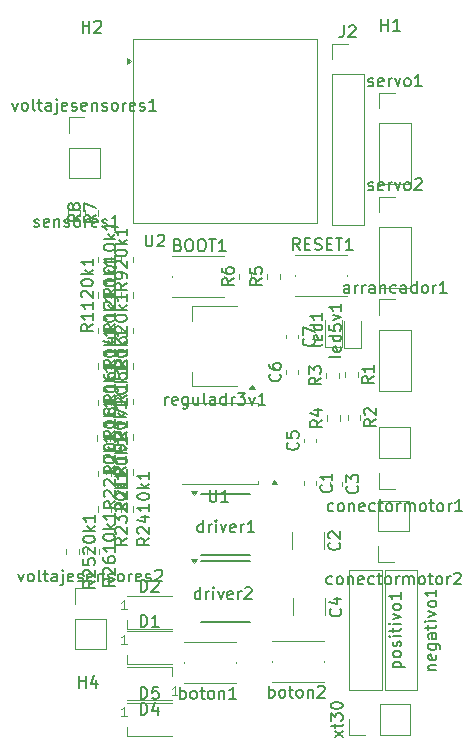
<source format=gbr>
%TF.GenerationSoftware,KiCad,Pcbnew,8.0.2-1*%
%TF.CreationDate,2025-02-04T18:40:10-06:00*%
%TF.ProjectId,ADACHI,41444143-4849-42e6-9b69-6361645f7063,rev?*%
%TF.SameCoordinates,Original*%
%TF.FileFunction,Legend,Top*%
%TF.FilePolarity,Positive*%
%FSLAX46Y46*%
G04 Gerber Fmt 4.6, Leading zero omitted, Abs format (unit mm)*
G04 Created by KiCad (PCBNEW 8.0.2-1) date 2025-02-04 18:40:10*
%MOMM*%
%LPD*%
G01*
G04 APERTURE LIST*
%ADD10C,0.150000*%
%ADD11C,0.120000*%
G04 APERTURE END LIST*
D10*
X147766666Y-95544819D02*
X147766666Y-96259104D01*
X147766666Y-96259104D02*
X147719047Y-96401961D01*
X147719047Y-96401961D02*
X147623809Y-96497200D01*
X147623809Y-96497200D02*
X147480952Y-96544819D01*
X147480952Y-96544819D02*
X147385714Y-96544819D01*
X148195238Y-95640057D02*
X148242857Y-95592438D01*
X148242857Y-95592438D02*
X148338095Y-95544819D01*
X148338095Y-95544819D02*
X148576190Y-95544819D01*
X148576190Y-95544819D02*
X148671428Y-95592438D01*
X148671428Y-95592438D02*
X148719047Y-95640057D01*
X148719047Y-95640057D02*
X148766666Y-95735295D01*
X148766666Y-95735295D02*
X148766666Y-95830533D01*
X148766666Y-95830533D02*
X148719047Y-95973390D01*
X148719047Y-95973390D02*
X148147619Y-96544819D01*
X148147619Y-96544819D02*
X148766666Y-96544819D01*
X128424819Y-135851190D02*
X127948628Y-136184523D01*
X128424819Y-136422618D02*
X127424819Y-136422618D01*
X127424819Y-136422618D02*
X127424819Y-136041666D01*
X127424819Y-136041666D02*
X127472438Y-135946428D01*
X127472438Y-135946428D02*
X127520057Y-135898809D01*
X127520057Y-135898809D02*
X127615295Y-135851190D01*
X127615295Y-135851190D02*
X127758152Y-135851190D01*
X127758152Y-135851190D02*
X127853390Y-135898809D01*
X127853390Y-135898809D02*
X127901009Y-135946428D01*
X127901009Y-135946428D02*
X127948628Y-136041666D01*
X127948628Y-136041666D02*
X127948628Y-136422618D01*
X127520057Y-135470237D02*
X127472438Y-135422618D01*
X127472438Y-135422618D02*
X127424819Y-135327380D01*
X127424819Y-135327380D02*
X127424819Y-135089285D01*
X127424819Y-135089285D02*
X127472438Y-134994047D01*
X127472438Y-134994047D02*
X127520057Y-134946428D01*
X127520057Y-134946428D02*
X127615295Y-134898809D01*
X127615295Y-134898809D02*
X127710533Y-134898809D01*
X127710533Y-134898809D02*
X127853390Y-134946428D01*
X127853390Y-134946428D02*
X128424819Y-135517856D01*
X128424819Y-135517856D02*
X128424819Y-134898809D01*
X127520057Y-134517856D02*
X127472438Y-134470237D01*
X127472438Y-134470237D02*
X127424819Y-134374999D01*
X127424819Y-134374999D02*
X127424819Y-134136904D01*
X127424819Y-134136904D02*
X127472438Y-134041666D01*
X127472438Y-134041666D02*
X127520057Y-133994047D01*
X127520057Y-133994047D02*
X127615295Y-133946428D01*
X127615295Y-133946428D02*
X127710533Y-133946428D01*
X127710533Y-133946428D02*
X127853390Y-133994047D01*
X127853390Y-133994047D02*
X128424819Y-134565475D01*
X128424819Y-134565475D02*
X128424819Y-133946428D01*
X128424819Y-132994047D02*
X128424819Y-133565475D01*
X128424819Y-133279761D02*
X127424819Y-133279761D01*
X127424819Y-133279761D02*
X127567676Y-133374999D01*
X127567676Y-133374999D02*
X127662914Y-133470237D01*
X127662914Y-133470237D02*
X127710533Y-133565475D01*
X127424819Y-132374999D02*
X127424819Y-132279761D01*
X127424819Y-132279761D02*
X127472438Y-132184523D01*
X127472438Y-132184523D02*
X127520057Y-132136904D01*
X127520057Y-132136904D02*
X127615295Y-132089285D01*
X127615295Y-132089285D02*
X127805771Y-132041666D01*
X127805771Y-132041666D02*
X128043866Y-132041666D01*
X128043866Y-132041666D02*
X128234342Y-132089285D01*
X128234342Y-132089285D02*
X128329580Y-132136904D01*
X128329580Y-132136904D02*
X128377200Y-132184523D01*
X128377200Y-132184523D02*
X128424819Y-132279761D01*
X128424819Y-132279761D02*
X128424819Y-132374999D01*
X128424819Y-132374999D02*
X128377200Y-132470237D01*
X128377200Y-132470237D02*
X128329580Y-132517856D01*
X128329580Y-132517856D02*
X128234342Y-132565475D01*
X128234342Y-132565475D02*
X128043866Y-132613094D01*
X128043866Y-132613094D02*
X127805771Y-132613094D01*
X127805771Y-132613094D02*
X127615295Y-132565475D01*
X127615295Y-132565475D02*
X127520057Y-132517856D01*
X127520057Y-132517856D02*
X127472438Y-132470237D01*
X127472438Y-132470237D02*
X127424819Y-132374999D01*
X128424819Y-131613094D02*
X127424819Y-131613094D01*
X128043866Y-131517856D02*
X128424819Y-131232142D01*
X127758152Y-131232142D02*
X128139104Y-131613094D01*
X128424819Y-130279761D02*
X128424819Y-130851189D01*
X128424819Y-130565475D02*
X127424819Y-130565475D01*
X127424819Y-130565475D02*
X127567676Y-130660713D01*
X127567676Y-130660713D02*
X127662914Y-130755951D01*
X127662914Y-130755951D02*
X127710533Y-130851189D01*
X142329580Y-125066666D02*
X142377200Y-125114285D01*
X142377200Y-125114285D02*
X142424819Y-125257142D01*
X142424819Y-125257142D02*
X142424819Y-125352380D01*
X142424819Y-125352380D02*
X142377200Y-125495237D01*
X142377200Y-125495237D02*
X142281961Y-125590475D01*
X142281961Y-125590475D02*
X142186723Y-125638094D01*
X142186723Y-125638094D02*
X141996247Y-125685713D01*
X141996247Y-125685713D02*
X141853390Y-125685713D01*
X141853390Y-125685713D02*
X141662914Y-125638094D01*
X141662914Y-125638094D02*
X141567676Y-125590475D01*
X141567676Y-125590475D02*
X141472438Y-125495237D01*
X141472438Y-125495237D02*
X141424819Y-125352380D01*
X141424819Y-125352380D02*
X141424819Y-125257142D01*
X141424819Y-125257142D02*
X141472438Y-125114285D01*
X141472438Y-125114285D02*
X141520057Y-125066666D01*
X141424819Y-124209523D02*
X141424819Y-124399999D01*
X141424819Y-124399999D02*
X141472438Y-124495237D01*
X141472438Y-124495237D02*
X141520057Y-124542856D01*
X141520057Y-124542856D02*
X141662914Y-124638094D01*
X141662914Y-124638094D02*
X141853390Y-124685713D01*
X141853390Y-124685713D02*
X142234342Y-124685713D01*
X142234342Y-124685713D02*
X142329580Y-124638094D01*
X142329580Y-124638094D02*
X142377200Y-124590475D01*
X142377200Y-124590475D02*
X142424819Y-124495237D01*
X142424819Y-124495237D02*
X142424819Y-124304761D01*
X142424819Y-124304761D02*
X142377200Y-124209523D01*
X142377200Y-124209523D02*
X142329580Y-124161904D01*
X142329580Y-124161904D02*
X142234342Y-124114285D01*
X142234342Y-124114285D02*
X141996247Y-124114285D01*
X141996247Y-124114285D02*
X141901009Y-124161904D01*
X141901009Y-124161904D02*
X141853390Y-124209523D01*
X141853390Y-124209523D02*
X141805771Y-124304761D01*
X141805771Y-124304761D02*
X141805771Y-124495237D01*
X141805771Y-124495237D02*
X141853390Y-124590475D01*
X141853390Y-124590475D02*
X141901009Y-124638094D01*
X141901009Y-124638094D02*
X141996247Y-124685713D01*
X147649819Y-155799999D02*
X146983152Y-155276190D01*
X146983152Y-155799999D02*
X147649819Y-155276190D01*
X146983152Y-155038094D02*
X146983152Y-154657142D01*
X146649819Y-154895237D02*
X147506961Y-154895237D01*
X147506961Y-154895237D02*
X147602200Y-154847618D01*
X147602200Y-154847618D02*
X147649819Y-154752380D01*
X147649819Y-154752380D02*
X147649819Y-154657142D01*
X146649819Y-154419046D02*
X146649819Y-153799999D01*
X146649819Y-153799999D02*
X147030771Y-154133332D01*
X147030771Y-154133332D02*
X147030771Y-153990475D01*
X147030771Y-153990475D02*
X147078390Y-153895237D01*
X147078390Y-153895237D02*
X147126009Y-153847618D01*
X147126009Y-153847618D02*
X147221247Y-153799999D01*
X147221247Y-153799999D02*
X147459342Y-153799999D01*
X147459342Y-153799999D02*
X147554580Y-153847618D01*
X147554580Y-153847618D02*
X147602200Y-153895237D01*
X147602200Y-153895237D02*
X147649819Y-153990475D01*
X147649819Y-153990475D02*
X147649819Y-154276189D01*
X147649819Y-154276189D02*
X147602200Y-154371427D01*
X147602200Y-154371427D02*
X147554580Y-154419046D01*
X146649819Y-153180951D02*
X146649819Y-153085713D01*
X146649819Y-153085713D02*
X146697438Y-152990475D01*
X146697438Y-152990475D02*
X146745057Y-152942856D01*
X146745057Y-152942856D02*
X146840295Y-152895237D01*
X146840295Y-152895237D02*
X147030771Y-152847618D01*
X147030771Y-152847618D02*
X147268866Y-152847618D01*
X147268866Y-152847618D02*
X147459342Y-152895237D01*
X147459342Y-152895237D02*
X147554580Y-152942856D01*
X147554580Y-152942856D02*
X147602200Y-152990475D01*
X147602200Y-152990475D02*
X147649819Y-153085713D01*
X147649819Y-153085713D02*
X147649819Y-153180951D01*
X147649819Y-153180951D02*
X147602200Y-153276189D01*
X147602200Y-153276189D02*
X147554580Y-153323808D01*
X147554580Y-153323808D02*
X147459342Y-153371427D01*
X147459342Y-153371427D02*
X147268866Y-153419046D01*
X147268866Y-153419046D02*
X147030771Y-153419046D01*
X147030771Y-153419046D02*
X146840295Y-153371427D01*
X146840295Y-153371427D02*
X146745057Y-153323808D01*
X146745057Y-153323808D02*
X146697438Y-153276189D01*
X146697438Y-153276189D02*
X146649819Y-153180951D01*
X125338095Y-151604819D02*
X125338095Y-150604819D01*
X125338095Y-151081009D02*
X125909523Y-151081009D01*
X125909523Y-151604819D02*
X125909523Y-150604819D01*
X126814285Y-150938152D02*
X126814285Y-151604819D01*
X126576190Y-150557200D02*
X126338095Y-151271485D01*
X126338095Y-151271485D02*
X126957142Y-151271485D01*
X136398095Y-134874819D02*
X136398095Y-135684342D01*
X136398095Y-135684342D02*
X136445714Y-135779580D01*
X136445714Y-135779580D02*
X136493333Y-135827200D01*
X136493333Y-135827200D02*
X136588571Y-135874819D01*
X136588571Y-135874819D02*
X136779047Y-135874819D01*
X136779047Y-135874819D02*
X136874285Y-135827200D01*
X136874285Y-135827200D02*
X136921904Y-135779580D01*
X136921904Y-135779580D02*
X136969523Y-135684342D01*
X136969523Y-135684342D02*
X136969523Y-134874819D01*
X137969523Y-135874819D02*
X137398095Y-135874819D01*
X137683809Y-135874819D02*
X137683809Y-134874819D01*
X137683809Y-134874819D02*
X137588571Y-135017676D01*
X137588571Y-135017676D02*
X137493333Y-135112914D01*
X137493333Y-135112914D02*
X137398095Y-135160533D01*
X119680951Y-102083152D02*
X119919046Y-102749819D01*
X119919046Y-102749819D02*
X120157141Y-102083152D01*
X120680951Y-102749819D02*
X120585713Y-102702200D01*
X120585713Y-102702200D02*
X120538094Y-102654580D01*
X120538094Y-102654580D02*
X120490475Y-102559342D01*
X120490475Y-102559342D02*
X120490475Y-102273628D01*
X120490475Y-102273628D02*
X120538094Y-102178390D01*
X120538094Y-102178390D02*
X120585713Y-102130771D01*
X120585713Y-102130771D02*
X120680951Y-102083152D01*
X120680951Y-102083152D02*
X120823808Y-102083152D01*
X120823808Y-102083152D02*
X120919046Y-102130771D01*
X120919046Y-102130771D02*
X120966665Y-102178390D01*
X120966665Y-102178390D02*
X121014284Y-102273628D01*
X121014284Y-102273628D02*
X121014284Y-102559342D01*
X121014284Y-102559342D02*
X120966665Y-102654580D01*
X120966665Y-102654580D02*
X120919046Y-102702200D01*
X120919046Y-102702200D02*
X120823808Y-102749819D01*
X120823808Y-102749819D02*
X120680951Y-102749819D01*
X121585713Y-102749819D02*
X121490475Y-102702200D01*
X121490475Y-102702200D02*
X121442856Y-102606961D01*
X121442856Y-102606961D02*
X121442856Y-101749819D01*
X121823809Y-102083152D02*
X122204761Y-102083152D01*
X121966666Y-101749819D02*
X121966666Y-102606961D01*
X121966666Y-102606961D02*
X122014285Y-102702200D01*
X122014285Y-102702200D02*
X122109523Y-102749819D01*
X122109523Y-102749819D02*
X122204761Y-102749819D01*
X122966666Y-102749819D02*
X122966666Y-102226009D01*
X122966666Y-102226009D02*
X122919047Y-102130771D01*
X122919047Y-102130771D02*
X122823809Y-102083152D01*
X122823809Y-102083152D02*
X122633333Y-102083152D01*
X122633333Y-102083152D02*
X122538095Y-102130771D01*
X122966666Y-102702200D02*
X122871428Y-102749819D01*
X122871428Y-102749819D02*
X122633333Y-102749819D01*
X122633333Y-102749819D02*
X122538095Y-102702200D01*
X122538095Y-102702200D02*
X122490476Y-102606961D01*
X122490476Y-102606961D02*
X122490476Y-102511723D01*
X122490476Y-102511723D02*
X122538095Y-102416485D01*
X122538095Y-102416485D02*
X122633333Y-102368866D01*
X122633333Y-102368866D02*
X122871428Y-102368866D01*
X122871428Y-102368866D02*
X122966666Y-102321247D01*
X123442857Y-102083152D02*
X123442857Y-102940295D01*
X123442857Y-102940295D02*
X123395238Y-103035533D01*
X123395238Y-103035533D02*
X123300000Y-103083152D01*
X123300000Y-103083152D02*
X123252381Y-103083152D01*
X123442857Y-101749819D02*
X123395238Y-101797438D01*
X123395238Y-101797438D02*
X123442857Y-101845057D01*
X123442857Y-101845057D02*
X123490476Y-101797438D01*
X123490476Y-101797438D02*
X123442857Y-101749819D01*
X123442857Y-101749819D02*
X123442857Y-101845057D01*
X124299999Y-102702200D02*
X124204761Y-102749819D01*
X124204761Y-102749819D02*
X124014285Y-102749819D01*
X124014285Y-102749819D02*
X123919047Y-102702200D01*
X123919047Y-102702200D02*
X123871428Y-102606961D01*
X123871428Y-102606961D02*
X123871428Y-102226009D01*
X123871428Y-102226009D02*
X123919047Y-102130771D01*
X123919047Y-102130771D02*
X124014285Y-102083152D01*
X124014285Y-102083152D02*
X124204761Y-102083152D01*
X124204761Y-102083152D02*
X124299999Y-102130771D01*
X124299999Y-102130771D02*
X124347618Y-102226009D01*
X124347618Y-102226009D02*
X124347618Y-102321247D01*
X124347618Y-102321247D02*
X123871428Y-102416485D01*
X124728571Y-102702200D02*
X124823809Y-102749819D01*
X124823809Y-102749819D02*
X125014285Y-102749819D01*
X125014285Y-102749819D02*
X125109523Y-102702200D01*
X125109523Y-102702200D02*
X125157142Y-102606961D01*
X125157142Y-102606961D02*
X125157142Y-102559342D01*
X125157142Y-102559342D02*
X125109523Y-102464104D01*
X125109523Y-102464104D02*
X125014285Y-102416485D01*
X125014285Y-102416485D02*
X124871428Y-102416485D01*
X124871428Y-102416485D02*
X124776190Y-102368866D01*
X124776190Y-102368866D02*
X124728571Y-102273628D01*
X124728571Y-102273628D02*
X124728571Y-102226009D01*
X124728571Y-102226009D02*
X124776190Y-102130771D01*
X124776190Y-102130771D02*
X124871428Y-102083152D01*
X124871428Y-102083152D02*
X125014285Y-102083152D01*
X125014285Y-102083152D02*
X125109523Y-102130771D01*
X125966666Y-102702200D02*
X125871428Y-102749819D01*
X125871428Y-102749819D02*
X125680952Y-102749819D01*
X125680952Y-102749819D02*
X125585714Y-102702200D01*
X125585714Y-102702200D02*
X125538095Y-102606961D01*
X125538095Y-102606961D02*
X125538095Y-102226009D01*
X125538095Y-102226009D02*
X125585714Y-102130771D01*
X125585714Y-102130771D02*
X125680952Y-102083152D01*
X125680952Y-102083152D02*
X125871428Y-102083152D01*
X125871428Y-102083152D02*
X125966666Y-102130771D01*
X125966666Y-102130771D02*
X126014285Y-102226009D01*
X126014285Y-102226009D02*
X126014285Y-102321247D01*
X126014285Y-102321247D02*
X125538095Y-102416485D01*
X126442857Y-102083152D02*
X126442857Y-102749819D01*
X126442857Y-102178390D02*
X126490476Y-102130771D01*
X126490476Y-102130771D02*
X126585714Y-102083152D01*
X126585714Y-102083152D02*
X126728571Y-102083152D01*
X126728571Y-102083152D02*
X126823809Y-102130771D01*
X126823809Y-102130771D02*
X126871428Y-102226009D01*
X126871428Y-102226009D02*
X126871428Y-102749819D01*
X127300000Y-102702200D02*
X127395238Y-102749819D01*
X127395238Y-102749819D02*
X127585714Y-102749819D01*
X127585714Y-102749819D02*
X127680952Y-102702200D01*
X127680952Y-102702200D02*
X127728571Y-102606961D01*
X127728571Y-102606961D02*
X127728571Y-102559342D01*
X127728571Y-102559342D02*
X127680952Y-102464104D01*
X127680952Y-102464104D02*
X127585714Y-102416485D01*
X127585714Y-102416485D02*
X127442857Y-102416485D01*
X127442857Y-102416485D02*
X127347619Y-102368866D01*
X127347619Y-102368866D02*
X127300000Y-102273628D01*
X127300000Y-102273628D02*
X127300000Y-102226009D01*
X127300000Y-102226009D02*
X127347619Y-102130771D01*
X127347619Y-102130771D02*
X127442857Y-102083152D01*
X127442857Y-102083152D02*
X127585714Y-102083152D01*
X127585714Y-102083152D02*
X127680952Y-102130771D01*
X128300000Y-102749819D02*
X128204762Y-102702200D01*
X128204762Y-102702200D02*
X128157143Y-102654580D01*
X128157143Y-102654580D02*
X128109524Y-102559342D01*
X128109524Y-102559342D02*
X128109524Y-102273628D01*
X128109524Y-102273628D02*
X128157143Y-102178390D01*
X128157143Y-102178390D02*
X128204762Y-102130771D01*
X128204762Y-102130771D02*
X128300000Y-102083152D01*
X128300000Y-102083152D02*
X128442857Y-102083152D01*
X128442857Y-102083152D02*
X128538095Y-102130771D01*
X128538095Y-102130771D02*
X128585714Y-102178390D01*
X128585714Y-102178390D02*
X128633333Y-102273628D01*
X128633333Y-102273628D02*
X128633333Y-102559342D01*
X128633333Y-102559342D02*
X128585714Y-102654580D01*
X128585714Y-102654580D02*
X128538095Y-102702200D01*
X128538095Y-102702200D02*
X128442857Y-102749819D01*
X128442857Y-102749819D02*
X128300000Y-102749819D01*
X129061905Y-102749819D02*
X129061905Y-102083152D01*
X129061905Y-102273628D02*
X129109524Y-102178390D01*
X129109524Y-102178390D02*
X129157143Y-102130771D01*
X129157143Y-102130771D02*
X129252381Y-102083152D01*
X129252381Y-102083152D02*
X129347619Y-102083152D01*
X130061905Y-102702200D02*
X129966667Y-102749819D01*
X129966667Y-102749819D02*
X129776191Y-102749819D01*
X129776191Y-102749819D02*
X129680953Y-102702200D01*
X129680953Y-102702200D02*
X129633334Y-102606961D01*
X129633334Y-102606961D02*
X129633334Y-102226009D01*
X129633334Y-102226009D02*
X129680953Y-102130771D01*
X129680953Y-102130771D02*
X129776191Y-102083152D01*
X129776191Y-102083152D02*
X129966667Y-102083152D01*
X129966667Y-102083152D02*
X130061905Y-102130771D01*
X130061905Y-102130771D02*
X130109524Y-102226009D01*
X130109524Y-102226009D02*
X130109524Y-102321247D01*
X130109524Y-102321247D02*
X129633334Y-102416485D01*
X130490477Y-102702200D02*
X130585715Y-102749819D01*
X130585715Y-102749819D02*
X130776191Y-102749819D01*
X130776191Y-102749819D02*
X130871429Y-102702200D01*
X130871429Y-102702200D02*
X130919048Y-102606961D01*
X130919048Y-102606961D02*
X130919048Y-102559342D01*
X130919048Y-102559342D02*
X130871429Y-102464104D01*
X130871429Y-102464104D02*
X130776191Y-102416485D01*
X130776191Y-102416485D02*
X130633334Y-102416485D01*
X130633334Y-102416485D02*
X130538096Y-102368866D01*
X130538096Y-102368866D02*
X130490477Y-102273628D01*
X130490477Y-102273628D02*
X130490477Y-102226009D01*
X130490477Y-102226009D02*
X130538096Y-102130771D01*
X130538096Y-102130771D02*
X130633334Y-102083152D01*
X130633334Y-102083152D02*
X130776191Y-102083152D01*
X130776191Y-102083152D02*
X130871429Y-102130771D01*
X131871429Y-102749819D02*
X131300001Y-102749819D01*
X131585715Y-102749819D02*
X131585715Y-101749819D01*
X131585715Y-101749819D02*
X131490477Y-101892676D01*
X131490477Y-101892676D02*
X131395239Y-101987914D01*
X131395239Y-101987914D02*
X131300001Y-102035533D01*
X145924819Y-128966666D02*
X145448628Y-129299999D01*
X145924819Y-129538094D02*
X144924819Y-129538094D01*
X144924819Y-129538094D02*
X144924819Y-129157142D01*
X144924819Y-129157142D02*
X144972438Y-129061904D01*
X144972438Y-129061904D02*
X145020057Y-129014285D01*
X145020057Y-129014285D02*
X145115295Y-128966666D01*
X145115295Y-128966666D02*
X145258152Y-128966666D01*
X145258152Y-128966666D02*
X145353390Y-129014285D01*
X145353390Y-129014285D02*
X145401009Y-129061904D01*
X145401009Y-129061904D02*
X145448628Y-129157142D01*
X145448628Y-129157142D02*
X145448628Y-129538094D01*
X145258152Y-128109523D02*
X145924819Y-128109523D01*
X144877200Y-128347618D02*
X145591485Y-128585713D01*
X145591485Y-128585713D02*
X145591485Y-127966666D01*
X146689580Y-134441666D02*
X146737200Y-134489285D01*
X146737200Y-134489285D02*
X146784819Y-134632142D01*
X146784819Y-134632142D02*
X146784819Y-134727380D01*
X146784819Y-134727380D02*
X146737200Y-134870237D01*
X146737200Y-134870237D02*
X146641961Y-134965475D01*
X146641961Y-134965475D02*
X146546723Y-135013094D01*
X146546723Y-135013094D02*
X146356247Y-135060713D01*
X146356247Y-135060713D02*
X146213390Y-135060713D01*
X146213390Y-135060713D02*
X146022914Y-135013094D01*
X146022914Y-135013094D02*
X145927676Y-134965475D01*
X145927676Y-134965475D02*
X145832438Y-134870237D01*
X145832438Y-134870237D02*
X145784819Y-134727380D01*
X145784819Y-134727380D02*
X145784819Y-134632142D01*
X145784819Y-134632142D02*
X145832438Y-134489285D01*
X145832438Y-134489285D02*
X145880057Y-134441666D01*
X146784819Y-133489285D02*
X146784819Y-134060713D01*
X146784819Y-133774999D02*
X145784819Y-133774999D01*
X145784819Y-133774999D02*
X145927676Y-133870237D01*
X145927676Y-133870237D02*
X146022914Y-133965475D01*
X146022914Y-133965475D02*
X146070533Y-134060713D01*
X129384819Y-117375000D02*
X128908628Y-117708333D01*
X129384819Y-117946428D02*
X128384819Y-117946428D01*
X128384819Y-117946428D02*
X128384819Y-117565476D01*
X128384819Y-117565476D02*
X128432438Y-117470238D01*
X128432438Y-117470238D02*
X128480057Y-117422619D01*
X128480057Y-117422619D02*
X128575295Y-117375000D01*
X128575295Y-117375000D02*
X128718152Y-117375000D01*
X128718152Y-117375000D02*
X128813390Y-117422619D01*
X128813390Y-117422619D02*
X128861009Y-117470238D01*
X128861009Y-117470238D02*
X128908628Y-117565476D01*
X128908628Y-117565476D02*
X128908628Y-117946428D01*
X129384819Y-116898809D02*
X129384819Y-116708333D01*
X129384819Y-116708333D02*
X129337200Y-116613095D01*
X129337200Y-116613095D02*
X129289580Y-116565476D01*
X129289580Y-116565476D02*
X129146723Y-116470238D01*
X129146723Y-116470238D02*
X128956247Y-116422619D01*
X128956247Y-116422619D02*
X128575295Y-116422619D01*
X128575295Y-116422619D02*
X128480057Y-116470238D01*
X128480057Y-116470238D02*
X128432438Y-116517857D01*
X128432438Y-116517857D02*
X128384819Y-116613095D01*
X128384819Y-116613095D02*
X128384819Y-116803571D01*
X128384819Y-116803571D02*
X128432438Y-116898809D01*
X128432438Y-116898809D02*
X128480057Y-116946428D01*
X128480057Y-116946428D02*
X128575295Y-116994047D01*
X128575295Y-116994047D02*
X128813390Y-116994047D01*
X128813390Y-116994047D02*
X128908628Y-116946428D01*
X128908628Y-116946428D02*
X128956247Y-116898809D01*
X128956247Y-116898809D02*
X129003866Y-116803571D01*
X129003866Y-116803571D02*
X129003866Y-116613095D01*
X129003866Y-116613095D02*
X128956247Y-116517857D01*
X128956247Y-116517857D02*
X128908628Y-116470238D01*
X128908628Y-116470238D02*
X128813390Y-116422619D01*
X128480057Y-116041666D02*
X128432438Y-115994047D01*
X128432438Y-115994047D02*
X128384819Y-115898809D01*
X128384819Y-115898809D02*
X128384819Y-115660714D01*
X128384819Y-115660714D02*
X128432438Y-115565476D01*
X128432438Y-115565476D02*
X128480057Y-115517857D01*
X128480057Y-115517857D02*
X128575295Y-115470238D01*
X128575295Y-115470238D02*
X128670533Y-115470238D01*
X128670533Y-115470238D02*
X128813390Y-115517857D01*
X128813390Y-115517857D02*
X129384819Y-116089285D01*
X129384819Y-116089285D02*
X129384819Y-115470238D01*
X128384819Y-114851190D02*
X128384819Y-114755952D01*
X128384819Y-114755952D02*
X128432438Y-114660714D01*
X128432438Y-114660714D02*
X128480057Y-114613095D01*
X128480057Y-114613095D02*
X128575295Y-114565476D01*
X128575295Y-114565476D02*
X128765771Y-114517857D01*
X128765771Y-114517857D02*
X129003866Y-114517857D01*
X129003866Y-114517857D02*
X129194342Y-114565476D01*
X129194342Y-114565476D02*
X129289580Y-114613095D01*
X129289580Y-114613095D02*
X129337200Y-114660714D01*
X129337200Y-114660714D02*
X129384819Y-114755952D01*
X129384819Y-114755952D02*
X129384819Y-114851190D01*
X129384819Y-114851190D02*
X129337200Y-114946428D01*
X129337200Y-114946428D02*
X129289580Y-114994047D01*
X129289580Y-114994047D02*
X129194342Y-115041666D01*
X129194342Y-115041666D02*
X129003866Y-115089285D01*
X129003866Y-115089285D02*
X128765771Y-115089285D01*
X128765771Y-115089285D02*
X128575295Y-115041666D01*
X128575295Y-115041666D02*
X128480057Y-114994047D01*
X128480057Y-114994047D02*
X128432438Y-114946428D01*
X128432438Y-114946428D02*
X128384819Y-114851190D01*
X129384819Y-114089285D02*
X128384819Y-114089285D01*
X129003866Y-113994047D02*
X129384819Y-113708333D01*
X128718152Y-113708333D02*
X129099104Y-114089285D01*
X129384819Y-112755952D02*
X129384819Y-113327380D01*
X129384819Y-113041666D02*
X128384819Y-113041666D01*
X128384819Y-113041666D02*
X128527676Y-113136904D01*
X128527676Y-113136904D02*
X128622914Y-113232142D01*
X128622914Y-113232142D02*
X128670533Y-113327380D01*
X149838095Y-109437200D02*
X149933333Y-109484819D01*
X149933333Y-109484819D02*
X150123809Y-109484819D01*
X150123809Y-109484819D02*
X150219047Y-109437200D01*
X150219047Y-109437200D02*
X150266666Y-109341961D01*
X150266666Y-109341961D02*
X150266666Y-109294342D01*
X150266666Y-109294342D02*
X150219047Y-109199104D01*
X150219047Y-109199104D02*
X150123809Y-109151485D01*
X150123809Y-109151485D02*
X149980952Y-109151485D01*
X149980952Y-109151485D02*
X149885714Y-109103866D01*
X149885714Y-109103866D02*
X149838095Y-109008628D01*
X149838095Y-109008628D02*
X149838095Y-108961009D01*
X149838095Y-108961009D02*
X149885714Y-108865771D01*
X149885714Y-108865771D02*
X149980952Y-108818152D01*
X149980952Y-108818152D02*
X150123809Y-108818152D01*
X150123809Y-108818152D02*
X150219047Y-108865771D01*
X151076190Y-109437200D02*
X150980952Y-109484819D01*
X150980952Y-109484819D02*
X150790476Y-109484819D01*
X150790476Y-109484819D02*
X150695238Y-109437200D01*
X150695238Y-109437200D02*
X150647619Y-109341961D01*
X150647619Y-109341961D02*
X150647619Y-108961009D01*
X150647619Y-108961009D02*
X150695238Y-108865771D01*
X150695238Y-108865771D02*
X150790476Y-108818152D01*
X150790476Y-108818152D02*
X150980952Y-108818152D01*
X150980952Y-108818152D02*
X151076190Y-108865771D01*
X151076190Y-108865771D02*
X151123809Y-108961009D01*
X151123809Y-108961009D02*
X151123809Y-109056247D01*
X151123809Y-109056247D02*
X150647619Y-109151485D01*
X151552381Y-109484819D02*
X151552381Y-108818152D01*
X151552381Y-109008628D02*
X151600000Y-108913390D01*
X151600000Y-108913390D02*
X151647619Y-108865771D01*
X151647619Y-108865771D02*
X151742857Y-108818152D01*
X151742857Y-108818152D02*
X151838095Y-108818152D01*
X152076191Y-108818152D02*
X152314286Y-109484819D01*
X152314286Y-109484819D02*
X152552381Y-108818152D01*
X153076191Y-109484819D02*
X152980953Y-109437200D01*
X152980953Y-109437200D02*
X152933334Y-109389580D01*
X152933334Y-109389580D02*
X152885715Y-109294342D01*
X152885715Y-109294342D02*
X152885715Y-109008628D01*
X152885715Y-109008628D02*
X152933334Y-108913390D01*
X152933334Y-108913390D02*
X152980953Y-108865771D01*
X152980953Y-108865771D02*
X153076191Y-108818152D01*
X153076191Y-108818152D02*
X153219048Y-108818152D01*
X153219048Y-108818152D02*
X153314286Y-108865771D01*
X153314286Y-108865771D02*
X153361905Y-108913390D01*
X153361905Y-108913390D02*
X153409524Y-109008628D01*
X153409524Y-109008628D02*
X153409524Y-109294342D01*
X153409524Y-109294342D02*
X153361905Y-109389580D01*
X153361905Y-109389580D02*
X153314286Y-109437200D01*
X153314286Y-109437200D02*
X153219048Y-109484819D01*
X153219048Y-109484819D02*
X153076191Y-109484819D01*
X153790477Y-108580057D02*
X153838096Y-108532438D01*
X153838096Y-108532438D02*
X153933334Y-108484819D01*
X153933334Y-108484819D02*
X154171429Y-108484819D01*
X154171429Y-108484819D02*
X154266667Y-108532438D01*
X154266667Y-108532438D02*
X154314286Y-108580057D01*
X154314286Y-108580057D02*
X154361905Y-108675295D01*
X154361905Y-108675295D02*
X154361905Y-108770533D01*
X154361905Y-108770533D02*
X154314286Y-108913390D01*
X154314286Y-108913390D02*
X153742858Y-109484819D01*
X153742858Y-109484819D02*
X154361905Y-109484819D01*
X128424819Y-123851190D02*
X127948628Y-124184523D01*
X128424819Y-124422618D02*
X127424819Y-124422618D01*
X127424819Y-124422618D02*
X127424819Y-124041666D01*
X127424819Y-124041666D02*
X127472438Y-123946428D01*
X127472438Y-123946428D02*
X127520057Y-123898809D01*
X127520057Y-123898809D02*
X127615295Y-123851190D01*
X127615295Y-123851190D02*
X127758152Y-123851190D01*
X127758152Y-123851190D02*
X127853390Y-123898809D01*
X127853390Y-123898809D02*
X127901009Y-123946428D01*
X127901009Y-123946428D02*
X127948628Y-124041666D01*
X127948628Y-124041666D02*
X127948628Y-124422618D01*
X128424819Y-122898809D02*
X128424819Y-123470237D01*
X128424819Y-123184523D02*
X127424819Y-123184523D01*
X127424819Y-123184523D02*
X127567676Y-123279761D01*
X127567676Y-123279761D02*
X127662914Y-123374999D01*
X127662914Y-123374999D02*
X127710533Y-123470237D01*
X127758152Y-122041666D02*
X128424819Y-122041666D01*
X127377200Y-122279761D02*
X128091485Y-122517856D01*
X128091485Y-122517856D02*
X128091485Y-121898809D01*
X128424819Y-120994047D02*
X128424819Y-121565475D01*
X128424819Y-121279761D02*
X127424819Y-121279761D01*
X127424819Y-121279761D02*
X127567676Y-121374999D01*
X127567676Y-121374999D02*
X127662914Y-121470237D01*
X127662914Y-121470237D02*
X127710533Y-121565475D01*
X127424819Y-120374999D02*
X127424819Y-120279761D01*
X127424819Y-120279761D02*
X127472438Y-120184523D01*
X127472438Y-120184523D02*
X127520057Y-120136904D01*
X127520057Y-120136904D02*
X127615295Y-120089285D01*
X127615295Y-120089285D02*
X127805771Y-120041666D01*
X127805771Y-120041666D02*
X128043866Y-120041666D01*
X128043866Y-120041666D02*
X128234342Y-120089285D01*
X128234342Y-120089285D02*
X128329580Y-120136904D01*
X128329580Y-120136904D02*
X128377200Y-120184523D01*
X128377200Y-120184523D02*
X128424819Y-120279761D01*
X128424819Y-120279761D02*
X128424819Y-120374999D01*
X128424819Y-120374999D02*
X128377200Y-120470237D01*
X128377200Y-120470237D02*
X128329580Y-120517856D01*
X128329580Y-120517856D02*
X128234342Y-120565475D01*
X128234342Y-120565475D02*
X128043866Y-120613094D01*
X128043866Y-120613094D02*
X127805771Y-120613094D01*
X127805771Y-120613094D02*
X127615295Y-120565475D01*
X127615295Y-120565475D02*
X127520057Y-120517856D01*
X127520057Y-120517856D02*
X127472438Y-120470237D01*
X127472438Y-120470237D02*
X127424819Y-120374999D01*
X128424819Y-119613094D02*
X127424819Y-119613094D01*
X128043866Y-119517856D02*
X128424819Y-119232142D01*
X127758152Y-119232142D02*
X128139104Y-119613094D01*
X128424819Y-118279761D02*
X128424819Y-118851189D01*
X128424819Y-118565475D02*
X127424819Y-118565475D01*
X127424819Y-118565475D02*
X127567676Y-118660713D01*
X127567676Y-118660713D02*
X127662914Y-118755951D01*
X127662914Y-118755951D02*
X127710533Y-118851189D01*
X121528571Y-112557200D02*
X121623809Y-112604819D01*
X121623809Y-112604819D02*
X121814285Y-112604819D01*
X121814285Y-112604819D02*
X121909523Y-112557200D01*
X121909523Y-112557200D02*
X121957142Y-112461961D01*
X121957142Y-112461961D02*
X121957142Y-112414342D01*
X121957142Y-112414342D02*
X121909523Y-112319104D01*
X121909523Y-112319104D02*
X121814285Y-112271485D01*
X121814285Y-112271485D02*
X121671428Y-112271485D01*
X121671428Y-112271485D02*
X121576190Y-112223866D01*
X121576190Y-112223866D02*
X121528571Y-112128628D01*
X121528571Y-112128628D02*
X121528571Y-112081009D01*
X121528571Y-112081009D02*
X121576190Y-111985771D01*
X121576190Y-111985771D02*
X121671428Y-111938152D01*
X121671428Y-111938152D02*
X121814285Y-111938152D01*
X121814285Y-111938152D02*
X121909523Y-111985771D01*
X122766666Y-112557200D02*
X122671428Y-112604819D01*
X122671428Y-112604819D02*
X122480952Y-112604819D01*
X122480952Y-112604819D02*
X122385714Y-112557200D01*
X122385714Y-112557200D02*
X122338095Y-112461961D01*
X122338095Y-112461961D02*
X122338095Y-112081009D01*
X122338095Y-112081009D02*
X122385714Y-111985771D01*
X122385714Y-111985771D02*
X122480952Y-111938152D01*
X122480952Y-111938152D02*
X122671428Y-111938152D01*
X122671428Y-111938152D02*
X122766666Y-111985771D01*
X122766666Y-111985771D02*
X122814285Y-112081009D01*
X122814285Y-112081009D02*
X122814285Y-112176247D01*
X122814285Y-112176247D02*
X122338095Y-112271485D01*
X123242857Y-111938152D02*
X123242857Y-112604819D01*
X123242857Y-112033390D02*
X123290476Y-111985771D01*
X123290476Y-111985771D02*
X123385714Y-111938152D01*
X123385714Y-111938152D02*
X123528571Y-111938152D01*
X123528571Y-111938152D02*
X123623809Y-111985771D01*
X123623809Y-111985771D02*
X123671428Y-112081009D01*
X123671428Y-112081009D02*
X123671428Y-112604819D01*
X124100000Y-112557200D02*
X124195238Y-112604819D01*
X124195238Y-112604819D02*
X124385714Y-112604819D01*
X124385714Y-112604819D02*
X124480952Y-112557200D01*
X124480952Y-112557200D02*
X124528571Y-112461961D01*
X124528571Y-112461961D02*
X124528571Y-112414342D01*
X124528571Y-112414342D02*
X124480952Y-112319104D01*
X124480952Y-112319104D02*
X124385714Y-112271485D01*
X124385714Y-112271485D02*
X124242857Y-112271485D01*
X124242857Y-112271485D02*
X124147619Y-112223866D01*
X124147619Y-112223866D02*
X124100000Y-112128628D01*
X124100000Y-112128628D02*
X124100000Y-112081009D01*
X124100000Y-112081009D02*
X124147619Y-111985771D01*
X124147619Y-111985771D02*
X124242857Y-111938152D01*
X124242857Y-111938152D02*
X124385714Y-111938152D01*
X124385714Y-111938152D02*
X124480952Y-111985771D01*
X125100000Y-112604819D02*
X125004762Y-112557200D01*
X125004762Y-112557200D02*
X124957143Y-112509580D01*
X124957143Y-112509580D02*
X124909524Y-112414342D01*
X124909524Y-112414342D02*
X124909524Y-112128628D01*
X124909524Y-112128628D02*
X124957143Y-112033390D01*
X124957143Y-112033390D02*
X125004762Y-111985771D01*
X125004762Y-111985771D02*
X125100000Y-111938152D01*
X125100000Y-111938152D02*
X125242857Y-111938152D01*
X125242857Y-111938152D02*
X125338095Y-111985771D01*
X125338095Y-111985771D02*
X125385714Y-112033390D01*
X125385714Y-112033390D02*
X125433333Y-112128628D01*
X125433333Y-112128628D02*
X125433333Y-112414342D01*
X125433333Y-112414342D02*
X125385714Y-112509580D01*
X125385714Y-112509580D02*
X125338095Y-112557200D01*
X125338095Y-112557200D02*
X125242857Y-112604819D01*
X125242857Y-112604819D02*
X125100000Y-112604819D01*
X125861905Y-112604819D02*
X125861905Y-111938152D01*
X125861905Y-112128628D02*
X125909524Y-112033390D01*
X125909524Y-112033390D02*
X125957143Y-111985771D01*
X125957143Y-111985771D02*
X126052381Y-111938152D01*
X126052381Y-111938152D02*
X126147619Y-111938152D01*
X126861905Y-112557200D02*
X126766667Y-112604819D01*
X126766667Y-112604819D02*
X126576191Y-112604819D01*
X126576191Y-112604819D02*
X126480953Y-112557200D01*
X126480953Y-112557200D02*
X126433334Y-112461961D01*
X126433334Y-112461961D02*
X126433334Y-112081009D01*
X126433334Y-112081009D02*
X126480953Y-111985771D01*
X126480953Y-111985771D02*
X126576191Y-111938152D01*
X126576191Y-111938152D02*
X126766667Y-111938152D01*
X126766667Y-111938152D02*
X126861905Y-111985771D01*
X126861905Y-111985771D02*
X126909524Y-112081009D01*
X126909524Y-112081009D02*
X126909524Y-112176247D01*
X126909524Y-112176247D02*
X126433334Y-112271485D01*
X127290477Y-112557200D02*
X127385715Y-112604819D01*
X127385715Y-112604819D02*
X127576191Y-112604819D01*
X127576191Y-112604819D02*
X127671429Y-112557200D01*
X127671429Y-112557200D02*
X127719048Y-112461961D01*
X127719048Y-112461961D02*
X127719048Y-112414342D01*
X127719048Y-112414342D02*
X127671429Y-112319104D01*
X127671429Y-112319104D02*
X127576191Y-112271485D01*
X127576191Y-112271485D02*
X127433334Y-112271485D01*
X127433334Y-112271485D02*
X127338096Y-112223866D01*
X127338096Y-112223866D02*
X127290477Y-112128628D01*
X127290477Y-112128628D02*
X127290477Y-112081009D01*
X127290477Y-112081009D02*
X127338096Y-111985771D01*
X127338096Y-111985771D02*
X127433334Y-111938152D01*
X127433334Y-111938152D02*
X127576191Y-111938152D01*
X127576191Y-111938152D02*
X127671429Y-111985771D01*
X128671429Y-112604819D02*
X128100001Y-112604819D01*
X128385715Y-112604819D02*
X128385715Y-111604819D01*
X128385715Y-111604819D02*
X128290477Y-111747676D01*
X128290477Y-111747676D02*
X128195239Y-111842914D01*
X128195239Y-111842914D02*
X128100001Y-111890533D01*
X150938095Y-96004819D02*
X150938095Y-95004819D01*
X150938095Y-95481009D02*
X151509523Y-95481009D01*
X151509523Y-96004819D02*
X151509523Y-95004819D01*
X152509523Y-96004819D02*
X151938095Y-96004819D01*
X152223809Y-96004819D02*
X152223809Y-95004819D01*
X152223809Y-95004819D02*
X152128571Y-95147676D01*
X152128571Y-95147676D02*
X152033333Y-95242914D01*
X152033333Y-95242914D02*
X151938095Y-95290533D01*
X150284819Y-125266666D02*
X149808628Y-125599999D01*
X150284819Y-125838094D02*
X149284819Y-125838094D01*
X149284819Y-125838094D02*
X149284819Y-125457142D01*
X149284819Y-125457142D02*
X149332438Y-125361904D01*
X149332438Y-125361904D02*
X149380057Y-125314285D01*
X149380057Y-125314285D02*
X149475295Y-125266666D01*
X149475295Y-125266666D02*
X149618152Y-125266666D01*
X149618152Y-125266666D02*
X149713390Y-125314285D01*
X149713390Y-125314285D02*
X149761009Y-125361904D01*
X149761009Y-125361904D02*
X149808628Y-125457142D01*
X149808628Y-125457142D02*
X149808628Y-125838094D01*
X150284819Y-124314285D02*
X150284819Y-124885713D01*
X150284819Y-124599999D02*
X149284819Y-124599999D01*
X149284819Y-124599999D02*
X149427676Y-124695237D01*
X149427676Y-124695237D02*
X149522914Y-124790475D01*
X149522914Y-124790475D02*
X149570533Y-124885713D01*
X154928152Y-150120952D02*
X155594819Y-150120952D01*
X155023390Y-150120952D02*
X154975771Y-150073333D01*
X154975771Y-150073333D02*
X154928152Y-149978095D01*
X154928152Y-149978095D02*
X154928152Y-149835238D01*
X154928152Y-149835238D02*
X154975771Y-149740000D01*
X154975771Y-149740000D02*
X155071009Y-149692381D01*
X155071009Y-149692381D02*
X155594819Y-149692381D01*
X155547200Y-148835238D02*
X155594819Y-148930476D01*
X155594819Y-148930476D02*
X155594819Y-149120952D01*
X155594819Y-149120952D02*
X155547200Y-149216190D01*
X155547200Y-149216190D02*
X155451961Y-149263809D01*
X155451961Y-149263809D02*
X155071009Y-149263809D01*
X155071009Y-149263809D02*
X154975771Y-149216190D01*
X154975771Y-149216190D02*
X154928152Y-149120952D01*
X154928152Y-149120952D02*
X154928152Y-148930476D01*
X154928152Y-148930476D02*
X154975771Y-148835238D01*
X154975771Y-148835238D02*
X155071009Y-148787619D01*
X155071009Y-148787619D02*
X155166247Y-148787619D01*
X155166247Y-148787619D02*
X155261485Y-149263809D01*
X154928152Y-147930476D02*
X155737676Y-147930476D01*
X155737676Y-147930476D02*
X155832914Y-147978095D01*
X155832914Y-147978095D02*
X155880533Y-148025714D01*
X155880533Y-148025714D02*
X155928152Y-148120952D01*
X155928152Y-148120952D02*
X155928152Y-148263809D01*
X155928152Y-148263809D02*
X155880533Y-148359047D01*
X155547200Y-147930476D02*
X155594819Y-148025714D01*
X155594819Y-148025714D02*
X155594819Y-148216190D01*
X155594819Y-148216190D02*
X155547200Y-148311428D01*
X155547200Y-148311428D02*
X155499580Y-148359047D01*
X155499580Y-148359047D02*
X155404342Y-148406666D01*
X155404342Y-148406666D02*
X155118628Y-148406666D01*
X155118628Y-148406666D02*
X155023390Y-148359047D01*
X155023390Y-148359047D02*
X154975771Y-148311428D01*
X154975771Y-148311428D02*
X154928152Y-148216190D01*
X154928152Y-148216190D02*
X154928152Y-148025714D01*
X154928152Y-148025714D02*
X154975771Y-147930476D01*
X155594819Y-147025714D02*
X155071009Y-147025714D01*
X155071009Y-147025714D02*
X154975771Y-147073333D01*
X154975771Y-147073333D02*
X154928152Y-147168571D01*
X154928152Y-147168571D02*
X154928152Y-147359047D01*
X154928152Y-147359047D02*
X154975771Y-147454285D01*
X155547200Y-147025714D02*
X155594819Y-147120952D01*
X155594819Y-147120952D02*
X155594819Y-147359047D01*
X155594819Y-147359047D02*
X155547200Y-147454285D01*
X155547200Y-147454285D02*
X155451961Y-147501904D01*
X155451961Y-147501904D02*
X155356723Y-147501904D01*
X155356723Y-147501904D02*
X155261485Y-147454285D01*
X155261485Y-147454285D02*
X155213866Y-147359047D01*
X155213866Y-147359047D02*
X155213866Y-147120952D01*
X155213866Y-147120952D02*
X155166247Y-147025714D01*
X154928152Y-146692380D02*
X154928152Y-146311428D01*
X154594819Y-146549523D02*
X155451961Y-146549523D01*
X155451961Y-146549523D02*
X155547200Y-146501904D01*
X155547200Y-146501904D02*
X155594819Y-146406666D01*
X155594819Y-146406666D02*
X155594819Y-146311428D01*
X155594819Y-145978094D02*
X154928152Y-145978094D01*
X154594819Y-145978094D02*
X154642438Y-146025713D01*
X154642438Y-146025713D02*
X154690057Y-145978094D01*
X154690057Y-145978094D02*
X154642438Y-145930475D01*
X154642438Y-145930475D02*
X154594819Y-145978094D01*
X154594819Y-145978094D02*
X154690057Y-145978094D01*
X154928152Y-145597142D02*
X155594819Y-145359047D01*
X155594819Y-145359047D02*
X154928152Y-145120952D01*
X155594819Y-144597142D02*
X155547200Y-144692380D01*
X155547200Y-144692380D02*
X155499580Y-144739999D01*
X155499580Y-144739999D02*
X155404342Y-144787618D01*
X155404342Y-144787618D02*
X155118628Y-144787618D01*
X155118628Y-144787618D02*
X155023390Y-144739999D01*
X155023390Y-144739999D02*
X154975771Y-144692380D01*
X154975771Y-144692380D02*
X154928152Y-144597142D01*
X154928152Y-144597142D02*
X154928152Y-144454285D01*
X154928152Y-144454285D02*
X154975771Y-144359047D01*
X154975771Y-144359047D02*
X155023390Y-144311428D01*
X155023390Y-144311428D02*
X155118628Y-144263809D01*
X155118628Y-144263809D02*
X155404342Y-144263809D01*
X155404342Y-144263809D02*
X155499580Y-144311428D01*
X155499580Y-144311428D02*
X155547200Y-144359047D01*
X155547200Y-144359047D02*
X155594819Y-144454285D01*
X155594819Y-144454285D02*
X155594819Y-144597142D01*
X155594819Y-143311428D02*
X155594819Y-143882856D01*
X155594819Y-143597142D02*
X154594819Y-143597142D01*
X154594819Y-143597142D02*
X154737676Y-143692380D01*
X154737676Y-143692380D02*
X154832914Y-143787618D01*
X154832914Y-143787618D02*
X154880533Y-143882856D01*
X150484819Y-128891666D02*
X150008628Y-129224999D01*
X150484819Y-129463094D02*
X149484819Y-129463094D01*
X149484819Y-129463094D02*
X149484819Y-129082142D01*
X149484819Y-129082142D02*
X149532438Y-128986904D01*
X149532438Y-128986904D02*
X149580057Y-128939285D01*
X149580057Y-128939285D02*
X149675295Y-128891666D01*
X149675295Y-128891666D02*
X149818152Y-128891666D01*
X149818152Y-128891666D02*
X149913390Y-128939285D01*
X149913390Y-128939285D02*
X149961009Y-128986904D01*
X149961009Y-128986904D02*
X150008628Y-129082142D01*
X150008628Y-129082142D02*
X150008628Y-129463094D01*
X149580057Y-128510713D02*
X149532438Y-128463094D01*
X149532438Y-128463094D02*
X149484819Y-128367856D01*
X149484819Y-128367856D02*
X149484819Y-128129761D01*
X149484819Y-128129761D02*
X149532438Y-128034523D01*
X149532438Y-128034523D02*
X149580057Y-127986904D01*
X149580057Y-127986904D02*
X149675295Y-127939285D01*
X149675295Y-127939285D02*
X149770533Y-127939285D01*
X149770533Y-127939285D02*
X149913390Y-127986904D01*
X149913390Y-127986904D02*
X150484819Y-128558332D01*
X150484819Y-128558332D02*
X150484819Y-127939285D01*
X147524819Y-123495238D02*
X147477200Y-123590476D01*
X147477200Y-123590476D02*
X147381961Y-123638095D01*
X147381961Y-123638095D02*
X146524819Y-123638095D01*
X147477200Y-122733333D02*
X147524819Y-122828571D01*
X147524819Y-122828571D02*
X147524819Y-123019047D01*
X147524819Y-123019047D02*
X147477200Y-123114285D01*
X147477200Y-123114285D02*
X147381961Y-123161904D01*
X147381961Y-123161904D02*
X147001009Y-123161904D01*
X147001009Y-123161904D02*
X146905771Y-123114285D01*
X146905771Y-123114285D02*
X146858152Y-123019047D01*
X146858152Y-123019047D02*
X146858152Y-122828571D01*
X146858152Y-122828571D02*
X146905771Y-122733333D01*
X146905771Y-122733333D02*
X147001009Y-122685714D01*
X147001009Y-122685714D02*
X147096247Y-122685714D01*
X147096247Y-122685714D02*
X147191485Y-123161904D01*
X147524819Y-121828571D02*
X146524819Y-121828571D01*
X147477200Y-121828571D02*
X147524819Y-121923809D01*
X147524819Y-121923809D02*
X147524819Y-122114285D01*
X147524819Y-122114285D02*
X147477200Y-122209523D01*
X147477200Y-122209523D02*
X147429580Y-122257142D01*
X147429580Y-122257142D02*
X147334342Y-122304761D01*
X147334342Y-122304761D02*
X147048628Y-122304761D01*
X147048628Y-122304761D02*
X146953390Y-122257142D01*
X146953390Y-122257142D02*
X146905771Y-122209523D01*
X146905771Y-122209523D02*
X146858152Y-122114285D01*
X146858152Y-122114285D02*
X146858152Y-121923809D01*
X146858152Y-121923809D02*
X146905771Y-121828571D01*
X146524819Y-120876190D02*
X146524819Y-121352380D01*
X146524819Y-121352380D02*
X147001009Y-121399999D01*
X147001009Y-121399999D02*
X146953390Y-121352380D01*
X146953390Y-121352380D02*
X146905771Y-121257142D01*
X146905771Y-121257142D02*
X146905771Y-121019047D01*
X146905771Y-121019047D02*
X146953390Y-120923809D01*
X146953390Y-120923809D02*
X147001009Y-120876190D01*
X147001009Y-120876190D02*
X147096247Y-120828571D01*
X147096247Y-120828571D02*
X147334342Y-120828571D01*
X147334342Y-120828571D02*
X147429580Y-120876190D01*
X147429580Y-120876190D02*
X147477200Y-120923809D01*
X147477200Y-120923809D02*
X147524819Y-121019047D01*
X147524819Y-121019047D02*
X147524819Y-121257142D01*
X147524819Y-121257142D02*
X147477200Y-121352380D01*
X147477200Y-121352380D02*
X147429580Y-121399999D01*
X146858152Y-120495237D02*
X147524819Y-120257142D01*
X147524819Y-120257142D02*
X146858152Y-120019047D01*
X147524819Y-119114285D02*
X147524819Y-119685713D01*
X147524819Y-119399999D02*
X146524819Y-119399999D01*
X146524819Y-119399999D02*
X146667676Y-119495237D01*
X146667676Y-119495237D02*
X146762914Y-119590475D01*
X146762914Y-119590475D02*
X146810533Y-119685713D01*
X126524819Y-120851190D02*
X126048628Y-121184523D01*
X126524819Y-121422618D02*
X125524819Y-121422618D01*
X125524819Y-121422618D02*
X125524819Y-121041666D01*
X125524819Y-121041666D02*
X125572438Y-120946428D01*
X125572438Y-120946428D02*
X125620057Y-120898809D01*
X125620057Y-120898809D02*
X125715295Y-120851190D01*
X125715295Y-120851190D02*
X125858152Y-120851190D01*
X125858152Y-120851190D02*
X125953390Y-120898809D01*
X125953390Y-120898809D02*
X126001009Y-120946428D01*
X126001009Y-120946428D02*
X126048628Y-121041666D01*
X126048628Y-121041666D02*
X126048628Y-121422618D01*
X126524819Y-119898809D02*
X126524819Y-120470237D01*
X126524819Y-120184523D02*
X125524819Y-120184523D01*
X125524819Y-120184523D02*
X125667676Y-120279761D01*
X125667676Y-120279761D02*
X125762914Y-120374999D01*
X125762914Y-120374999D02*
X125810533Y-120470237D01*
X126524819Y-118946428D02*
X126524819Y-119517856D01*
X126524819Y-119232142D02*
X125524819Y-119232142D01*
X125524819Y-119232142D02*
X125667676Y-119327380D01*
X125667676Y-119327380D02*
X125762914Y-119422618D01*
X125762914Y-119422618D02*
X125810533Y-119517856D01*
X125620057Y-118565475D02*
X125572438Y-118517856D01*
X125572438Y-118517856D02*
X125524819Y-118422618D01*
X125524819Y-118422618D02*
X125524819Y-118184523D01*
X125524819Y-118184523D02*
X125572438Y-118089285D01*
X125572438Y-118089285D02*
X125620057Y-118041666D01*
X125620057Y-118041666D02*
X125715295Y-117994047D01*
X125715295Y-117994047D02*
X125810533Y-117994047D01*
X125810533Y-117994047D02*
X125953390Y-118041666D01*
X125953390Y-118041666D02*
X126524819Y-118613094D01*
X126524819Y-118613094D02*
X126524819Y-117994047D01*
X125524819Y-117374999D02*
X125524819Y-117279761D01*
X125524819Y-117279761D02*
X125572438Y-117184523D01*
X125572438Y-117184523D02*
X125620057Y-117136904D01*
X125620057Y-117136904D02*
X125715295Y-117089285D01*
X125715295Y-117089285D02*
X125905771Y-117041666D01*
X125905771Y-117041666D02*
X126143866Y-117041666D01*
X126143866Y-117041666D02*
X126334342Y-117089285D01*
X126334342Y-117089285D02*
X126429580Y-117136904D01*
X126429580Y-117136904D02*
X126477200Y-117184523D01*
X126477200Y-117184523D02*
X126524819Y-117279761D01*
X126524819Y-117279761D02*
X126524819Y-117374999D01*
X126524819Y-117374999D02*
X126477200Y-117470237D01*
X126477200Y-117470237D02*
X126429580Y-117517856D01*
X126429580Y-117517856D02*
X126334342Y-117565475D01*
X126334342Y-117565475D02*
X126143866Y-117613094D01*
X126143866Y-117613094D02*
X125905771Y-117613094D01*
X125905771Y-117613094D02*
X125715295Y-117565475D01*
X125715295Y-117565475D02*
X125620057Y-117517856D01*
X125620057Y-117517856D02*
X125572438Y-117470237D01*
X125572438Y-117470237D02*
X125524819Y-117374999D01*
X126524819Y-116613094D02*
X125524819Y-116613094D01*
X126143866Y-116517856D02*
X126524819Y-116232142D01*
X125858152Y-116232142D02*
X126239104Y-116613094D01*
X126524819Y-115279761D02*
X126524819Y-115851189D01*
X126524819Y-115565475D02*
X125524819Y-115565475D01*
X125524819Y-115565475D02*
X125667676Y-115660713D01*
X125667676Y-115660713D02*
X125762914Y-115755951D01*
X125762914Y-115755951D02*
X125810533Y-115851189D01*
X143829580Y-130866666D02*
X143877200Y-130914285D01*
X143877200Y-130914285D02*
X143924819Y-131057142D01*
X143924819Y-131057142D02*
X143924819Y-131152380D01*
X143924819Y-131152380D02*
X143877200Y-131295237D01*
X143877200Y-131295237D02*
X143781961Y-131390475D01*
X143781961Y-131390475D02*
X143686723Y-131438094D01*
X143686723Y-131438094D02*
X143496247Y-131485713D01*
X143496247Y-131485713D02*
X143353390Y-131485713D01*
X143353390Y-131485713D02*
X143162914Y-131438094D01*
X143162914Y-131438094D02*
X143067676Y-131390475D01*
X143067676Y-131390475D02*
X142972438Y-131295237D01*
X142972438Y-131295237D02*
X142924819Y-131152380D01*
X142924819Y-131152380D02*
X142924819Y-131057142D01*
X142924819Y-131057142D02*
X142972438Y-130914285D01*
X142972438Y-130914285D02*
X143020057Y-130866666D01*
X142924819Y-129961904D02*
X142924819Y-130438094D01*
X142924819Y-130438094D02*
X143401009Y-130485713D01*
X143401009Y-130485713D02*
X143353390Y-130438094D01*
X143353390Y-130438094D02*
X143305771Y-130342856D01*
X143305771Y-130342856D02*
X143305771Y-130104761D01*
X143305771Y-130104761D02*
X143353390Y-130009523D01*
X143353390Y-130009523D02*
X143401009Y-129961904D01*
X143401009Y-129961904D02*
X143496247Y-129914285D01*
X143496247Y-129914285D02*
X143734342Y-129914285D01*
X143734342Y-129914285D02*
X143829580Y-129961904D01*
X143829580Y-129961904D02*
X143877200Y-130009523D01*
X143877200Y-130009523D02*
X143924819Y-130104761D01*
X143924819Y-130104761D02*
X143924819Y-130342856D01*
X143924819Y-130342856D02*
X143877200Y-130438094D01*
X143877200Y-130438094D02*
X143829580Y-130485713D01*
X145189580Y-122066666D02*
X145237200Y-122114285D01*
X145237200Y-122114285D02*
X145284819Y-122257142D01*
X145284819Y-122257142D02*
X145284819Y-122352380D01*
X145284819Y-122352380D02*
X145237200Y-122495237D01*
X145237200Y-122495237D02*
X145141961Y-122590475D01*
X145141961Y-122590475D02*
X145046723Y-122638094D01*
X145046723Y-122638094D02*
X144856247Y-122685713D01*
X144856247Y-122685713D02*
X144713390Y-122685713D01*
X144713390Y-122685713D02*
X144522914Y-122638094D01*
X144522914Y-122638094D02*
X144427676Y-122590475D01*
X144427676Y-122590475D02*
X144332438Y-122495237D01*
X144332438Y-122495237D02*
X144284819Y-122352380D01*
X144284819Y-122352380D02*
X144284819Y-122257142D01*
X144284819Y-122257142D02*
X144332438Y-122114285D01*
X144332438Y-122114285D02*
X144380057Y-122066666D01*
X144284819Y-121733332D02*
X144284819Y-121066666D01*
X144284819Y-121066666D02*
X145284819Y-121495237D01*
X126784819Y-111591666D02*
X126308628Y-111924999D01*
X126784819Y-112163094D02*
X125784819Y-112163094D01*
X125784819Y-112163094D02*
X125784819Y-111782142D01*
X125784819Y-111782142D02*
X125832438Y-111686904D01*
X125832438Y-111686904D02*
X125880057Y-111639285D01*
X125880057Y-111639285D02*
X125975295Y-111591666D01*
X125975295Y-111591666D02*
X126118152Y-111591666D01*
X126118152Y-111591666D02*
X126213390Y-111639285D01*
X126213390Y-111639285D02*
X126261009Y-111686904D01*
X126261009Y-111686904D02*
X126308628Y-111782142D01*
X126308628Y-111782142D02*
X126308628Y-112163094D01*
X125784819Y-111258332D02*
X125784819Y-110591666D01*
X125784819Y-110591666D02*
X126784819Y-111020237D01*
X147459580Y-144941666D02*
X147507200Y-144989285D01*
X147507200Y-144989285D02*
X147554819Y-145132142D01*
X147554819Y-145132142D02*
X147554819Y-145227380D01*
X147554819Y-145227380D02*
X147507200Y-145370237D01*
X147507200Y-145370237D02*
X147411961Y-145465475D01*
X147411961Y-145465475D02*
X147316723Y-145513094D01*
X147316723Y-145513094D02*
X147126247Y-145560713D01*
X147126247Y-145560713D02*
X146983390Y-145560713D01*
X146983390Y-145560713D02*
X146792914Y-145513094D01*
X146792914Y-145513094D02*
X146697676Y-145465475D01*
X146697676Y-145465475D02*
X146602438Y-145370237D01*
X146602438Y-145370237D02*
X146554819Y-145227380D01*
X146554819Y-145227380D02*
X146554819Y-145132142D01*
X146554819Y-145132142D02*
X146602438Y-144989285D01*
X146602438Y-144989285D02*
X146650057Y-144941666D01*
X146888152Y-144084523D02*
X147554819Y-144084523D01*
X146507200Y-144322618D02*
X147221485Y-144560713D01*
X147221485Y-144560713D02*
X147221485Y-143941666D01*
X128424819Y-120851190D02*
X127948628Y-121184523D01*
X128424819Y-121422618D02*
X127424819Y-121422618D01*
X127424819Y-121422618D02*
X127424819Y-121041666D01*
X127424819Y-121041666D02*
X127472438Y-120946428D01*
X127472438Y-120946428D02*
X127520057Y-120898809D01*
X127520057Y-120898809D02*
X127615295Y-120851190D01*
X127615295Y-120851190D02*
X127758152Y-120851190D01*
X127758152Y-120851190D02*
X127853390Y-120898809D01*
X127853390Y-120898809D02*
X127901009Y-120946428D01*
X127901009Y-120946428D02*
X127948628Y-121041666D01*
X127948628Y-121041666D02*
X127948628Y-121422618D01*
X128424819Y-119898809D02*
X128424819Y-120470237D01*
X128424819Y-120184523D02*
X127424819Y-120184523D01*
X127424819Y-120184523D02*
X127567676Y-120279761D01*
X127567676Y-120279761D02*
X127662914Y-120374999D01*
X127662914Y-120374999D02*
X127710533Y-120470237D01*
X127520057Y-119517856D02*
X127472438Y-119470237D01*
X127472438Y-119470237D02*
X127424819Y-119374999D01*
X127424819Y-119374999D02*
X127424819Y-119136904D01*
X127424819Y-119136904D02*
X127472438Y-119041666D01*
X127472438Y-119041666D02*
X127520057Y-118994047D01*
X127520057Y-118994047D02*
X127615295Y-118946428D01*
X127615295Y-118946428D02*
X127710533Y-118946428D01*
X127710533Y-118946428D02*
X127853390Y-118994047D01*
X127853390Y-118994047D02*
X128424819Y-119565475D01*
X128424819Y-119565475D02*
X128424819Y-118946428D01*
X128424819Y-117994047D02*
X128424819Y-118565475D01*
X128424819Y-118279761D02*
X127424819Y-118279761D01*
X127424819Y-118279761D02*
X127567676Y-118374999D01*
X127567676Y-118374999D02*
X127662914Y-118470237D01*
X127662914Y-118470237D02*
X127710533Y-118565475D01*
X127424819Y-117374999D02*
X127424819Y-117279761D01*
X127424819Y-117279761D02*
X127472438Y-117184523D01*
X127472438Y-117184523D02*
X127520057Y-117136904D01*
X127520057Y-117136904D02*
X127615295Y-117089285D01*
X127615295Y-117089285D02*
X127805771Y-117041666D01*
X127805771Y-117041666D02*
X128043866Y-117041666D01*
X128043866Y-117041666D02*
X128234342Y-117089285D01*
X128234342Y-117089285D02*
X128329580Y-117136904D01*
X128329580Y-117136904D02*
X128377200Y-117184523D01*
X128377200Y-117184523D02*
X128424819Y-117279761D01*
X128424819Y-117279761D02*
X128424819Y-117374999D01*
X128424819Y-117374999D02*
X128377200Y-117470237D01*
X128377200Y-117470237D02*
X128329580Y-117517856D01*
X128329580Y-117517856D02*
X128234342Y-117565475D01*
X128234342Y-117565475D02*
X128043866Y-117613094D01*
X128043866Y-117613094D02*
X127805771Y-117613094D01*
X127805771Y-117613094D02*
X127615295Y-117565475D01*
X127615295Y-117565475D02*
X127520057Y-117517856D01*
X127520057Y-117517856D02*
X127472438Y-117470237D01*
X127472438Y-117470237D02*
X127424819Y-117374999D01*
X128424819Y-116613094D02*
X127424819Y-116613094D01*
X128043866Y-116517856D02*
X128424819Y-116232142D01*
X127758152Y-116232142D02*
X128139104Y-116613094D01*
X128424819Y-115279761D02*
X128424819Y-115851189D01*
X128424819Y-115565475D02*
X127424819Y-115565475D01*
X127424819Y-115565475D02*
X127567676Y-115660713D01*
X127567676Y-115660713D02*
X127662914Y-115755951D01*
X127662914Y-115755951D02*
X127710533Y-115851189D01*
X128384819Y-142401190D02*
X127908628Y-142734523D01*
X128384819Y-142972618D02*
X127384819Y-142972618D01*
X127384819Y-142972618D02*
X127384819Y-142591666D01*
X127384819Y-142591666D02*
X127432438Y-142496428D01*
X127432438Y-142496428D02*
X127480057Y-142448809D01*
X127480057Y-142448809D02*
X127575295Y-142401190D01*
X127575295Y-142401190D02*
X127718152Y-142401190D01*
X127718152Y-142401190D02*
X127813390Y-142448809D01*
X127813390Y-142448809D02*
X127861009Y-142496428D01*
X127861009Y-142496428D02*
X127908628Y-142591666D01*
X127908628Y-142591666D02*
X127908628Y-142972618D01*
X127480057Y-142020237D02*
X127432438Y-141972618D01*
X127432438Y-141972618D02*
X127384819Y-141877380D01*
X127384819Y-141877380D02*
X127384819Y-141639285D01*
X127384819Y-141639285D02*
X127432438Y-141544047D01*
X127432438Y-141544047D02*
X127480057Y-141496428D01*
X127480057Y-141496428D02*
X127575295Y-141448809D01*
X127575295Y-141448809D02*
X127670533Y-141448809D01*
X127670533Y-141448809D02*
X127813390Y-141496428D01*
X127813390Y-141496428D02*
X128384819Y-142067856D01*
X128384819Y-142067856D02*
X128384819Y-141448809D01*
X127384819Y-140591666D02*
X127384819Y-140782142D01*
X127384819Y-140782142D02*
X127432438Y-140877380D01*
X127432438Y-140877380D02*
X127480057Y-140924999D01*
X127480057Y-140924999D02*
X127622914Y-141020237D01*
X127622914Y-141020237D02*
X127813390Y-141067856D01*
X127813390Y-141067856D02*
X128194342Y-141067856D01*
X128194342Y-141067856D02*
X128289580Y-141020237D01*
X128289580Y-141020237D02*
X128337200Y-140972618D01*
X128337200Y-140972618D02*
X128384819Y-140877380D01*
X128384819Y-140877380D02*
X128384819Y-140686904D01*
X128384819Y-140686904D02*
X128337200Y-140591666D01*
X128337200Y-140591666D02*
X128289580Y-140544047D01*
X128289580Y-140544047D02*
X128194342Y-140496428D01*
X128194342Y-140496428D02*
X127956247Y-140496428D01*
X127956247Y-140496428D02*
X127861009Y-140544047D01*
X127861009Y-140544047D02*
X127813390Y-140591666D01*
X127813390Y-140591666D02*
X127765771Y-140686904D01*
X127765771Y-140686904D02*
X127765771Y-140877380D01*
X127765771Y-140877380D02*
X127813390Y-140972618D01*
X127813390Y-140972618D02*
X127861009Y-141020237D01*
X127861009Y-141020237D02*
X127956247Y-141067856D01*
X128384819Y-139544047D02*
X128384819Y-140115475D01*
X128384819Y-139829761D02*
X127384819Y-139829761D01*
X127384819Y-139829761D02*
X127527676Y-139924999D01*
X127527676Y-139924999D02*
X127622914Y-140020237D01*
X127622914Y-140020237D02*
X127670533Y-140115475D01*
X127384819Y-138924999D02*
X127384819Y-138829761D01*
X127384819Y-138829761D02*
X127432438Y-138734523D01*
X127432438Y-138734523D02*
X127480057Y-138686904D01*
X127480057Y-138686904D02*
X127575295Y-138639285D01*
X127575295Y-138639285D02*
X127765771Y-138591666D01*
X127765771Y-138591666D02*
X128003866Y-138591666D01*
X128003866Y-138591666D02*
X128194342Y-138639285D01*
X128194342Y-138639285D02*
X128289580Y-138686904D01*
X128289580Y-138686904D02*
X128337200Y-138734523D01*
X128337200Y-138734523D02*
X128384819Y-138829761D01*
X128384819Y-138829761D02*
X128384819Y-138924999D01*
X128384819Y-138924999D02*
X128337200Y-139020237D01*
X128337200Y-139020237D02*
X128289580Y-139067856D01*
X128289580Y-139067856D02*
X128194342Y-139115475D01*
X128194342Y-139115475D02*
X128003866Y-139163094D01*
X128003866Y-139163094D02*
X127765771Y-139163094D01*
X127765771Y-139163094D02*
X127575295Y-139115475D01*
X127575295Y-139115475D02*
X127480057Y-139067856D01*
X127480057Y-139067856D02*
X127432438Y-139020237D01*
X127432438Y-139020237D02*
X127384819Y-138924999D01*
X128384819Y-138163094D02*
X127384819Y-138163094D01*
X128003866Y-138067856D02*
X128384819Y-137782142D01*
X127718152Y-137782142D02*
X128099104Y-138163094D01*
X128384819Y-136829761D02*
X128384819Y-137401189D01*
X128384819Y-137115475D02*
X127384819Y-137115475D01*
X127384819Y-137115475D02*
X127527676Y-137210713D01*
X127527676Y-137210713D02*
X127622914Y-137305951D01*
X127622914Y-137305951D02*
X127670533Y-137401189D01*
X144021428Y-114554819D02*
X143688095Y-114078628D01*
X143450000Y-114554819D02*
X143450000Y-113554819D01*
X143450000Y-113554819D02*
X143830952Y-113554819D01*
X143830952Y-113554819D02*
X143926190Y-113602438D01*
X143926190Y-113602438D02*
X143973809Y-113650057D01*
X143973809Y-113650057D02*
X144021428Y-113745295D01*
X144021428Y-113745295D02*
X144021428Y-113888152D01*
X144021428Y-113888152D02*
X143973809Y-113983390D01*
X143973809Y-113983390D02*
X143926190Y-114031009D01*
X143926190Y-114031009D02*
X143830952Y-114078628D01*
X143830952Y-114078628D02*
X143450000Y-114078628D01*
X144450000Y-114031009D02*
X144783333Y-114031009D01*
X144926190Y-114554819D02*
X144450000Y-114554819D01*
X144450000Y-114554819D02*
X144450000Y-113554819D01*
X144450000Y-113554819D02*
X144926190Y-113554819D01*
X145307143Y-114507200D02*
X145450000Y-114554819D01*
X145450000Y-114554819D02*
X145688095Y-114554819D01*
X145688095Y-114554819D02*
X145783333Y-114507200D01*
X145783333Y-114507200D02*
X145830952Y-114459580D01*
X145830952Y-114459580D02*
X145878571Y-114364342D01*
X145878571Y-114364342D02*
X145878571Y-114269104D01*
X145878571Y-114269104D02*
X145830952Y-114173866D01*
X145830952Y-114173866D02*
X145783333Y-114126247D01*
X145783333Y-114126247D02*
X145688095Y-114078628D01*
X145688095Y-114078628D02*
X145497619Y-114031009D01*
X145497619Y-114031009D02*
X145402381Y-113983390D01*
X145402381Y-113983390D02*
X145354762Y-113935771D01*
X145354762Y-113935771D02*
X145307143Y-113840533D01*
X145307143Y-113840533D02*
X145307143Y-113745295D01*
X145307143Y-113745295D02*
X145354762Y-113650057D01*
X145354762Y-113650057D02*
X145402381Y-113602438D01*
X145402381Y-113602438D02*
X145497619Y-113554819D01*
X145497619Y-113554819D02*
X145735714Y-113554819D01*
X145735714Y-113554819D02*
X145878571Y-113602438D01*
X146307143Y-114031009D02*
X146640476Y-114031009D01*
X146783333Y-114554819D02*
X146307143Y-114554819D01*
X146307143Y-114554819D02*
X146307143Y-113554819D01*
X146307143Y-113554819D02*
X146783333Y-113554819D01*
X147069048Y-113554819D02*
X147640476Y-113554819D01*
X147354762Y-114554819D02*
X147354762Y-113554819D01*
X148497619Y-114554819D02*
X147926191Y-114554819D01*
X148211905Y-114554819D02*
X148211905Y-113554819D01*
X148211905Y-113554819D02*
X148116667Y-113697676D01*
X148116667Y-113697676D02*
X148021429Y-113792914D01*
X148021429Y-113792914D02*
X147926191Y-113840533D01*
X125638095Y-96154819D02*
X125638095Y-95154819D01*
X125638095Y-95631009D02*
X126209523Y-95631009D01*
X126209523Y-96154819D02*
X126209523Y-95154819D01*
X126638095Y-95250057D02*
X126685714Y-95202438D01*
X126685714Y-95202438D02*
X126780952Y-95154819D01*
X126780952Y-95154819D02*
X127019047Y-95154819D01*
X127019047Y-95154819D02*
X127114285Y-95202438D01*
X127114285Y-95202438D02*
X127161904Y-95250057D01*
X127161904Y-95250057D02*
X127209523Y-95345295D01*
X127209523Y-95345295D02*
X127209523Y-95440533D01*
X127209523Y-95440533D02*
X127161904Y-95583390D01*
X127161904Y-95583390D02*
X126590476Y-96154819D01*
X126590476Y-96154819D02*
X127209523Y-96154819D01*
X133916666Y-152554819D02*
X133916666Y-151554819D01*
X133916666Y-151935771D02*
X134011904Y-151888152D01*
X134011904Y-151888152D02*
X134202380Y-151888152D01*
X134202380Y-151888152D02*
X134297618Y-151935771D01*
X134297618Y-151935771D02*
X134345237Y-151983390D01*
X134345237Y-151983390D02*
X134392856Y-152078628D01*
X134392856Y-152078628D02*
X134392856Y-152364342D01*
X134392856Y-152364342D02*
X134345237Y-152459580D01*
X134345237Y-152459580D02*
X134297618Y-152507200D01*
X134297618Y-152507200D02*
X134202380Y-152554819D01*
X134202380Y-152554819D02*
X134011904Y-152554819D01*
X134011904Y-152554819D02*
X133916666Y-152507200D01*
X134964285Y-152554819D02*
X134869047Y-152507200D01*
X134869047Y-152507200D02*
X134821428Y-152459580D01*
X134821428Y-152459580D02*
X134773809Y-152364342D01*
X134773809Y-152364342D02*
X134773809Y-152078628D01*
X134773809Y-152078628D02*
X134821428Y-151983390D01*
X134821428Y-151983390D02*
X134869047Y-151935771D01*
X134869047Y-151935771D02*
X134964285Y-151888152D01*
X134964285Y-151888152D02*
X135107142Y-151888152D01*
X135107142Y-151888152D02*
X135202380Y-151935771D01*
X135202380Y-151935771D02*
X135249999Y-151983390D01*
X135249999Y-151983390D02*
X135297618Y-152078628D01*
X135297618Y-152078628D02*
X135297618Y-152364342D01*
X135297618Y-152364342D02*
X135249999Y-152459580D01*
X135249999Y-152459580D02*
X135202380Y-152507200D01*
X135202380Y-152507200D02*
X135107142Y-152554819D01*
X135107142Y-152554819D02*
X134964285Y-152554819D01*
X135583333Y-151888152D02*
X135964285Y-151888152D01*
X135726190Y-151554819D02*
X135726190Y-152411961D01*
X135726190Y-152411961D02*
X135773809Y-152507200D01*
X135773809Y-152507200D02*
X135869047Y-152554819D01*
X135869047Y-152554819D02*
X135964285Y-152554819D01*
X136440476Y-152554819D02*
X136345238Y-152507200D01*
X136345238Y-152507200D02*
X136297619Y-152459580D01*
X136297619Y-152459580D02*
X136250000Y-152364342D01*
X136250000Y-152364342D02*
X136250000Y-152078628D01*
X136250000Y-152078628D02*
X136297619Y-151983390D01*
X136297619Y-151983390D02*
X136345238Y-151935771D01*
X136345238Y-151935771D02*
X136440476Y-151888152D01*
X136440476Y-151888152D02*
X136583333Y-151888152D01*
X136583333Y-151888152D02*
X136678571Y-151935771D01*
X136678571Y-151935771D02*
X136726190Y-151983390D01*
X136726190Y-151983390D02*
X136773809Y-152078628D01*
X136773809Y-152078628D02*
X136773809Y-152364342D01*
X136773809Y-152364342D02*
X136726190Y-152459580D01*
X136726190Y-152459580D02*
X136678571Y-152507200D01*
X136678571Y-152507200D02*
X136583333Y-152554819D01*
X136583333Y-152554819D02*
X136440476Y-152554819D01*
X137202381Y-151888152D02*
X137202381Y-152554819D01*
X137202381Y-151983390D02*
X137250000Y-151935771D01*
X137250000Y-151935771D02*
X137345238Y-151888152D01*
X137345238Y-151888152D02*
X137488095Y-151888152D01*
X137488095Y-151888152D02*
X137583333Y-151935771D01*
X137583333Y-151935771D02*
X137630952Y-152031009D01*
X137630952Y-152031009D02*
X137630952Y-152554819D01*
X138630952Y-152554819D02*
X138059524Y-152554819D01*
X138345238Y-152554819D02*
X138345238Y-151554819D01*
X138345238Y-151554819D02*
X138250000Y-151697676D01*
X138250000Y-151697676D02*
X138154762Y-151792914D01*
X138154762Y-151792914D02*
X138059524Y-151840533D01*
X147359580Y-139341666D02*
X147407200Y-139389285D01*
X147407200Y-139389285D02*
X147454819Y-139532142D01*
X147454819Y-139532142D02*
X147454819Y-139627380D01*
X147454819Y-139627380D02*
X147407200Y-139770237D01*
X147407200Y-139770237D02*
X147311961Y-139865475D01*
X147311961Y-139865475D02*
X147216723Y-139913094D01*
X147216723Y-139913094D02*
X147026247Y-139960713D01*
X147026247Y-139960713D02*
X146883390Y-139960713D01*
X146883390Y-139960713D02*
X146692914Y-139913094D01*
X146692914Y-139913094D02*
X146597676Y-139865475D01*
X146597676Y-139865475D02*
X146502438Y-139770237D01*
X146502438Y-139770237D02*
X146454819Y-139627380D01*
X146454819Y-139627380D02*
X146454819Y-139532142D01*
X146454819Y-139532142D02*
X146502438Y-139389285D01*
X146502438Y-139389285D02*
X146550057Y-139341666D01*
X146550057Y-138960713D02*
X146502438Y-138913094D01*
X146502438Y-138913094D02*
X146454819Y-138817856D01*
X146454819Y-138817856D02*
X146454819Y-138579761D01*
X146454819Y-138579761D02*
X146502438Y-138484523D01*
X146502438Y-138484523D02*
X146550057Y-138436904D01*
X146550057Y-138436904D02*
X146645295Y-138389285D01*
X146645295Y-138389285D02*
X146740533Y-138389285D01*
X146740533Y-138389285D02*
X146883390Y-138436904D01*
X146883390Y-138436904D02*
X147454819Y-139008332D01*
X147454819Y-139008332D02*
X147454819Y-138389285D01*
X151928152Y-149882856D02*
X152928152Y-149882856D01*
X151975771Y-149882856D02*
X151928152Y-149787618D01*
X151928152Y-149787618D02*
X151928152Y-149597142D01*
X151928152Y-149597142D02*
X151975771Y-149501904D01*
X151975771Y-149501904D02*
X152023390Y-149454285D01*
X152023390Y-149454285D02*
X152118628Y-149406666D01*
X152118628Y-149406666D02*
X152404342Y-149406666D01*
X152404342Y-149406666D02*
X152499580Y-149454285D01*
X152499580Y-149454285D02*
X152547200Y-149501904D01*
X152547200Y-149501904D02*
X152594819Y-149597142D01*
X152594819Y-149597142D02*
X152594819Y-149787618D01*
X152594819Y-149787618D02*
X152547200Y-149882856D01*
X152594819Y-148835237D02*
X152547200Y-148930475D01*
X152547200Y-148930475D02*
X152499580Y-148978094D01*
X152499580Y-148978094D02*
X152404342Y-149025713D01*
X152404342Y-149025713D02*
X152118628Y-149025713D01*
X152118628Y-149025713D02*
X152023390Y-148978094D01*
X152023390Y-148978094D02*
X151975771Y-148930475D01*
X151975771Y-148930475D02*
X151928152Y-148835237D01*
X151928152Y-148835237D02*
X151928152Y-148692380D01*
X151928152Y-148692380D02*
X151975771Y-148597142D01*
X151975771Y-148597142D02*
X152023390Y-148549523D01*
X152023390Y-148549523D02*
X152118628Y-148501904D01*
X152118628Y-148501904D02*
X152404342Y-148501904D01*
X152404342Y-148501904D02*
X152499580Y-148549523D01*
X152499580Y-148549523D02*
X152547200Y-148597142D01*
X152547200Y-148597142D02*
X152594819Y-148692380D01*
X152594819Y-148692380D02*
X152594819Y-148835237D01*
X152547200Y-148120951D02*
X152594819Y-148025713D01*
X152594819Y-148025713D02*
X152594819Y-147835237D01*
X152594819Y-147835237D02*
X152547200Y-147739999D01*
X152547200Y-147739999D02*
X152451961Y-147692380D01*
X152451961Y-147692380D02*
X152404342Y-147692380D01*
X152404342Y-147692380D02*
X152309104Y-147739999D01*
X152309104Y-147739999D02*
X152261485Y-147835237D01*
X152261485Y-147835237D02*
X152261485Y-147978094D01*
X152261485Y-147978094D02*
X152213866Y-148073332D01*
X152213866Y-148073332D02*
X152118628Y-148120951D01*
X152118628Y-148120951D02*
X152071009Y-148120951D01*
X152071009Y-148120951D02*
X151975771Y-148073332D01*
X151975771Y-148073332D02*
X151928152Y-147978094D01*
X151928152Y-147978094D02*
X151928152Y-147835237D01*
X151928152Y-147835237D02*
X151975771Y-147739999D01*
X152594819Y-147263808D02*
X151928152Y-147263808D01*
X151594819Y-147263808D02*
X151642438Y-147311427D01*
X151642438Y-147311427D02*
X151690057Y-147263808D01*
X151690057Y-147263808D02*
X151642438Y-147216189D01*
X151642438Y-147216189D02*
X151594819Y-147263808D01*
X151594819Y-147263808D02*
X151690057Y-147263808D01*
X151928152Y-146930475D02*
X151928152Y-146549523D01*
X151594819Y-146787618D02*
X152451961Y-146787618D01*
X152451961Y-146787618D02*
X152547200Y-146739999D01*
X152547200Y-146739999D02*
X152594819Y-146644761D01*
X152594819Y-146644761D02*
X152594819Y-146549523D01*
X152594819Y-146216189D02*
X151928152Y-146216189D01*
X151594819Y-146216189D02*
X151642438Y-146263808D01*
X151642438Y-146263808D02*
X151690057Y-146216189D01*
X151690057Y-146216189D02*
X151642438Y-146168570D01*
X151642438Y-146168570D02*
X151594819Y-146216189D01*
X151594819Y-146216189D02*
X151690057Y-146216189D01*
X151928152Y-145835237D02*
X152594819Y-145597142D01*
X152594819Y-145597142D02*
X151928152Y-145359047D01*
X152594819Y-144835237D02*
X152547200Y-144930475D01*
X152547200Y-144930475D02*
X152499580Y-144978094D01*
X152499580Y-144978094D02*
X152404342Y-145025713D01*
X152404342Y-145025713D02*
X152118628Y-145025713D01*
X152118628Y-145025713D02*
X152023390Y-144978094D01*
X152023390Y-144978094D02*
X151975771Y-144930475D01*
X151975771Y-144930475D02*
X151928152Y-144835237D01*
X151928152Y-144835237D02*
X151928152Y-144692380D01*
X151928152Y-144692380D02*
X151975771Y-144597142D01*
X151975771Y-144597142D02*
X152023390Y-144549523D01*
X152023390Y-144549523D02*
X152118628Y-144501904D01*
X152118628Y-144501904D02*
X152404342Y-144501904D01*
X152404342Y-144501904D02*
X152499580Y-144549523D01*
X152499580Y-144549523D02*
X152547200Y-144597142D01*
X152547200Y-144597142D02*
X152594819Y-144692380D01*
X152594819Y-144692380D02*
X152594819Y-144835237D01*
X152594819Y-143549523D02*
X152594819Y-144120951D01*
X152594819Y-143835237D02*
X151594819Y-143835237D01*
X151594819Y-143835237D02*
X151737676Y-143930475D01*
X151737676Y-143930475D02*
X151832914Y-144025713D01*
X151832914Y-144025713D02*
X151880533Y-144120951D01*
X130561905Y-153904819D02*
X130561905Y-152904819D01*
X130561905Y-152904819D02*
X130800000Y-152904819D01*
X130800000Y-152904819D02*
X130942857Y-152952438D01*
X130942857Y-152952438D02*
X131038095Y-153047676D01*
X131038095Y-153047676D02*
X131085714Y-153142914D01*
X131085714Y-153142914D02*
X131133333Y-153333390D01*
X131133333Y-153333390D02*
X131133333Y-153476247D01*
X131133333Y-153476247D02*
X131085714Y-153666723D01*
X131085714Y-153666723D02*
X131038095Y-153761961D01*
X131038095Y-153761961D02*
X130942857Y-153857200D01*
X130942857Y-153857200D02*
X130800000Y-153904819D01*
X130800000Y-153904819D02*
X130561905Y-153904819D01*
X131990476Y-153238152D02*
X131990476Y-153904819D01*
X131752381Y-152857200D02*
X131514286Y-153571485D01*
X131514286Y-153571485D02*
X132133333Y-153571485D01*
D11*
X133664285Y-152240724D02*
X133235714Y-152240724D01*
X133449999Y-152240724D02*
X133449999Y-151490724D01*
X133449999Y-151490724D02*
X133378571Y-151597867D01*
X133378571Y-151597867D02*
X133307142Y-151669295D01*
X133307142Y-151669295D02*
X133235714Y-151705010D01*
D10*
X128424819Y-117851190D02*
X127948628Y-118184523D01*
X128424819Y-118422618D02*
X127424819Y-118422618D01*
X127424819Y-118422618D02*
X127424819Y-118041666D01*
X127424819Y-118041666D02*
X127472438Y-117946428D01*
X127472438Y-117946428D02*
X127520057Y-117898809D01*
X127520057Y-117898809D02*
X127615295Y-117851190D01*
X127615295Y-117851190D02*
X127758152Y-117851190D01*
X127758152Y-117851190D02*
X127853390Y-117898809D01*
X127853390Y-117898809D02*
X127901009Y-117946428D01*
X127901009Y-117946428D02*
X127948628Y-118041666D01*
X127948628Y-118041666D02*
X127948628Y-118422618D01*
X128424819Y-116898809D02*
X128424819Y-117470237D01*
X128424819Y-117184523D02*
X127424819Y-117184523D01*
X127424819Y-117184523D02*
X127567676Y-117279761D01*
X127567676Y-117279761D02*
X127662914Y-117374999D01*
X127662914Y-117374999D02*
X127710533Y-117470237D01*
X127424819Y-116279761D02*
X127424819Y-116184523D01*
X127424819Y-116184523D02*
X127472438Y-116089285D01*
X127472438Y-116089285D02*
X127520057Y-116041666D01*
X127520057Y-116041666D02*
X127615295Y-115994047D01*
X127615295Y-115994047D02*
X127805771Y-115946428D01*
X127805771Y-115946428D02*
X128043866Y-115946428D01*
X128043866Y-115946428D02*
X128234342Y-115994047D01*
X128234342Y-115994047D02*
X128329580Y-116041666D01*
X128329580Y-116041666D02*
X128377200Y-116089285D01*
X128377200Y-116089285D02*
X128424819Y-116184523D01*
X128424819Y-116184523D02*
X128424819Y-116279761D01*
X128424819Y-116279761D02*
X128377200Y-116374999D01*
X128377200Y-116374999D02*
X128329580Y-116422618D01*
X128329580Y-116422618D02*
X128234342Y-116470237D01*
X128234342Y-116470237D02*
X128043866Y-116517856D01*
X128043866Y-116517856D02*
X127805771Y-116517856D01*
X127805771Y-116517856D02*
X127615295Y-116470237D01*
X127615295Y-116470237D02*
X127520057Y-116422618D01*
X127520057Y-116422618D02*
X127472438Y-116374999D01*
X127472438Y-116374999D02*
X127424819Y-116279761D01*
X128424819Y-114994047D02*
X128424819Y-115565475D01*
X128424819Y-115279761D02*
X127424819Y-115279761D01*
X127424819Y-115279761D02*
X127567676Y-115374999D01*
X127567676Y-115374999D02*
X127662914Y-115470237D01*
X127662914Y-115470237D02*
X127710533Y-115565475D01*
X127424819Y-114374999D02*
X127424819Y-114279761D01*
X127424819Y-114279761D02*
X127472438Y-114184523D01*
X127472438Y-114184523D02*
X127520057Y-114136904D01*
X127520057Y-114136904D02*
X127615295Y-114089285D01*
X127615295Y-114089285D02*
X127805771Y-114041666D01*
X127805771Y-114041666D02*
X128043866Y-114041666D01*
X128043866Y-114041666D02*
X128234342Y-114089285D01*
X128234342Y-114089285D02*
X128329580Y-114136904D01*
X128329580Y-114136904D02*
X128377200Y-114184523D01*
X128377200Y-114184523D02*
X128424819Y-114279761D01*
X128424819Y-114279761D02*
X128424819Y-114374999D01*
X128424819Y-114374999D02*
X128377200Y-114470237D01*
X128377200Y-114470237D02*
X128329580Y-114517856D01*
X128329580Y-114517856D02*
X128234342Y-114565475D01*
X128234342Y-114565475D02*
X128043866Y-114613094D01*
X128043866Y-114613094D02*
X127805771Y-114613094D01*
X127805771Y-114613094D02*
X127615295Y-114565475D01*
X127615295Y-114565475D02*
X127520057Y-114517856D01*
X127520057Y-114517856D02*
X127472438Y-114470237D01*
X127472438Y-114470237D02*
X127424819Y-114374999D01*
X128424819Y-113613094D02*
X127424819Y-113613094D01*
X128043866Y-113517856D02*
X128424819Y-113232142D01*
X127758152Y-113232142D02*
X128139104Y-113613094D01*
X128424819Y-112279761D02*
X128424819Y-112851189D01*
X128424819Y-112565475D02*
X127424819Y-112565475D01*
X127424819Y-112565475D02*
X127567676Y-112660713D01*
X127567676Y-112660713D02*
X127662914Y-112755951D01*
X127662914Y-112755951D02*
X127710533Y-112851189D01*
X128424819Y-126851190D02*
X127948628Y-127184523D01*
X128424819Y-127422618D02*
X127424819Y-127422618D01*
X127424819Y-127422618D02*
X127424819Y-127041666D01*
X127424819Y-127041666D02*
X127472438Y-126946428D01*
X127472438Y-126946428D02*
X127520057Y-126898809D01*
X127520057Y-126898809D02*
X127615295Y-126851190D01*
X127615295Y-126851190D02*
X127758152Y-126851190D01*
X127758152Y-126851190D02*
X127853390Y-126898809D01*
X127853390Y-126898809D02*
X127901009Y-126946428D01*
X127901009Y-126946428D02*
X127948628Y-127041666D01*
X127948628Y-127041666D02*
X127948628Y-127422618D01*
X128424819Y-125898809D02*
X128424819Y-126470237D01*
X128424819Y-126184523D02*
X127424819Y-126184523D01*
X127424819Y-126184523D02*
X127567676Y-126279761D01*
X127567676Y-126279761D02*
X127662914Y-126374999D01*
X127662914Y-126374999D02*
X127710533Y-126470237D01*
X127424819Y-125041666D02*
X127424819Y-125232142D01*
X127424819Y-125232142D02*
X127472438Y-125327380D01*
X127472438Y-125327380D02*
X127520057Y-125374999D01*
X127520057Y-125374999D02*
X127662914Y-125470237D01*
X127662914Y-125470237D02*
X127853390Y-125517856D01*
X127853390Y-125517856D02*
X128234342Y-125517856D01*
X128234342Y-125517856D02*
X128329580Y-125470237D01*
X128329580Y-125470237D02*
X128377200Y-125422618D01*
X128377200Y-125422618D02*
X128424819Y-125327380D01*
X128424819Y-125327380D02*
X128424819Y-125136904D01*
X128424819Y-125136904D02*
X128377200Y-125041666D01*
X128377200Y-125041666D02*
X128329580Y-124994047D01*
X128329580Y-124994047D02*
X128234342Y-124946428D01*
X128234342Y-124946428D02*
X127996247Y-124946428D01*
X127996247Y-124946428D02*
X127901009Y-124994047D01*
X127901009Y-124994047D02*
X127853390Y-125041666D01*
X127853390Y-125041666D02*
X127805771Y-125136904D01*
X127805771Y-125136904D02*
X127805771Y-125327380D01*
X127805771Y-125327380D02*
X127853390Y-125422618D01*
X127853390Y-125422618D02*
X127901009Y-125470237D01*
X127901009Y-125470237D02*
X127996247Y-125517856D01*
X128424819Y-123994047D02*
X128424819Y-124565475D01*
X128424819Y-124279761D02*
X127424819Y-124279761D01*
X127424819Y-124279761D02*
X127567676Y-124374999D01*
X127567676Y-124374999D02*
X127662914Y-124470237D01*
X127662914Y-124470237D02*
X127710533Y-124565475D01*
X127424819Y-123374999D02*
X127424819Y-123279761D01*
X127424819Y-123279761D02*
X127472438Y-123184523D01*
X127472438Y-123184523D02*
X127520057Y-123136904D01*
X127520057Y-123136904D02*
X127615295Y-123089285D01*
X127615295Y-123089285D02*
X127805771Y-123041666D01*
X127805771Y-123041666D02*
X128043866Y-123041666D01*
X128043866Y-123041666D02*
X128234342Y-123089285D01*
X128234342Y-123089285D02*
X128329580Y-123136904D01*
X128329580Y-123136904D02*
X128377200Y-123184523D01*
X128377200Y-123184523D02*
X128424819Y-123279761D01*
X128424819Y-123279761D02*
X128424819Y-123374999D01*
X128424819Y-123374999D02*
X128377200Y-123470237D01*
X128377200Y-123470237D02*
X128329580Y-123517856D01*
X128329580Y-123517856D02*
X128234342Y-123565475D01*
X128234342Y-123565475D02*
X128043866Y-123613094D01*
X128043866Y-123613094D02*
X127805771Y-123613094D01*
X127805771Y-123613094D02*
X127615295Y-123565475D01*
X127615295Y-123565475D02*
X127520057Y-123517856D01*
X127520057Y-123517856D02*
X127472438Y-123470237D01*
X127472438Y-123470237D02*
X127424819Y-123374999D01*
X128424819Y-122613094D02*
X127424819Y-122613094D01*
X128043866Y-122517856D02*
X128424819Y-122232142D01*
X127758152Y-122232142D02*
X128139104Y-122613094D01*
X128424819Y-121279761D02*
X128424819Y-121851189D01*
X128424819Y-121565475D02*
X127424819Y-121565475D01*
X127424819Y-121565475D02*
X127567676Y-121660713D01*
X127567676Y-121660713D02*
X127662914Y-121755951D01*
X127662914Y-121755951D02*
X127710533Y-121851189D01*
X129384819Y-126851190D02*
X128908628Y-127184523D01*
X129384819Y-127422618D02*
X128384819Y-127422618D01*
X128384819Y-127422618D02*
X128384819Y-127041666D01*
X128384819Y-127041666D02*
X128432438Y-126946428D01*
X128432438Y-126946428D02*
X128480057Y-126898809D01*
X128480057Y-126898809D02*
X128575295Y-126851190D01*
X128575295Y-126851190D02*
X128718152Y-126851190D01*
X128718152Y-126851190D02*
X128813390Y-126898809D01*
X128813390Y-126898809D02*
X128861009Y-126946428D01*
X128861009Y-126946428D02*
X128908628Y-127041666D01*
X128908628Y-127041666D02*
X128908628Y-127422618D01*
X129384819Y-125898809D02*
X129384819Y-126470237D01*
X129384819Y-126184523D02*
X128384819Y-126184523D01*
X128384819Y-126184523D02*
X128527676Y-126279761D01*
X128527676Y-126279761D02*
X128622914Y-126374999D01*
X128622914Y-126374999D02*
X128670533Y-126470237D01*
X128384819Y-124994047D02*
X128384819Y-125470237D01*
X128384819Y-125470237D02*
X128861009Y-125517856D01*
X128861009Y-125517856D02*
X128813390Y-125470237D01*
X128813390Y-125470237D02*
X128765771Y-125374999D01*
X128765771Y-125374999D02*
X128765771Y-125136904D01*
X128765771Y-125136904D02*
X128813390Y-125041666D01*
X128813390Y-125041666D02*
X128861009Y-124994047D01*
X128861009Y-124994047D02*
X128956247Y-124946428D01*
X128956247Y-124946428D02*
X129194342Y-124946428D01*
X129194342Y-124946428D02*
X129289580Y-124994047D01*
X129289580Y-124994047D02*
X129337200Y-125041666D01*
X129337200Y-125041666D02*
X129384819Y-125136904D01*
X129384819Y-125136904D02*
X129384819Y-125374999D01*
X129384819Y-125374999D02*
X129337200Y-125470237D01*
X129337200Y-125470237D02*
X129289580Y-125517856D01*
X128480057Y-124565475D02*
X128432438Y-124517856D01*
X128432438Y-124517856D02*
X128384819Y-124422618D01*
X128384819Y-124422618D02*
X128384819Y-124184523D01*
X128384819Y-124184523D02*
X128432438Y-124089285D01*
X128432438Y-124089285D02*
X128480057Y-124041666D01*
X128480057Y-124041666D02*
X128575295Y-123994047D01*
X128575295Y-123994047D02*
X128670533Y-123994047D01*
X128670533Y-123994047D02*
X128813390Y-124041666D01*
X128813390Y-124041666D02*
X129384819Y-124613094D01*
X129384819Y-124613094D02*
X129384819Y-123994047D01*
X128384819Y-123374999D02*
X128384819Y-123279761D01*
X128384819Y-123279761D02*
X128432438Y-123184523D01*
X128432438Y-123184523D02*
X128480057Y-123136904D01*
X128480057Y-123136904D02*
X128575295Y-123089285D01*
X128575295Y-123089285D02*
X128765771Y-123041666D01*
X128765771Y-123041666D02*
X129003866Y-123041666D01*
X129003866Y-123041666D02*
X129194342Y-123089285D01*
X129194342Y-123089285D02*
X129289580Y-123136904D01*
X129289580Y-123136904D02*
X129337200Y-123184523D01*
X129337200Y-123184523D02*
X129384819Y-123279761D01*
X129384819Y-123279761D02*
X129384819Y-123374999D01*
X129384819Y-123374999D02*
X129337200Y-123470237D01*
X129337200Y-123470237D02*
X129289580Y-123517856D01*
X129289580Y-123517856D02*
X129194342Y-123565475D01*
X129194342Y-123565475D02*
X129003866Y-123613094D01*
X129003866Y-123613094D02*
X128765771Y-123613094D01*
X128765771Y-123613094D02*
X128575295Y-123565475D01*
X128575295Y-123565475D02*
X128480057Y-123517856D01*
X128480057Y-123517856D02*
X128432438Y-123470237D01*
X128432438Y-123470237D02*
X128384819Y-123374999D01*
X129384819Y-122613094D02*
X128384819Y-122613094D01*
X129003866Y-122517856D02*
X129384819Y-122232142D01*
X128718152Y-122232142D02*
X129099104Y-122613094D01*
X129384819Y-121279761D02*
X129384819Y-121851189D01*
X129384819Y-121565475D02*
X128384819Y-121565475D01*
X128384819Y-121565475D02*
X128527676Y-121660713D01*
X128527676Y-121660713D02*
X128622914Y-121755951D01*
X128622914Y-121755951D02*
X128670533Y-121851189D01*
X140824819Y-116966666D02*
X140348628Y-117299999D01*
X140824819Y-117538094D02*
X139824819Y-117538094D01*
X139824819Y-117538094D02*
X139824819Y-117157142D01*
X139824819Y-117157142D02*
X139872438Y-117061904D01*
X139872438Y-117061904D02*
X139920057Y-117014285D01*
X139920057Y-117014285D02*
X140015295Y-116966666D01*
X140015295Y-116966666D02*
X140158152Y-116966666D01*
X140158152Y-116966666D02*
X140253390Y-117014285D01*
X140253390Y-117014285D02*
X140301009Y-117061904D01*
X140301009Y-117061904D02*
X140348628Y-117157142D01*
X140348628Y-117157142D02*
X140348628Y-117538094D01*
X139824819Y-116061904D02*
X139824819Y-116538094D01*
X139824819Y-116538094D02*
X140301009Y-116585713D01*
X140301009Y-116585713D02*
X140253390Y-116538094D01*
X140253390Y-116538094D02*
X140205771Y-116442856D01*
X140205771Y-116442856D02*
X140205771Y-116204761D01*
X140205771Y-116204761D02*
X140253390Y-116109523D01*
X140253390Y-116109523D02*
X140301009Y-116061904D01*
X140301009Y-116061904D02*
X140396247Y-116014285D01*
X140396247Y-116014285D02*
X140634342Y-116014285D01*
X140634342Y-116014285D02*
X140729580Y-116061904D01*
X140729580Y-116061904D02*
X140777200Y-116109523D01*
X140777200Y-116109523D02*
X140824819Y-116204761D01*
X140824819Y-116204761D02*
X140824819Y-116442856D01*
X140824819Y-116442856D02*
X140777200Y-116538094D01*
X140777200Y-116538094D02*
X140729580Y-116585713D01*
X146860713Y-136627200D02*
X146765475Y-136674819D01*
X146765475Y-136674819D02*
X146574999Y-136674819D01*
X146574999Y-136674819D02*
X146479761Y-136627200D01*
X146479761Y-136627200D02*
X146432142Y-136579580D01*
X146432142Y-136579580D02*
X146384523Y-136484342D01*
X146384523Y-136484342D02*
X146384523Y-136198628D01*
X146384523Y-136198628D02*
X146432142Y-136103390D01*
X146432142Y-136103390D02*
X146479761Y-136055771D01*
X146479761Y-136055771D02*
X146574999Y-136008152D01*
X146574999Y-136008152D02*
X146765475Y-136008152D01*
X146765475Y-136008152D02*
X146860713Y-136055771D01*
X147432142Y-136674819D02*
X147336904Y-136627200D01*
X147336904Y-136627200D02*
X147289285Y-136579580D01*
X147289285Y-136579580D02*
X147241666Y-136484342D01*
X147241666Y-136484342D02*
X147241666Y-136198628D01*
X147241666Y-136198628D02*
X147289285Y-136103390D01*
X147289285Y-136103390D02*
X147336904Y-136055771D01*
X147336904Y-136055771D02*
X147432142Y-136008152D01*
X147432142Y-136008152D02*
X147574999Y-136008152D01*
X147574999Y-136008152D02*
X147670237Y-136055771D01*
X147670237Y-136055771D02*
X147717856Y-136103390D01*
X147717856Y-136103390D02*
X147765475Y-136198628D01*
X147765475Y-136198628D02*
X147765475Y-136484342D01*
X147765475Y-136484342D02*
X147717856Y-136579580D01*
X147717856Y-136579580D02*
X147670237Y-136627200D01*
X147670237Y-136627200D02*
X147574999Y-136674819D01*
X147574999Y-136674819D02*
X147432142Y-136674819D01*
X148194047Y-136008152D02*
X148194047Y-136674819D01*
X148194047Y-136103390D02*
X148241666Y-136055771D01*
X148241666Y-136055771D02*
X148336904Y-136008152D01*
X148336904Y-136008152D02*
X148479761Y-136008152D01*
X148479761Y-136008152D02*
X148574999Y-136055771D01*
X148574999Y-136055771D02*
X148622618Y-136151009D01*
X148622618Y-136151009D02*
X148622618Y-136674819D01*
X149479761Y-136627200D02*
X149384523Y-136674819D01*
X149384523Y-136674819D02*
X149194047Y-136674819D01*
X149194047Y-136674819D02*
X149098809Y-136627200D01*
X149098809Y-136627200D02*
X149051190Y-136531961D01*
X149051190Y-136531961D02*
X149051190Y-136151009D01*
X149051190Y-136151009D02*
X149098809Y-136055771D01*
X149098809Y-136055771D02*
X149194047Y-136008152D01*
X149194047Y-136008152D02*
X149384523Y-136008152D01*
X149384523Y-136008152D02*
X149479761Y-136055771D01*
X149479761Y-136055771D02*
X149527380Y-136151009D01*
X149527380Y-136151009D02*
X149527380Y-136246247D01*
X149527380Y-136246247D02*
X149051190Y-136341485D01*
X150384523Y-136627200D02*
X150289285Y-136674819D01*
X150289285Y-136674819D02*
X150098809Y-136674819D01*
X150098809Y-136674819D02*
X150003571Y-136627200D01*
X150003571Y-136627200D02*
X149955952Y-136579580D01*
X149955952Y-136579580D02*
X149908333Y-136484342D01*
X149908333Y-136484342D02*
X149908333Y-136198628D01*
X149908333Y-136198628D02*
X149955952Y-136103390D01*
X149955952Y-136103390D02*
X150003571Y-136055771D01*
X150003571Y-136055771D02*
X150098809Y-136008152D01*
X150098809Y-136008152D02*
X150289285Y-136008152D01*
X150289285Y-136008152D02*
X150384523Y-136055771D01*
X150670238Y-136008152D02*
X151051190Y-136008152D01*
X150813095Y-135674819D02*
X150813095Y-136531961D01*
X150813095Y-136531961D02*
X150860714Y-136627200D01*
X150860714Y-136627200D02*
X150955952Y-136674819D01*
X150955952Y-136674819D02*
X151051190Y-136674819D01*
X151527381Y-136674819D02*
X151432143Y-136627200D01*
X151432143Y-136627200D02*
X151384524Y-136579580D01*
X151384524Y-136579580D02*
X151336905Y-136484342D01*
X151336905Y-136484342D02*
X151336905Y-136198628D01*
X151336905Y-136198628D02*
X151384524Y-136103390D01*
X151384524Y-136103390D02*
X151432143Y-136055771D01*
X151432143Y-136055771D02*
X151527381Y-136008152D01*
X151527381Y-136008152D02*
X151670238Y-136008152D01*
X151670238Y-136008152D02*
X151765476Y-136055771D01*
X151765476Y-136055771D02*
X151813095Y-136103390D01*
X151813095Y-136103390D02*
X151860714Y-136198628D01*
X151860714Y-136198628D02*
X151860714Y-136484342D01*
X151860714Y-136484342D02*
X151813095Y-136579580D01*
X151813095Y-136579580D02*
X151765476Y-136627200D01*
X151765476Y-136627200D02*
X151670238Y-136674819D01*
X151670238Y-136674819D02*
X151527381Y-136674819D01*
X152289286Y-136674819D02*
X152289286Y-136008152D01*
X152289286Y-136198628D02*
X152336905Y-136103390D01*
X152336905Y-136103390D02*
X152384524Y-136055771D01*
X152384524Y-136055771D02*
X152479762Y-136008152D01*
X152479762Y-136008152D02*
X152575000Y-136008152D01*
X152908334Y-136674819D02*
X152908334Y-136008152D01*
X152908334Y-136103390D02*
X152955953Y-136055771D01*
X152955953Y-136055771D02*
X153051191Y-136008152D01*
X153051191Y-136008152D02*
X153194048Y-136008152D01*
X153194048Y-136008152D02*
X153289286Y-136055771D01*
X153289286Y-136055771D02*
X153336905Y-136151009D01*
X153336905Y-136151009D02*
X153336905Y-136674819D01*
X153336905Y-136151009D02*
X153384524Y-136055771D01*
X153384524Y-136055771D02*
X153479762Y-136008152D01*
X153479762Y-136008152D02*
X153622619Y-136008152D01*
X153622619Y-136008152D02*
X153717858Y-136055771D01*
X153717858Y-136055771D02*
X153765477Y-136151009D01*
X153765477Y-136151009D02*
X153765477Y-136674819D01*
X154384524Y-136674819D02*
X154289286Y-136627200D01*
X154289286Y-136627200D02*
X154241667Y-136579580D01*
X154241667Y-136579580D02*
X154194048Y-136484342D01*
X154194048Y-136484342D02*
X154194048Y-136198628D01*
X154194048Y-136198628D02*
X154241667Y-136103390D01*
X154241667Y-136103390D02*
X154289286Y-136055771D01*
X154289286Y-136055771D02*
X154384524Y-136008152D01*
X154384524Y-136008152D02*
X154527381Y-136008152D01*
X154527381Y-136008152D02*
X154622619Y-136055771D01*
X154622619Y-136055771D02*
X154670238Y-136103390D01*
X154670238Y-136103390D02*
X154717857Y-136198628D01*
X154717857Y-136198628D02*
X154717857Y-136484342D01*
X154717857Y-136484342D02*
X154670238Y-136579580D01*
X154670238Y-136579580D02*
X154622619Y-136627200D01*
X154622619Y-136627200D02*
X154527381Y-136674819D01*
X154527381Y-136674819D02*
X154384524Y-136674819D01*
X155003572Y-136008152D02*
X155384524Y-136008152D01*
X155146429Y-135674819D02*
X155146429Y-136531961D01*
X155146429Y-136531961D02*
X155194048Y-136627200D01*
X155194048Y-136627200D02*
X155289286Y-136674819D01*
X155289286Y-136674819D02*
X155384524Y-136674819D01*
X155860715Y-136674819D02*
X155765477Y-136627200D01*
X155765477Y-136627200D02*
X155717858Y-136579580D01*
X155717858Y-136579580D02*
X155670239Y-136484342D01*
X155670239Y-136484342D02*
X155670239Y-136198628D01*
X155670239Y-136198628D02*
X155717858Y-136103390D01*
X155717858Y-136103390D02*
X155765477Y-136055771D01*
X155765477Y-136055771D02*
X155860715Y-136008152D01*
X155860715Y-136008152D02*
X156003572Y-136008152D01*
X156003572Y-136008152D02*
X156098810Y-136055771D01*
X156098810Y-136055771D02*
X156146429Y-136103390D01*
X156146429Y-136103390D02*
X156194048Y-136198628D01*
X156194048Y-136198628D02*
X156194048Y-136484342D01*
X156194048Y-136484342D02*
X156146429Y-136579580D01*
X156146429Y-136579580D02*
X156098810Y-136627200D01*
X156098810Y-136627200D02*
X156003572Y-136674819D01*
X156003572Y-136674819D02*
X155860715Y-136674819D01*
X156622620Y-136674819D02*
X156622620Y-136008152D01*
X156622620Y-136198628D02*
X156670239Y-136103390D01*
X156670239Y-136103390D02*
X156717858Y-136055771D01*
X156717858Y-136055771D02*
X156813096Y-136008152D01*
X156813096Y-136008152D02*
X156908334Y-136008152D01*
X157765477Y-136674819D02*
X157194049Y-136674819D01*
X157479763Y-136674819D02*
X157479763Y-135674819D01*
X157479763Y-135674819D02*
X157384525Y-135817676D01*
X157384525Y-135817676D02*
X157289287Y-135912914D01*
X157289287Y-135912914D02*
X157194049Y-135960533D01*
X135846428Y-138459819D02*
X135846428Y-137459819D01*
X135846428Y-138412200D02*
X135751190Y-138459819D01*
X135751190Y-138459819D02*
X135560714Y-138459819D01*
X135560714Y-138459819D02*
X135465476Y-138412200D01*
X135465476Y-138412200D02*
X135417857Y-138364580D01*
X135417857Y-138364580D02*
X135370238Y-138269342D01*
X135370238Y-138269342D02*
X135370238Y-137983628D01*
X135370238Y-137983628D02*
X135417857Y-137888390D01*
X135417857Y-137888390D02*
X135465476Y-137840771D01*
X135465476Y-137840771D02*
X135560714Y-137793152D01*
X135560714Y-137793152D02*
X135751190Y-137793152D01*
X135751190Y-137793152D02*
X135846428Y-137840771D01*
X136322619Y-138459819D02*
X136322619Y-137793152D01*
X136322619Y-137983628D02*
X136370238Y-137888390D01*
X136370238Y-137888390D02*
X136417857Y-137840771D01*
X136417857Y-137840771D02*
X136513095Y-137793152D01*
X136513095Y-137793152D02*
X136608333Y-137793152D01*
X136941667Y-138459819D02*
X136941667Y-137793152D01*
X136941667Y-137459819D02*
X136894048Y-137507438D01*
X136894048Y-137507438D02*
X136941667Y-137555057D01*
X136941667Y-137555057D02*
X136989286Y-137507438D01*
X136989286Y-137507438D02*
X136941667Y-137459819D01*
X136941667Y-137459819D02*
X136941667Y-137555057D01*
X137322619Y-137793152D02*
X137560714Y-138459819D01*
X137560714Y-138459819D02*
X137798809Y-137793152D01*
X138560714Y-138412200D02*
X138465476Y-138459819D01*
X138465476Y-138459819D02*
X138275000Y-138459819D01*
X138275000Y-138459819D02*
X138179762Y-138412200D01*
X138179762Y-138412200D02*
X138132143Y-138316961D01*
X138132143Y-138316961D02*
X138132143Y-137936009D01*
X138132143Y-137936009D02*
X138179762Y-137840771D01*
X138179762Y-137840771D02*
X138275000Y-137793152D01*
X138275000Y-137793152D02*
X138465476Y-137793152D01*
X138465476Y-137793152D02*
X138560714Y-137840771D01*
X138560714Y-137840771D02*
X138608333Y-137936009D01*
X138608333Y-137936009D02*
X138608333Y-138031247D01*
X138608333Y-138031247D02*
X138132143Y-138126485D01*
X139036905Y-138459819D02*
X139036905Y-137793152D01*
X139036905Y-137983628D02*
X139084524Y-137888390D01*
X139084524Y-137888390D02*
X139132143Y-137840771D01*
X139132143Y-137840771D02*
X139227381Y-137793152D01*
X139227381Y-137793152D02*
X139322619Y-137793152D01*
X140179762Y-138459819D02*
X139608334Y-138459819D01*
X139894048Y-138459819D02*
X139894048Y-137459819D01*
X139894048Y-137459819D02*
X139798810Y-137602676D01*
X139798810Y-137602676D02*
X139703572Y-137697914D01*
X139703572Y-137697914D02*
X139608334Y-137745533D01*
X129384819Y-138951190D02*
X128908628Y-139284523D01*
X129384819Y-139522618D02*
X128384819Y-139522618D01*
X128384819Y-139522618D02*
X128384819Y-139141666D01*
X128384819Y-139141666D02*
X128432438Y-139046428D01*
X128432438Y-139046428D02*
X128480057Y-138998809D01*
X128480057Y-138998809D02*
X128575295Y-138951190D01*
X128575295Y-138951190D02*
X128718152Y-138951190D01*
X128718152Y-138951190D02*
X128813390Y-138998809D01*
X128813390Y-138998809D02*
X128861009Y-139046428D01*
X128861009Y-139046428D02*
X128908628Y-139141666D01*
X128908628Y-139141666D02*
X128908628Y-139522618D01*
X128480057Y-138570237D02*
X128432438Y-138522618D01*
X128432438Y-138522618D02*
X128384819Y-138427380D01*
X128384819Y-138427380D02*
X128384819Y-138189285D01*
X128384819Y-138189285D02*
X128432438Y-138094047D01*
X128432438Y-138094047D02*
X128480057Y-138046428D01*
X128480057Y-138046428D02*
X128575295Y-137998809D01*
X128575295Y-137998809D02*
X128670533Y-137998809D01*
X128670533Y-137998809D02*
X128813390Y-138046428D01*
X128813390Y-138046428D02*
X129384819Y-138617856D01*
X129384819Y-138617856D02*
X129384819Y-137998809D01*
X128384819Y-137665475D02*
X128384819Y-137046428D01*
X128384819Y-137046428D02*
X128765771Y-137379761D01*
X128765771Y-137379761D02*
X128765771Y-137236904D01*
X128765771Y-137236904D02*
X128813390Y-137141666D01*
X128813390Y-137141666D02*
X128861009Y-137094047D01*
X128861009Y-137094047D02*
X128956247Y-137046428D01*
X128956247Y-137046428D02*
X129194342Y-137046428D01*
X129194342Y-137046428D02*
X129289580Y-137094047D01*
X129289580Y-137094047D02*
X129337200Y-137141666D01*
X129337200Y-137141666D02*
X129384819Y-137236904D01*
X129384819Y-137236904D02*
X129384819Y-137522618D01*
X129384819Y-137522618D02*
X129337200Y-137617856D01*
X129337200Y-137617856D02*
X129289580Y-137665475D01*
X128480057Y-136665475D02*
X128432438Y-136617856D01*
X128432438Y-136617856D02*
X128384819Y-136522618D01*
X128384819Y-136522618D02*
X128384819Y-136284523D01*
X128384819Y-136284523D02*
X128432438Y-136189285D01*
X128432438Y-136189285D02*
X128480057Y-136141666D01*
X128480057Y-136141666D02*
X128575295Y-136094047D01*
X128575295Y-136094047D02*
X128670533Y-136094047D01*
X128670533Y-136094047D02*
X128813390Y-136141666D01*
X128813390Y-136141666D02*
X129384819Y-136713094D01*
X129384819Y-136713094D02*
X129384819Y-136094047D01*
X128384819Y-135474999D02*
X128384819Y-135379761D01*
X128384819Y-135379761D02*
X128432438Y-135284523D01*
X128432438Y-135284523D02*
X128480057Y-135236904D01*
X128480057Y-135236904D02*
X128575295Y-135189285D01*
X128575295Y-135189285D02*
X128765771Y-135141666D01*
X128765771Y-135141666D02*
X129003866Y-135141666D01*
X129003866Y-135141666D02*
X129194342Y-135189285D01*
X129194342Y-135189285D02*
X129289580Y-135236904D01*
X129289580Y-135236904D02*
X129337200Y-135284523D01*
X129337200Y-135284523D02*
X129384819Y-135379761D01*
X129384819Y-135379761D02*
X129384819Y-135474999D01*
X129384819Y-135474999D02*
X129337200Y-135570237D01*
X129337200Y-135570237D02*
X129289580Y-135617856D01*
X129289580Y-135617856D02*
X129194342Y-135665475D01*
X129194342Y-135665475D02*
X129003866Y-135713094D01*
X129003866Y-135713094D02*
X128765771Y-135713094D01*
X128765771Y-135713094D02*
X128575295Y-135665475D01*
X128575295Y-135665475D02*
X128480057Y-135617856D01*
X128480057Y-135617856D02*
X128432438Y-135570237D01*
X128432438Y-135570237D02*
X128384819Y-135474999D01*
X129384819Y-134713094D02*
X128384819Y-134713094D01*
X129003866Y-134617856D02*
X129384819Y-134332142D01*
X128718152Y-134332142D02*
X129099104Y-134713094D01*
X129384819Y-133379761D02*
X129384819Y-133951189D01*
X129384819Y-133665475D02*
X128384819Y-133665475D01*
X128384819Y-133665475D02*
X128527676Y-133760713D01*
X128527676Y-133760713D02*
X128622914Y-133855951D01*
X128622914Y-133855951D02*
X128670533Y-133951189D01*
X132635713Y-127654819D02*
X132635713Y-126988152D01*
X132635713Y-127178628D02*
X132683332Y-127083390D01*
X132683332Y-127083390D02*
X132730951Y-127035771D01*
X132730951Y-127035771D02*
X132826189Y-126988152D01*
X132826189Y-126988152D02*
X132921427Y-126988152D01*
X133635713Y-127607200D02*
X133540475Y-127654819D01*
X133540475Y-127654819D02*
X133349999Y-127654819D01*
X133349999Y-127654819D02*
X133254761Y-127607200D01*
X133254761Y-127607200D02*
X133207142Y-127511961D01*
X133207142Y-127511961D02*
X133207142Y-127131009D01*
X133207142Y-127131009D02*
X133254761Y-127035771D01*
X133254761Y-127035771D02*
X133349999Y-126988152D01*
X133349999Y-126988152D02*
X133540475Y-126988152D01*
X133540475Y-126988152D02*
X133635713Y-127035771D01*
X133635713Y-127035771D02*
X133683332Y-127131009D01*
X133683332Y-127131009D02*
X133683332Y-127226247D01*
X133683332Y-127226247D02*
X133207142Y-127321485D01*
X134540475Y-126988152D02*
X134540475Y-127797676D01*
X134540475Y-127797676D02*
X134492856Y-127892914D01*
X134492856Y-127892914D02*
X134445237Y-127940533D01*
X134445237Y-127940533D02*
X134349999Y-127988152D01*
X134349999Y-127988152D02*
X134207142Y-127988152D01*
X134207142Y-127988152D02*
X134111904Y-127940533D01*
X134540475Y-127607200D02*
X134445237Y-127654819D01*
X134445237Y-127654819D02*
X134254761Y-127654819D01*
X134254761Y-127654819D02*
X134159523Y-127607200D01*
X134159523Y-127607200D02*
X134111904Y-127559580D01*
X134111904Y-127559580D02*
X134064285Y-127464342D01*
X134064285Y-127464342D02*
X134064285Y-127178628D01*
X134064285Y-127178628D02*
X134111904Y-127083390D01*
X134111904Y-127083390D02*
X134159523Y-127035771D01*
X134159523Y-127035771D02*
X134254761Y-126988152D01*
X134254761Y-126988152D02*
X134445237Y-126988152D01*
X134445237Y-126988152D02*
X134540475Y-127035771D01*
X135445237Y-126988152D02*
X135445237Y-127654819D01*
X135016666Y-126988152D02*
X135016666Y-127511961D01*
X135016666Y-127511961D02*
X135064285Y-127607200D01*
X135064285Y-127607200D02*
X135159523Y-127654819D01*
X135159523Y-127654819D02*
X135302380Y-127654819D01*
X135302380Y-127654819D02*
X135397618Y-127607200D01*
X135397618Y-127607200D02*
X135445237Y-127559580D01*
X136064285Y-127654819D02*
X135969047Y-127607200D01*
X135969047Y-127607200D02*
X135921428Y-127511961D01*
X135921428Y-127511961D02*
X135921428Y-126654819D01*
X136873809Y-127654819D02*
X136873809Y-127131009D01*
X136873809Y-127131009D02*
X136826190Y-127035771D01*
X136826190Y-127035771D02*
X136730952Y-126988152D01*
X136730952Y-126988152D02*
X136540476Y-126988152D01*
X136540476Y-126988152D02*
X136445238Y-127035771D01*
X136873809Y-127607200D02*
X136778571Y-127654819D01*
X136778571Y-127654819D02*
X136540476Y-127654819D01*
X136540476Y-127654819D02*
X136445238Y-127607200D01*
X136445238Y-127607200D02*
X136397619Y-127511961D01*
X136397619Y-127511961D02*
X136397619Y-127416723D01*
X136397619Y-127416723D02*
X136445238Y-127321485D01*
X136445238Y-127321485D02*
X136540476Y-127273866D01*
X136540476Y-127273866D02*
X136778571Y-127273866D01*
X136778571Y-127273866D02*
X136873809Y-127226247D01*
X137778571Y-127654819D02*
X137778571Y-126654819D01*
X137778571Y-127607200D02*
X137683333Y-127654819D01*
X137683333Y-127654819D02*
X137492857Y-127654819D01*
X137492857Y-127654819D02*
X137397619Y-127607200D01*
X137397619Y-127607200D02*
X137350000Y-127559580D01*
X137350000Y-127559580D02*
X137302381Y-127464342D01*
X137302381Y-127464342D02*
X137302381Y-127178628D01*
X137302381Y-127178628D02*
X137350000Y-127083390D01*
X137350000Y-127083390D02*
X137397619Y-127035771D01*
X137397619Y-127035771D02*
X137492857Y-126988152D01*
X137492857Y-126988152D02*
X137683333Y-126988152D01*
X137683333Y-126988152D02*
X137778571Y-127035771D01*
X138254762Y-127654819D02*
X138254762Y-126988152D01*
X138254762Y-127178628D02*
X138302381Y-127083390D01*
X138302381Y-127083390D02*
X138350000Y-127035771D01*
X138350000Y-127035771D02*
X138445238Y-126988152D01*
X138445238Y-126988152D02*
X138540476Y-126988152D01*
X138778572Y-126654819D02*
X139397619Y-126654819D01*
X139397619Y-126654819D02*
X139064286Y-127035771D01*
X139064286Y-127035771D02*
X139207143Y-127035771D01*
X139207143Y-127035771D02*
X139302381Y-127083390D01*
X139302381Y-127083390D02*
X139350000Y-127131009D01*
X139350000Y-127131009D02*
X139397619Y-127226247D01*
X139397619Y-127226247D02*
X139397619Y-127464342D01*
X139397619Y-127464342D02*
X139350000Y-127559580D01*
X139350000Y-127559580D02*
X139302381Y-127607200D01*
X139302381Y-127607200D02*
X139207143Y-127654819D01*
X139207143Y-127654819D02*
X138921429Y-127654819D01*
X138921429Y-127654819D02*
X138826191Y-127607200D01*
X138826191Y-127607200D02*
X138778572Y-127559580D01*
X139730953Y-126988152D02*
X139969048Y-127654819D01*
X139969048Y-127654819D02*
X140207143Y-126988152D01*
X141111905Y-127654819D02*
X140540477Y-127654819D01*
X140826191Y-127654819D02*
X140826191Y-126654819D01*
X140826191Y-126654819D02*
X140730953Y-126797676D01*
X140730953Y-126797676D02*
X140635715Y-126892914D01*
X140635715Y-126892914D02*
X140540477Y-126940533D01*
X129384819Y-129951190D02*
X128908628Y-130284523D01*
X129384819Y-130522618D02*
X128384819Y-130522618D01*
X128384819Y-130522618D02*
X128384819Y-130141666D01*
X128384819Y-130141666D02*
X128432438Y-130046428D01*
X128432438Y-130046428D02*
X128480057Y-129998809D01*
X128480057Y-129998809D02*
X128575295Y-129951190D01*
X128575295Y-129951190D02*
X128718152Y-129951190D01*
X128718152Y-129951190D02*
X128813390Y-129998809D01*
X128813390Y-129998809D02*
X128861009Y-130046428D01*
X128861009Y-130046428D02*
X128908628Y-130141666D01*
X128908628Y-130141666D02*
X128908628Y-130522618D01*
X129384819Y-128998809D02*
X129384819Y-129570237D01*
X129384819Y-129284523D02*
X128384819Y-129284523D01*
X128384819Y-129284523D02*
X128527676Y-129379761D01*
X128527676Y-129379761D02*
X128622914Y-129474999D01*
X128622914Y-129474999D02*
X128670533Y-129570237D01*
X128384819Y-128665475D02*
X128384819Y-127998809D01*
X128384819Y-127998809D02*
X129384819Y-128427380D01*
X128480057Y-127665475D02*
X128432438Y-127617856D01*
X128432438Y-127617856D02*
X128384819Y-127522618D01*
X128384819Y-127522618D02*
X128384819Y-127284523D01*
X128384819Y-127284523D02*
X128432438Y-127189285D01*
X128432438Y-127189285D02*
X128480057Y-127141666D01*
X128480057Y-127141666D02*
X128575295Y-127094047D01*
X128575295Y-127094047D02*
X128670533Y-127094047D01*
X128670533Y-127094047D02*
X128813390Y-127141666D01*
X128813390Y-127141666D02*
X129384819Y-127713094D01*
X129384819Y-127713094D02*
X129384819Y-127094047D01*
X128384819Y-126474999D02*
X128384819Y-126379761D01*
X128384819Y-126379761D02*
X128432438Y-126284523D01*
X128432438Y-126284523D02*
X128480057Y-126236904D01*
X128480057Y-126236904D02*
X128575295Y-126189285D01*
X128575295Y-126189285D02*
X128765771Y-126141666D01*
X128765771Y-126141666D02*
X129003866Y-126141666D01*
X129003866Y-126141666D02*
X129194342Y-126189285D01*
X129194342Y-126189285D02*
X129289580Y-126236904D01*
X129289580Y-126236904D02*
X129337200Y-126284523D01*
X129337200Y-126284523D02*
X129384819Y-126379761D01*
X129384819Y-126379761D02*
X129384819Y-126474999D01*
X129384819Y-126474999D02*
X129337200Y-126570237D01*
X129337200Y-126570237D02*
X129289580Y-126617856D01*
X129289580Y-126617856D02*
X129194342Y-126665475D01*
X129194342Y-126665475D02*
X129003866Y-126713094D01*
X129003866Y-126713094D02*
X128765771Y-126713094D01*
X128765771Y-126713094D02*
X128575295Y-126665475D01*
X128575295Y-126665475D02*
X128480057Y-126617856D01*
X128480057Y-126617856D02*
X128432438Y-126570237D01*
X128432438Y-126570237D02*
X128384819Y-126474999D01*
X129384819Y-125713094D02*
X128384819Y-125713094D01*
X129003866Y-125617856D02*
X129384819Y-125332142D01*
X128718152Y-125332142D02*
X129099104Y-125713094D01*
X129384819Y-124379761D02*
X129384819Y-124951189D01*
X129384819Y-124665475D02*
X128384819Y-124665475D01*
X128384819Y-124665475D02*
X128527676Y-124760713D01*
X128527676Y-124760713D02*
X128622914Y-124855951D01*
X128622914Y-124855951D02*
X128670533Y-124951189D01*
X128424819Y-132851190D02*
X127948628Y-133184523D01*
X128424819Y-133422618D02*
X127424819Y-133422618D01*
X127424819Y-133422618D02*
X127424819Y-133041666D01*
X127424819Y-133041666D02*
X127472438Y-132946428D01*
X127472438Y-132946428D02*
X127520057Y-132898809D01*
X127520057Y-132898809D02*
X127615295Y-132851190D01*
X127615295Y-132851190D02*
X127758152Y-132851190D01*
X127758152Y-132851190D02*
X127853390Y-132898809D01*
X127853390Y-132898809D02*
X127901009Y-132946428D01*
X127901009Y-132946428D02*
X127948628Y-133041666D01*
X127948628Y-133041666D02*
X127948628Y-133422618D01*
X127520057Y-132470237D02*
X127472438Y-132422618D01*
X127472438Y-132422618D02*
X127424819Y-132327380D01*
X127424819Y-132327380D02*
X127424819Y-132089285D01*
X127424819Y-132089285D02*
X127472438Y-131994047D01*
X127472438Y-131994047D02*
X127520057Y-131946428D01*
X127520057Y-131946428D02*
X127615295Y-131898809D01*
X127615295Y-131898809D02*
X127710533Y-131898809D01*
X127710533Y-131898809D02*
X127853390Y-131946428D01*
X127853390Y-131946428D02*
X128424819Y-132517856D01*
X128424819Y-132517856D02*
X128424819Y-131898809D01*
X127424819Y-131279761D02*
X127424819Y-131184523D01*
X127424819Y-131184523D02*
X127472438Y-131089285D01*
X127472438Y-131089285D02*
X127520057Y-131041666D01*
X127520057Y-131041666D02*
X127615295Y-130994047D01*
X127615295Y-130994047D02*
X127805771Y-130946428D01*
X127805771Y-130946428D02*
X128043866Y-130946428D01*
X128043866Y-130946428D02*
X128234342Y-130994047D01*
X128234342Y-130994047D02*
X128329580Y-131041666D01*
X128329580Y-131041666D02*
X128377200Y-131089285D01*
X128377200Y-131089285D02*
X128424819Y-131184523D01*
X128424819Y-131184523D02*
X128424819Y-131279761D01*
X128424819Y-131279761D02*
X128377200Y-131374999D01*
X128377200Y-131374999D02*
X128329580Y-131422618D01*
X128329580Y-131422618D02*
X128234342Y-131470237D01*
X128234342Y-131470237D02*
X128043866Y-131517856D01*
X128043866Y-131517856D02*
X127805771Y-131517856D01*
X127805771Y-131517856D02*
X127615295Y-131470237D01*
X127615295Y-131470237D02*
X127520057Y-131422618D01*
X127520057Y-131422618D02*
X127472438Y-131374999D01*
X127472438Y-131374999D02*
X127424819Y-131279761D01*
X128424819Y-129994047D02*
X128424819Y-130565475D01*
X128424819Y-130279761D02*
X127424819Y-130279761D01*
X127424819Y-130279761D02*
X127567676Y-130374999D01*
X127567676Y-130374999D02*
X127662914Y-130470237D01*
X127662914Y-130470237D02*
X127710533Y-130565475D01*
X127424819Y-129374999D02*
X127424819Y-129279761D01*
X127424819Y-129279761D02*
X127472438Y-129184523D01*
X127472438Y-129184523D02*
X127520057Y-129136904D01*
X127520057Y-129136904D02*
X127615295Y-129089285D01*
X127615295Y-129089285D02*
X127805771Y-129041666D01*
X127805771Y-129041666D02*
X128043866Y-129041666D01*
X128043866Y-129041666D02*
X128234342Y-129089285D01*
X128234342Y-129089285D02*
X128329580Y-129136904D01*
X128329580Y-129136904D02*
X128377200Y-129184523D01*
X128377200Y-129184523D02*
X128424819Y-129279761D01*
X128424819Y-129279761D02*
X128424819Y-129374999D01*
X128424819Y-129374999D02*
X128377200Y-129470237D01*
X128377200Y-129470237D02*
X128329580Y-129517856D01*
X128329580Y-129517856D02*
X128234342Y-129565475D01*
X128234342Y-129565475D02*
X128043866Y-129613094D01*
X128043866Y-129613094D02*
X127805771Y-129613094D01*
X127805771Y-129613094D02*
X127615295Y-129565475D01*
X127615295Y-129565475D02*
X127520057Y-129517856D01*
X127520057Y-129517856D02*
X127472438Y-129470237D01*
X127472438Y-129470237D02*
X127424819Y-129374999D01*
X128424819Y-128613094D02*
X127424819Y-128613094D01*
X128043866Y-128517856D02*
X128424819Y-128232142D01*
X127758152Y-128232142D02*
X128139104Y-128613094D01*
X128424819Y-127279761D02*
X128424819Y-127851189D01*
X128424819Y-127565475D02*
X127424819Y-127565475D01*
X127424819Y-127565475D02*
X127567676Y-127660713D01*
X127567676Y-127660713D02*
X127662914Y-127755951D01*
X127662914Y-127755951D02*
X127710533Y-127851189D01*
X148889580Y-134541666D02*
X148937200Y-134589285D01*
X148937200Y-134589285D02*
X148984819Y-134732142D01*
X148984819Y-134732142D02*
X148984819Y-134827380D01*
X148984819Y-134827380D02*
X148937200Y-134970237D01*
X148937200Y-134970237D02*
X148841961Y-135065475D01*
X148841961Y-135065475D02*
X148746723Y-135113094D01*
X148746723Y-135113094D02*
X148556247Y-135160713D01*
X148556247Y-135160713D02*
X148413390Y-135160713D01*
X148413390Y-135160713D02*
X148222914Y-135113094D01*
X148222914Y-135113094D02*
X148127676Y-135065475D01*
X148127676Y-135065475D02*
X148032438Y-134970237D01*
X148032438Y-134970237D02*
X147984819Y-134827380D01*
X147984819Y-134827380D02*
X147984819Y-134732142D01*
X147984819Y-134732142D02*
X148032438Y-134589285D01*
X148032438Y-134589285D02*
X148080057Y-134541666D01*
X147984819Y-134208332D02*
X147984819Y-133589285D01*
X147984819Y-133589285D02*
X148365771Y-133922618D01*
X148365771Y-133922618D02*
X148365771Y-133779761D01*
X148365771Y-133779761D02*
X148413390Y-133684523D01*
X148413390Y-133684523D02*
X148461009Y-133636904D01*
X148461009Y-133636904D02*
X148556247Y-133589285D01*
X148556247Y-133589285D02*
X148794342Y-133589285D01*
X148794342Y-133589285D02*
X148889580Y-133636904D01*
X148889580Y-133636904D02*
X148937200Y-133684523D01*
X148937200Y-133684523D02*
X148984819Y-133779761D01*
X148984819Y-133779761D02*
X148984819Y-134065475D01*
X148984819Y-134065475D02*
X148937200Y-134160713D01*
X148937200Y-134160713D02*
X148889580Y-134208332D01*
X126684819Y-142576190D02*
X126208628Y-142909523D01*
X126684819Y-143147618D02*
X125684819Y-143147618D01*
X125684819Y-143147618D02*
X125684819Y-142766666D01*
X125684819Y-142766666D02*
X125732438Y-142671428D01*
X125732438Y-142671428D02*
X125780057Y-142623809D01*
X125780057Y-142623809D02*
X125875295Y-142576190D01*
X125875295Y-142576190D02*
X126018152Y-142576190D01*
X126018152Y-142576190D02*
X126113390Y-142623809D01*
X126113390Y-142623809D02*
X126161009Y-142671428D01*
X126161009Y-142671428D02*
X126208628Y-142766666D01*
X126208628Y-142766666D02*
X126208628Y-143147618D01*
X125780057Y-142195237D02*
X125732438Y-142147618D01*
X125732438Y-142147618D02*
X125684819Y-142052380D01*
X125684819Y-142052380D02*
X125684819Y-141814285D01*
X125684819Y-141814285D02*
X125732438Y-141719047D01*
X125732438Y-141719047D02*
X125780057Y-141671428D01*
X125780057Y-141671428D02*
X125875295Y-141623809D01*
X125875295Y-141623809D02*
X125970533Y-141623809D01*
X125970533Y-141623809D02*
X126113390Y-141671428D01*
X126113390Y-141671428D02*
X126684819Y-142242856D01*
X126684819Y-142242856D02*
X126684819Y-141623809D01*
X125684819Y-140719047D02*
X125684819Y-141195237D01*
X125684819Y-141195237D02*
X126161009Y-141242856D01*
X126161009Y-141242856D02*
X126113390Y-141195237D01*
X126113390Y-141195237D02*
X126065771Y-141099999D01*
X126065771Y-141099999D02*
X126065771Y-140861904D01*
X126065771Y-140861904D02*
X126113390Y-140766666D01*
X126113390Y-140766666D02*
X126161009Y-140719047D01*
X126161009Y-140719047D02*
X126256247Y-140671428D01*
X126256247Y-140671428D02*
X126494342Y-140671428D01*
X126494342Y-140671428D02*
X126589580Y-140719047D01*
X126589580Y-140719047D02*
X126637200Y-140766666D01*
X126637200Y-140766666D02*
X126684819Y-140861904D01*
X126684819Y-140861904D02*
X126684819Y-141099999D01*
X126684819Y-141099999D02*
X126637200Y-141195237D01*
X126637200Y-141195237D02*
X126589580Y-141242856D01*
X125780057Y-140290475D02*
X125732438Y-140242856D01*
X125732438Y-140242856D02*
X125684819Y-140147618D01*
X125684819Y-140147618D02*
X125684819Y-139909523D01*
X125684819Y-139909523D02*
X125732438Y-139814285D01*
X125732438Y-139814285D02*
X125780057Y-139766666D01*
X125780057Y-139766666D02*
X125875295Y-139719047D01*
X125875295Y-139719047D02*
X125970533Y-139719047D01*
X125970533Y-139719047D02*
X126113390Y-139766666D01*
X126113390Y-139766666D02*
X126684819Y-140338094D01*
X126684819Y-140338094D02*
X126684819Y-139719047D01*
X125684819Y-139099999D02*
X125684819Y-139004761D01*
X125684819Y-139004761D02*
X125732438Y-138909523D01*
X125732438Y-138909523D02*
X125780057Y-138861904D01*
X125780057Y-138861904D02*
X125875295Y-138814285D01*
X125875295Y-138814285D02*
X126065771Y-138766666D01*
X126065771Y-138766666D02*
X126303866Y-138766666D01*
X126303866Y-138766666D02*
X126494342Y-138814285D01*
X126494342Y-138814285D02*
X126589580Y-138861904D01*
X126589580Y-138861904D02*
X126637200Y-138909523D01*
X126637200Y-138909523D02*
X126684819Y-139004761D01*
X126684819Y-139004761D02*
X126684819Y-139099999D01*
X126684819Y-139099999D02*
X126637200Y-139195237D01*
X126637200Y-139195237D02*
X126589580Y-139242856D01*
X126589580Y-139242856D02*
X126494342Y-139290475D01*
X126494342Y-139290475D02*
X126303866Y-139338094D01*
X126303866Y-139338094D02*
X126065771Y-139338094D01*
X126065771Y-139338094D02*
X125875295Y-139290475D01*
X125875295Y-139290475D02*
X125780057Y-139242856D01*
X125780057Y-139242856D02*
X125732438Y-139195237D01*
X125732438Y-139195237D02*
X125684819Y-139099999D01*
X126684819Y-138338094D02*
X125684819Y-138338094D01*
X126303866Y-138242856D02*
X126684819Y-137957142D01*
X126018152Y-137957142D02*
X126399104Y-138338094D01*
X126684819Y-137004761D02*
X126684819Y-137576189D01*
X126684819Y-137290475D02*
X125684819Y-137290475D01*
X125684819Y-137290475D02*
X125827676Y-137385713D01*
X125827676Y-137385713D02*
X125922914Y-137480951D01*
X125922914Y-137480951D02*
X125970533Y-137576189D01*
X145924819Y-122538095D02*
X145877200Y-122633333D01*
X145877200Y-122633333D02*
X145781961Y-122680952D01*
X145781961Y-122680952D02*
X144924819Y-122680952D01*
X145877200Y-121776190D02*
X145924819Y-121871428D01*
X145924819Y-121871428D02*
X145924819Y-122061904D01*
X145924819Y-122061904D02*
X145877200Y-122157142D01*
X145877200Y-122157142D02*
X145781961Y-122204761D01*
X145781961Y-122204761D02*
X145401009Y-122204761D01*
X145401009Y-122204761D02*
X145305771Y-122157142D01*
X145305771Y-122157142D02*
X145258152Y-122061904D01*
X145258152Y-122061904D02*
X145258152Y-121871428D01*
X145258152Y-121871428D02*
X145305771Y-121776190D01*
X145305771Y-121776190D02*
X145401009Y-121728571D01*
X145401009Y-121728571D02*
X145496247Y-121728571D01*
X145496247Y-121728571D02*
X145591485Y-122204761D01*
X145924819Y-120871428D02*
X144924819Y-120871428D01*
X145877200Y-120871428D02*
X145924819Y-120966666D01*
X145924819Y-120966666D02*
X145924819Y-121157142D01*
X145924819Y-121157142D02*
X145877200Y-121252380D01*
X145877200Y-121252380D02*
X145829580Y-121299999D01*
X145829580Y-121299999D02*
X145734342Y-121347618D01*
X145734342Y-121347618D02*
X145448628Y-121347618D01*
X145448628Y-121347618D02*
X145353390Y-121299999D01*
X145353390Y-121299999D02*
X145305771Y-121252380D01*
X145305771Y-121252380D02*
X145258152Y-121157142D01*
X145258152Y-121157142D02*
X145258152Y-120966666D01*
X145258152Y-120966666D02*
X145305771Y-120871428D01*
X145924819Y-119871428D02*
X145924819Y-120442856D01*
X145924819Y-120157142D02*
X144924819Y-120157142D01*
X144924819Y-120157142D02*
X145067676Y-120252380D01*
X145067676Y-120252380D02*
X145162914Y-120347618D01*
X145162914Y-120347618D02*
X145210533Y-120442856D01*
X141416666Y-152454819D02*
X141416666Y-151454819D01*
X141416666Y-151835771D02*
X141511904Y-151788152D01*
X141511904Y-151788152D02*
X141702380Y-151788152D01*
X141702380Y-151788152D02*
X141797618Y-151835771D01*
X141797618Y-151835771D02*
X141845237Y-151883390D01*
X141845237Y-151883390D02*
X141892856Y-151978628D01*
X141892856Y-151978628D02*
X141892856Y-152264342D01*
X141892856Y-152264342D02*
X141845237Y-152359580D01*
X141845237Y-152359580D02*
X141797618Y-152407200D01*
X141797618Y-152407200D02*
X141702380Y-152454819D01*
X141702380Y-152454819D02*
X141511904Y-152454819D01*
X141511904Y-152454819D02*
X141416666Y-152407200D01*
X142464285Y-152454819D02*
X142369047Y-152407200D01*
X142369047Y-152407200D02*
X142321428Y-152359580D01*
X142321428Y-152359580D02*
X142273809Y-152264342D01*
X142273809Y-152264342D02*
X142273809Y-151978628D01*
X142273809Y-151978628D02*
X142321428Y-151883390D01*
X142321428Y-151883390D02*
X142369047Y-151835771D01*
X142369047Y-151835771D02*
X142464285Y-151788152D01*
X142464285Y-151788152D02*
X142607142Y-151788152D01*
X142607142Y-151788152D02*
X142702380Y-151835771D01*
X142702380Y-151835771D02*
X142749999Y-151883390D01*
X142749999Y-151883390D02*
X142797618Y-151978628D01*
X142797618Y-151978628D02*
X142797618Y-152264342D01*
X142797618Y-152264342D02*
X142749999Y-152359580D01*
X142749999Y-152359580D02*
X142702380Y-152407200D01*
X142702380Y-152407200D02*
X142607142Y-152454819D01*
X142607142Y-152454819D02*
X142464285Y-152454819D01*
X143083333Y-151788152D02*
X143464285Y-151788152D01*
X143226190Y-151454819D02*
X143226190Y-152311961D01*
X143226190Y-152311961D02*
X143273809Y-152407200D01*
X143273809Y-152407200D02*
X143369047Y-152454819D01*
X143369047Y-152454819D02*
X143464285Y-152454819D01*
X143940476Y-152454819D02*
X143845238Y-152407200D01*
X143845238Y-152407200D02*
X143797619Y-152359580D01*
X143797619Y-152359580D02*
X143750000Y-152264342D01*
X143750000Y-152264342D02*
X143750000Y-151978628D01*
X143750000Y-151978628D02*
X143797619Y-151883390D01*
X143797619Y-151883390D02*
X143845238Y-151835771D01*
X143845238Y-151835771D02*
X143940476Y-151788152D01*
X143940476Y-151788152D02*
X144083333Y-151788152D01*
X144083333Y-151788152D02*
X144178571Y-151835771D01*
X144178571Y-151835771D02*
X144226190Y-151883390D01*
X144226190Y-151883390D02*
X144273809Y-151978628D01*
X144273809Y-151978628D02*
X144273809Y-152264342D01*
X144273809Y-152264342D02*
X144226190Y-152359580D01*
X144226190Y-152359580D02*
X144178571Y-152407200D01*
X144178571Y-152407200D02*
X144083333Y-152454819D01*
X144083333Y-152454819D02*
X143940476Y-152454819D01*
X144702381Y-151788152D02*
X144702381Y-152454819D01*
X144702381Y-151883390D02*
X144750000Y-151835771D01*
X144750000Y-151835771D02*
X144845238Y-151788152D01*
X144845238Y-151788152D02*
X144988095Y-151788152D01*
X144988095Y-151788152D02*
X145083333Y-151835771D01*
X145083333Y-151835771D02*
X145130952Y-151931009D01*
X145130952Y-151931009D02*
X145130952Y-152454819D01*
X145559524Y-151550057D02*
X145607143Y-151502438D01*
X145607143Y-151502438D02*
X145702381Y-151454819D01*
X145702381Y-151454819D02*
X145940476Y-151454819D01*
X145940476Y-151454819D02*
X146035714Y-151502438D01*
X146035714Y-151502438D02*
X146083333Y-151550057D01*
X146083333Y-151550057D02*
X146130952Y-151645295D01*
X146130952Y-151645295D02*
X146130952Y-151740533D01*
X146130952Y-151740533D02*
X146083333Y-151883390D01*
X146083333Y-151883390D02*
X145511905Y-152454819D01*
X145511905Y-152454819D02*
X146130952Y-152454819D01*
X133716666Y-114131009D02*
X133859523Y-114178628D01*
X133859523Y-114178628D02*
X133907142Y-114226247D01*
X133907142Y-114226247D02*
X133954761Y-114321485D01*
X133954761Y-114321485D02*
X133954761Y-114464342D01*
X133954761Y-114464342D02*
X133907142Y-114559580D01*
X133907142Y-114559580D02*
X133859523Y-114607200D01*
X133859523Y-114607200D02*
X133764285Y-114654819D01*
X133764285Y-114654819D02*
X133383333Y-114654819D01*
X133383333Y-114654819D02*
X133383333Y-113654819D01*
X133383333Y-113654819D02*
X133716666Y-113654819D01*
X133716666Y-113654819D02*
X133811904Y-113702438D01*
X133811904Y-113702438D02*
X133859523Y-113750057D01*
X133859523Y-113750057D02*
X133907142Y-113845295D01*
X133907142Y-113845295D02*
X133907142Y-113940533D01*
X133907142Y-113940533D02*
X133859523Y-114035771D01*
X133859523Y-114035771D02*
X133811904Y-114083390D01*
X133811904Y-114083390D02*
X133716666Y-114131009D01*
X133716666Y-114131009D02*
X133383333Y-114131009D01*
X134573809Y-113654819D02*
X134764285Y-113654819D01*
X134764285Y-113654819D02*
X134859523Y-113702438D01*
X134859523Y-113702438D02*
X134954761Y-113797676D01*
X134954761Y-113797676D02*
X135002380Y-113988152D01*
X135002380Y-113988152D02*
X135002380Y-114321485D01*
X135002380Y-114321485D02*
X134954761Y-114511961D01*
X134954761Y-114511961D02*
X134859523Y-114607200D01*
X134859523Y-114607200D02*
X134764285Y-114654819D01*
X134764285Y-114654819D02*
X134573809Y-114654819D01*
X134573809Y-114654819D02*
X134478571Y-114607200D01*
X134478571Y-114607200D02*
X134383333Y-114511961D01*
X134383333Y-114511961D02*
X134335714Y-114321485D01*
X134335714Y-114321485D02*
X134335714Y-113988152D01*
X134335714Y-113988152D02*
X134383333Y-113797676D01*
X134383333Y-113797676D02*
X134478571Y-113702438D01*
X134478571Y-113702438D02*
X134573809Y-113654819D01*
X135621428Y-113654819D02*
X135811904Y-113654819D01*
X135811904Y-113654819D02*
X135907142Y-113702438D01*
X135907142Y-113702438D02*
X136002380Y-113797676D01*
X136002380Y-113797676D02*
X136049999Y-113988152D01*
X136049999Y-113988152D02*
X136049999Y-114321485D01*
X136049999Y-114321485D02*
X136002380Y-114511961D01*
X136002380Y-114511961D02*
X135907142Y-114607200D01*
X135907142Y-114607200D02*
X135811904Y-114654819D01*
X135811904Y-114654819D02*
X135621428Y-114654819D01*
X135621428Y-114654819D02*
X135526190Y-114607200D01*
X135526190Y-114607200D02*
X135430952Y-114511961D01*
X135430952Y-114511961D02*
X135383333Y-114321485D01*
X135383333Y-114321485D02*
X135383333Y-113988152D01*
X135383333Y-113988152D02*
X135430952Y-113797676D01*
X135430952Y-113797676D02*
X135526190Y-113702438D01*
X135526190Y-113702438D02*
X135621428Y-113654819D01*
X136335714Y-113654819D02*
X136907142Y-113654819D01*
X136621428Y-114654819D02*
X136621428Y-113654819D01*
X137764285Y-114654819D02*
X137192857Y-114654819D01*
X137478571Y-114654819D02*
X137478571Y-113654819D01*
X137478571Y-113654819D02*
X137383333Y-113797676D01*
X137383333Y-113797676D02*
X137288095Y-113892914D01*
X137288095Y-113892914D02*
X137192857Y-113940533D01*
X148219046Y-118199819D02*
X148219046Y-117676009D01*
X148219046Y-117676009D02*
X148171427Y-117580771D01*
X148171427Y-117580771D02*
X148076189Y-117533152D01*
X148076189Y-117533152D02*
X147885713Y-117533152D01*
X147885713Y-117533152D02*
X147790475Y-117580771D01*
X148219046Y-118152200D02*
X148123808Y-118199819D01*
X148123808Y-118199819D02*
X147885713Y-118199819D01*
X147885713Y-118199819D02*
X147790475Y-118152200D01*
X147790475Y-118152200D02*
X147742856Y-118056961D01*
X147742856Y-118056961D02*
X147742856Y-117961723D01*
X147742856Y-117961723D02*
X147790475Y-117866485D01*
X147790475Y-117866485D02*
X147885713Y-117818866D01*
X147885713Y-117818866D02*
X148123808Y-117818866D01*
X148123808Y-117818866D02*
X148219046Y-117771247D01*
X148695237Y-118199819D02*
X148695237Y-117533152D01*
X148695237Y-117723628D02*
X148742856Y-117628390D01*
X148742856Y-117628390D02*
X148790475Y-117580771D01*
X148790475Y-117580771D02*
X148885713Y-117533152D01*
X148885713Y-117533152D02*
X148980951Y-117533152D01*
X149314285Y-118199819D02*
X149314285Y-117533152D01*
X149314285Y-117723628D02*
X149361904Y-117628390D01*
X149361904Y-117628390D02*
X149409523Y-117580771D01*
X149409523Y-117580771D02*
X149504761Y-117533152D01*
X149504761Y-117533152D02*
X149599999Y-117533152D01*
X150361904Y-118199819D02*
X150361904Y-117676009D01*
X150361904Y-117676009D02*
X150314285Y-117580771D01*
X150314285Y-117580771D02*
X150219047Y-117533152D01*
X150219047Y-117533152D02*
X150028571Y-117533152D01*
X150028571Y-117533152D02*
X149933333Y-117580771D01*
X150361904Y-118152200D02*
X150266666Y-118199819D01*
X150266666Y-118199819D02*
X150028571Y-118199819D01*
X150028571Y-118199819D02*
X149933333Y-118152200D01*
X149933333Y-118152200D02*
X149885714Y-118056961D01*
X149885714Y-118056961D02*
X149885714Y-117961723D01*
X149885714Y-117961723D02*
X149933333Y-117866485D01*
X149933333Y-117866485D02*
X150028571Y-117818866D01*
X150028571Y-117818866D02*
X150266666Y-117818866D01*
X150266666Y-117818866D02*
X150361904Y-117771247D01*
X150838095Y-117533152D02*
X150838095Y-118199819D01*
X150838095Y-117628390D02*
X150885714Y-117580771D01*
X150885714Y-117580771D02*
X150980952Y-117533152D01*
X150980952Y-117533152D02*
X151123809Y-117533152D01*
X151123809Y-117533152D02*
X151219047Y-117580771D01*
X151219047Y-117580771D02*
X151266666Y-117676009D01*
X151266666Y-117676009D02*
X151266666Y-118199819D01*
X152171428Y-118152200D02*
X152076190Y-118199819D01*
X152076190Y-118199819D02*
X151885714Y-118199819D01*
X151885714Y-118199819D02*
X151790476Y-118152200D01*
X151790476Y-118152200D02*
X151742857Y-118104580D01*
X151742857Y-118104580D02*
X151695238Y-118009342D01*
X151695238Y-118009342D02*
X151695238Y-117723628D01*
X151695238Y-117723628D02*
X151742857Y-117628390D01*
X151742857Y-117628390D02*
X151790476Y-117580771D01*
X151790476Y-117580771D02*
X151885714Y-117533152D01*
X151885714Y-117533152D02*
X152076190Y-117533152D01*
X152076190Y-117533152D02*
X152171428Y-117580771D01*
X153028571Y-118199819D02*
X153028571Y-117676009D01*
X153028571Y-117676009D02*
X152980952Y-117580771D01*
X152980952Y-117580771D02*
X152885714Y-117533152D01*
X152885714Y-117533152D02*
X152695238Y-117533152D01*
X152695238Y-117533152D02*
X152600000Y-117580771D01*
X153028571Y-118152200D02*
X152933333Y-118199819D01*
X152933333Y-118199819D02*
X152695238Y-118199819D01*
X152695238Y-118199819D02*
X152600000Y-118152200D01*
X152600000Y-118152200D02*
X152552381Y-118056961D01*
X152552381Y-118056961D02*
X152552381Y-117961723D01*
X152552381Y-117961723D02*
X152600000Y-117866485D01*
X152600000Y-117866485D02*
X152695238Y-117818866D01*
X152695238Y-117818866D02*
X152933333Y-117818866D01*
X152933333Y-117818866D02*
X153028571Y-117771247D01*
X153933333Y-118199819D02*
X153933333Y-117199819D01*
X153933333Y-118152200D02*
X153838095Y-118199819D01*
X153838095Y-118199819D02*
X153647619Y-118199819D01*
X153647619Y-118199819D02*
X153552381Y-118152200D01*
X153552381Y-118152200D02*
X153504762Y-118104580D01*
X153504762Y-118104580D02*
X153457143Y-118009342D01*
X153457143Y-118009342D02*
X153457143Y-117723628D01*
X153457143Y-117723628D02*
X153504762Y-117628390D01*
X153504762Y-117628390D02*
X153552381Y-117580771D01*
X153552381Y-117580771D02*
X153647619Y-117533152D01*
X153647619Y-117533152D02*
X153838095Y-117533152D01*
X153838095Y-117533152D02*
X153933333Y-117580771D01*
X154552381Y-118199819D02*
X154457143Y-118152200D01*
X154457143Y-118152200D02*
X154409524Y-118104580D01*
X154409524Y-118104580D02*
X154361905Y-118009342D01*
X154361905Y-118009342D02*
X154361905Y-117723628D01*
X154361905Y-117723628D02*
X154409524Y-117628390D01*
X154409524Y-117628390D02*
X154457143Y-117580771D01*
X154457143Y-117580771D02*
X154552381Y-117533152D01*
X154552381Y-117533152D02*
X154695238Y-117533152D01*
X154695238Y-117533152D02*
X154790476Y-117580771D01*
X154790476Y-117580771D02*
X154838095Y-117628390D01*
X154838095Y-117628390D02*
X154885714Y-117723628D01*
X154885714Y-117723628D02*
X154885714Y-118009342D01*
X154885714Y-118009342D02*
X154838095Y-118104580D01*
X154838095Y-118104580D02*
X154790476Y-118152200D01*
X154790476Y-118152200D02*
X154695238Y-118199819D01*
X154695238Y-118199819D02*
X154552381Y-118199819D01*
X155314286Y-118199819D02*
X155314286Y-117533152D01*
X155314286Y-117723628D02*
X155361905Y-117628390D01*
X155361905Y-117628390D02*
X155409524Y-117580771D01*
X155409524Y-117580771D02*
X155504762Y-117533152D01*
X155504762Y-117533152D02*
X155600000Y-117533152D01*
X156457143Y-118199819D02*
X155885715Y-118199819D01*
X156171429Y-118199819D02*
X156171429Y-117199819D01*
X156171429Y-117199819D02*
X156076191Y-117342676D01*
X156076191Y-117342676D02*
X155980953Y-117437914D01*
X155980953Y-117437914D02*
X155885715Y-117485533D01*
X131284819Y-138951190D02*
X130808628Y-139284523D01*
X131284819Y-139522618D02*
X130284819Y-139522618D01*
X130284819Y-139522618D02*
X130284819Y-139141666D01*
X130284819Y-139141666D02*
X130332438Y-139046428D01*
X130332438Y-139046428D02*
X130380057Y-138998809D01*
X130380057Y-138998809D02*
X130475295Y-138951190D01*
X130475295Y-138951190D02*
X130618152Y-138951190D01*
X130618152Y-138951190D02*
X130713390Y-138998809D01*
X130713390Y-138998809D02*
X130761009Y-139046428D01*
X130761009Y-139046428D02*
X130808628Y-139141666D01*
X130808628Y-139141666D02*
X130808628Y-139522618D01*
X130380057Y-138570237D02*
X130332438Y-138522618D01*
X130332438Y-138522618D02*
X130284819Y-138427380D01*
X130284819Y-138427380D02*
X130284819Y-138189285D01*
X130284819Y-138189285D02*
X130332438Y-138094047D01*
X130332438Y-138094047D02*
X130380057Y-138046428D01*
X130380057Y-138046428D02*
X130475295Y-137998809D01*
X130475295Y-137998809D02*
X130570533Y-137998809D01*
X130570533Y-137998809D02*
X130713390Y-138046428D01*
X130713390Y-138046428D02*
X131284819Y-138617856D01*
X131284819Y-138617856D02*
X131284819Y-137998809D01*
X130618152Y-137141666D02*
X131284819Y-137141666D01*
X130237200Y-137379761D02*
X130951485Y-137617856D01*
X130951485Y-137617856D02*
X130951485Y-136998809D01*
X131284819Y-136094047D02*
X131284819Y-136665475D01*
X131284819Y-136379761D02*
X130284819Y-136379761D01*
X130284819Y-136379761D02*
X130427676Y-136474999D01*
X130427676Y-136474999D02*
X130522914Y-136570237D01*
X130522914Y-136570237D02*
X130570533Y-136665475D01*
X130284819Y-135474999D02*
X130284819Y-135379761D01*
X130284819Y-135379761D02*
X130332438Y-135284523D01*
X130332438Y-135284523D02*
X130380057Y-135236904D01*
X130380057Y-135236904D02*
X130475295Y-135189285D01*
X130475295Y-135189285D02*
X130665771Y-135141666D01*
X130665771Y-135141666D02*
X130903866Y-135141666D01*
X130903866Y-135141666D02*
X131094342Y-135189285D01*
X131094342Y-135189285D02*
X131189580Y-135236904D01*
X131189580Y-135236904D02*
X131237200Y-135284523D01*
X131237200Y-135284523D02*
X131284819Y-135379761D01*
X131284819Y-135379761D02*
X131284819Y-135474999D01*
X131284819Y-135474999D02*
X131237200Y-135570237D01*
X131237200Y-135570237D02*
X131189580Y-135617856D01*
X131189580Y-135617856D02*
X131094342Y-135665475D01*
X131094342Y-135665475D02*
X130903866Y-135713094D01*
X130903866Y-135713094D02*
X130665771Y-135713094D01*
X130665771Y-135713094D02*
X130475295Y-135665475D01*
X130475295Y-135665475D02*
X130380057Y-135617856D01*
X130380057Y-135617856D02*
X130332438Y-135570237D01*
X130332438Y-135570237D02*
X130284819Y-135474999D01*
X131284819Y-134713094D02*
X130284819Y-134713094D01*
X130903866Y-134617856D02*
X131284819Y-134332142D01*
X130618152Y-134332142D02*
X130999104Y-134713094D01*
X131284819Y-133379761D02*
X131284819Y-133951189D01*
X131284819Y-133665475D02*
X130284819Y-133665475D01*
X130284819Y-133665475D02*
X130427676Y-133760713D01*
X130427676Y-133760713D02*
X130522914Y-133855951D01*
X130522914Y-133855951D02*
X130570533Y-133951189D01*
X145824819Y-125366666D02*
X145348628Y-125699999D01*
X145824819Y-125938094D02*
X144824819Y-125938094D01*
X144824819Y-125938094D02*
X144824819Y-125557142D01*
X144824819Y-125557142D02*
X144872438Y-125461904D01*
X144872438Y-125461904D02*
X144920057Y-125414285D01*
X144920057Y-125414285D02*
X145015295Y-125366666D01*
X145015295Y-125366666D02*
X145158152Y-125366666D01*
X145158152Y-125366666D02*
X145253390Y-125414285D01*
X145253390Y-125414285D02*
X145301009Y-125461904D01*
X145301009Y-125461904D02*
X145348628Y-125557142D01*
X145348628Y-125557142D02*
X145348628Y-125938094D01*
X144824819Y-125033332D02*
X144824819Y-124414285D01*
X144824819Y-124414285D02*
X145205771Y-124747618D01*
X145205771Y-124747618D02*
X145205771Y-124604761D01*
X145205771Y-124604761D02*
X145253390Y-124509523D01*
X145253390Y-124509523D02*
X145301009Y-124461904D01*
X145301009Y-124461904D02*
X145396247Y-124414285D01*
X145396247Y-124414285D02*
X145634342Y-124414285D01*
X145634342Y-124414285D02*
X145729580Y-124461904D01*
X145729580Y-124461904D02*
X145777200Y-124509523D01*
X145777200Y-124509523D02*
X145824819Y-124604761D01*
X145824819Y-124604761D02*
X145824819Y-124890475D01*
X145824819Y-124890475D02*
X145777200Y-124985713D01*
X145777200Y-124985713D02*
X145729580Y-125033332D01*
X149838095Y-100637200D02*
X149933333Y-100684819D01*
X149933333Y-100684819D02*
X150123809Y-100684819D01*
X150123809Y-100684819D02*
X150219047Y-100637200D01*
X150219047Y-100637200D02*
X150266666Y-100541961D01*
X150266666Y-100541961D02*
X150266666Y-100494342D01*
X150266666Y-100494342D02*
X150219047Y-100399104D01*
X150219047Y-100399104D02*
X150123809Y-100351485D01*
X150123809Y-100351485D02*
X149980952Y-100351485D01*
X149980952Y-100351485D02*
X149885714Y-100303866D01*
X149885714Y-100303866D02*
X149838095Y-100208628D01*
X149838095Y-100208628D02*
X149838095Y-100161009D01*
X149838095Y-100161009D02*
X149885714Y-100065771D01*
X149885714Y-100065771D02*
X149980952Y-100018152D01*
X149980952Y-100018152D02*
X150123809Y-100018152D01*
X150123809Y-100018152D02*
X150219047Y-100065771D01*
X151076190Y-100637200D02*
X150980952Y-100684819D01*
X150980952Y-100684819D02*
X150790476Y-100684819D01*
X150790476Y-100684819D02*
X150695238Y-100637200D01*
X150695238Y-100637200D02*
X150647619Y-100541961D01*
X150647619Y-100541961D02*
X150647619Y-100161009D01*
X150647619Y-100161009D02*
X150695238Y-100065771D01*
X150695238Y-100065771D02*
X150790476Y-100018152D01*
X150790476Y-100018152D02*
X150980952Y-100018152D01*
X150980952Y-100018152D02*
X151076190Y-100065771D01*
X151076190Y-100065771D02*
X151123809Y-100161009D01*
X151123809Y-100161009D02*
X151123809Y-100256247D01*
X151123809Y-100256247D02*
X150647619Y-100351485D01*
X151552381Y-100684819D02*
X151552381Y-100018152D01*
X151552381Y-100208628D02*
X151600000Y-100113390D01*
X151600000Y-100113390D02*
X151647619Y-100065771D01*
X151647619Y-100065771D02*
X151742857Y-100018152D01*
X151742857Y-100018152D02*
X151838095Y-100018152D01*
X152076191Y-100018152D02*
X152314286Y-100684819D01*
X152314286Y-100684819D02*
X152552381Y-100018152D01*
X153076191Y-100684819D02*
X152980953Y-100637200D01*
X152980953Y-100637200D02*
X152933334Y-100589580D01*
X152933334Y-100589580D02*
X152885715Y-100494342D01*
X152885715Y-100494342D02*
X152885715Y-100208628D01*
X152885715Y-100208628D02*
X152933334Y-100113390D01*
X152933334Y-100113390D02*
X152980953Y-100065771D01*
X152980953Y-100065771D02*
X153076191Y-100018152D01*
X153076191Y-100018152D02*
X153219048Y-100018152D01*
X153219048Y-100018152D02*
X153314286Y-100065771D01*
X153314286Y-100065771D02*
X153361905Y-100113390D01*
X153361905Y-100113390D02*
X153409524Y-100208628D01*
X153409524Y-100208628D02*
X153409524Y-100494342D01*
X153409524Y-100494342D02*
X153361905Y-100589580D01*
X153361905Y-100589580D02*
X153314286Y-100637200D01*
X153314286Y-100637200D02*
X153219048Y-100684819D01*
X153219048Y-100684819D02*
X153076191Y-100684819D01*
X154361905Y-100684819D02*
X153790477Y-100684819D01*
X154076191Y-100684819D02*
X154076191Y-99684819D01*
X154076191Y-99684819D02*
X153980953Y-99827676D01*
X153980953Y-99827676D02*
X153885715Y-99922914D01*
X153885715Y-99922914D02*
X153790477Y-99970533D01*
X128424819Y-129851190D02*
X127948628Y-130184523D01*
X128424819Y-130422618D02*
X127424819Y-130422618D01*
X127424819Y-130422618D02*
X127424819Y-130041666D01*
X127424819Y-130041666D02*
X127472438Y-129946428D01*
X127472438Y-129946428D02*
X127520057Y-129898809D01*
X127520057Y-129898809D02*
X127615295Y-129851190D01*
X127615295Y-129851190D02*
X127758152Y-129851190D01*
X127758152Y-129851190D02*
X127853390Y-129898809D01*
X127853390Y-129898809D02*
X127901009Y-129946428D01*
X127901009Y-129946428D02*
X127948628Y-130041666D01*
X127948628Y-130041666D02*
X127948628Y-130422618D01*
X128424819Y-128898809D02*
X128424819Y-129470237D01*
X128424819Y-129184523D02*
X127424819Y-129184523D01*
X127424819Y-129184523D02*
X127567676Y-129279761D01*
X127567676Y-129279761D02*
X127662914Y-129374999D01*
X127662914Y-129374999D02*
X127710533Y-129470237D01*
X127853390Y-128327380D02*
X127805771Y-128422618D01*
X127805771Y-128422618D02*
X127758152Y-128470237D01*
X127758152Y-128470237D02*
X127662914Y-128517856D01*
X127662914Y-128517856D02*
X127615295Y-128517856D01*
X127615295Y-128517856D02*
X127520057Y-128470237D01*
X127520057Y-128470237D02*
X127472438Y-128422618D01*
X127472438Y-128422618D02*
X127424819Y-128327380D01*
X127424819Y-128327380D02*
X127424819Y-128136904D01*
X127424819Y-128136904D02*
X127472438Y-128041666D01*
X127472438Y-128041666D02*
X127520057Y-127994047D01*
X127520057Y-127994047D02*
X127615295Y-127946428D01*
X127615295Y-127946428D02*
X127662914Y-127946428D01*
X127662914Y-127946428D02*
X127758152Y-127994047D01*
X127758152Y-127994047D02*
X127805771Y-128041666D01*
X127805771Y-128041666D02*
X127853390Y-128136904D01*
X127853390Y-128136904D02*
X127853390Y-128327380D01*
X127853390Y-128327380D02*
X127901009Y-128422618D01*
X127901009Y-128422618D02*
X127948628Y-128470237D01*
X127948628Y-128470237D02*
X128043866Y-128517856D01*
X128043866Y-128517856D02*
X128234342Y-128517856D01*
X128234342Y-128517856D02*
X128329580Y-128470237D01*
X128329580Y-128470237D02*
X128377200Y-128422618D01*
X128377200Y-128422618D02*
X128424819Y-128327380D01*
X128424819Y-128327380D02*
X128424819Y-128136904D01*
X128424819Y-128136904D02*
X128377200Y-128041666D01*
X128377200Y-128041666D02*
X128329580Y-127994047D01*
X128329580Y-127994047D02*
X128234342Y-127946428D01*
X128234342Y-127946428D02*
X128043866Y-127946428D01*
X128043866Y-127946428D02*
X127948628Y-127994047D01*
X127948628Y-127994047D02*
X127901009Y-128041666D01*
X127901009Y-128041666D02*
X127853390Y-128136904D01*
X128424819Y-126994047D02*
X128424819Y-127565475D01*
X128424819Y-127279761D02*
X127424819Y-127279761D01*
X127424819Y-127279761D02*
X127567676Y-127374999D01*
X127567676Y-127374999D02*
X127662914Y-127470237D01*
X127662914Y-127470237D02*
X127710533Y-127565475D01*
X127424819Y-126374999D02*
X127424819Y-126279761D01*
X127424819Y-126279761D02*
X127472438Y-126184523D01*
X127472438Y-126184523D02*
X127520057Y-126136904D01*
X127520057Y-126136904D02*
X127615295Y-126089285D01*
X127615295Y-126089285D02*
X127805771Y-126041666D01*
X127805771Y-126041666D02*
X128043866Y-126041666D01*
X128043866Y-126041666D02*
X128234342Y-126089285D01*
X128234342Y-126089285D02*
X128329580Y-126136904D01*
X128329580Y-126136904D02*
X128377200Y-126184523D01*
X128377200Y-126184523D02*
X128424819Y-126279761D01*
X128424819Y-126279761D02*
X128424819Y-126374999D01*
X128424819Y-126374999D02*
X128377200Y-126470237D01*
X128377200Y-126470237D02*
X128329580Y-126517856D01*
X128329580Y-126517856D02*
X128234342Y-126565475D01*
X128234342Y-126565475D02*
X128043866Y-126613094D01*
X128043866Y-126613094D02*
X127805771Y-126613094D01*
X127805771Y-126613094D02*
X127615295Y-126565475D01*
X127615295Y-126565475D02*
X127520057Y-126517856D01*
X127520057Y-126517856D02*
X127472438Y-126470237D01*
X127472438Y-126470237D02*
X127424819Y-126374999D01*
X128424819Y-125613094D02*
X127424819Y-125613094D01*
X128043866Y-125517856D02*
X128424819Y-125232142D01*
X127758152Y-125232142D02*
X128139104Y-125613094D01*
X128424819Y-124279761D02*
X128424819Y-124851189D01*
X128424819Y-124565475D02*
X127424819Y-124565475D01*
X127424819Y-124565475D02*
X127567676Y-124660713D01*
X127567676Y-124660713D02*
X127662914Y-124755951D01*
X127662914Y-124755951D02*
X127710533Y-124851189D01*
X138424819Y-116966666D02*
X137948628Y-117299999D01*
X138424819Y-117538094D02*
X137424819Y-117538094D01*
X137424819Y-117538094D02*
X137424819Y-117157142D01*
X137424819Y-117157142D02*
X137472438Y-117061904D01*
X137472438Y-117061904D02*
X137520057Y-117014285D01*
X137520057Y-117014285D02*
X137615295Y-116966666D01*
X137615295Y-116966666D02*
X137758152Y-116966666D01*
X137758152Y-116966666D02*
X137853390Y-117014285D01*
X137853390Y-117014285D02*
X137901009Y-117061904D01*
X137901009Y-117061904D02*
X137948628Y-117157142D01*
X137948628Y-117157142D02*
X137948628Y-117538094D01*
X137424819Y-116109523D02*
X137424819Y-116299999D01*
X137424819Y-116299999D02*
X137472438Y-116395237D01*
X137472438Y-116395237D02*
X137520057Y-116442856D01*
X137520057Y-116442856D02*
X137662914Y-116538094D01*
X137662914Y-116538094D02*
X137853390Y-116585713D01*
X137853390Y-116585713D02*
X138234342Y-116585713D01*
X138234342Y-116585713D02*
X138329580Y-116538094D01*
X138329580Y-116538094D02*
X138377200Y-116490475D01*
X138377200Y-116490475D02*
X138424819Y-116395237D01*
X138424819Y-116395237D02*
X138424819Y-116204761D01*
X138424819Y-116204761D02*
X138377200Y-116109523D01*
X138377200Y-116109523D02*
X138329580Y-116061904D01*
X138329580Y-116061904D02*
X138234342Y-116014285D01*
X138234342Y-116014285D02*
X137996247Y-116014285D01*
X137996247Y-116014285D02*
X137901009Y-116061904D01*
X137901009Y-116061904D02*
X137853390Y-116109523D01*
X137853390Y-116109523D02*
X137805771Y-116204761D01*
X137805771Y-116204761D02*
X137805771Y-116395237D01*
X137805771Y-116395237D02*
X137853390Y-116490475D01*
X137853390Y-116490475D02*
X137901009Y-116538094D01*
X137901009Y-116538094D02*
X137996247Y-116585713D01*
X129284819Y-132951190D02*
X128808628Y-133284523D01*
X129284819Y-133522618D02*
X128284819Y-133522618D01*
X128284819Y-133522618D02*
X128284819Y-133141666D01*
X128284819Y-133141666D02*
X128332438Y-133046428D01*
X128332438Y-133046428D02*
X128380057Y-132998809D01*
X128380057Y-132998809D02*
X128475295Y-132951190D01*
X128475295Y-132951190D02*
X128618152Y-132951190D01*
X128618152Y-132951190D02*
X128713390Y-132998809D01*
X128713390Y-132998809D02*
X128761009Y-133046428D01*
X128761009Y-133046428D02*
X128808628Y-133141666D01*
X128808628Y-133141666D02*
X128808628Y-133522618D01*
X129284819Y-131998809D02*
X129284819Y-132570237D01*
X129284819Y-132284523D02*
X128284819Y-132284523D01*
X128284819Y-132284523D02*
X128427676Y-132379761D01*
X128427676Y-132379761D02*
X128522914Y-132474999D01*
X128522914Y-132474999D02*
X128570533Y-132570237D01*
X129284819Y-131522618D02*
X129284819Y-131332142D01*
X129284819Y-131332142D02*
X129237200Y-131236904D01*
X129237200Y-131236904D02*
X129189580Y-131189285D01*
X129189580Y-131189285D02*
X129046723Y-131094047D01*
X129046723Y-131094047D02*
X128856247Y-131046428D01*
X128856247Y-131046428D02*
X128475295Y-131046428D01*
X128475295Y-131046428D02*
X128380057Y-131094047D01*
X128380057Y-131094047D02*
X128332438Y-131141666D01*
X128332438Y-131141666D02*
X128284819Y-131236904D01*
X128284819Y-131236904D02*
X128284819Y-131427380D01*
X128284819Y-131427380D02*
X128332438Y-131522618D01*
X128332438Y-131522618D02*
X128380057Y-131570237D01*
X128380057Y-131570237D02*
X128475295Y-131617856D01*
X128475295Y-131617856D02*
X128713390Y-131617856D01*
X128713390Y-131617856D02*
X128808628Y-131570237D01*
X128808628Y-131570237D02*
X128856247Y-131522618D01*
X128856247Y-131522618D02*
X128903866Y-131427380D01*
X128903866Y-131427380D02*
X128903866Y-131236904D01*
X128903866Y-131236904D02*
X128856247Y-131141666D01*
X128856247Y-131141666D02*
X128808628Y-131094047D01*
X128808628Y-131094047D02*
X128713390Y-131046428D01*
X128380057Y-130665475D02*
X128332438Y-130617856D01*
X128332438Y-130617856D02*
X128284819Y-130522618D01*
X128284819Y-130522618D02*
X128284819Y-130284523D01*
X128284819Y-130284523D02*
X128332438Y-130189285D01*
X128332438Y-130189285D02*
X128380057Y-130141666D01*
X128380057Y-130141666D02*
X128475295Y-130094047D01*
X128475295Y-130094047D02*
X128570533Y-130094047D01*
X128570533Y-130094047D02*
X128713390Y-130141666D01*
X128713390Y-130141666D02*
X129284819Y-130713094D01*
X129284819Y-130713094D02*
X129284819Y-130094047D01*
X128284819Y-129474999D02*
X128284819Y-129379761D01*
X128284819Y-129379761D02*
X128332438Y-129284523D01*
X128332438Y-129284523D02*
X128380057Y-129236904D01*
X128380057Y-129236904D02*
X128475295Y-129189285D01*
X128475295Y-129189285D02*
X128665771Y-129141666D01*
X128665771Y-129141666D02*
X128903866Y-129141666D01*
X128903866Y-129141666D02*
X129094342Y-129189285D01*
X129094342Y-129189285D02*
X129189580Y-129236904D01*
X129189580Y-129236904D02*
X129237200Y-129284523D01*
X129237200Y-129284523D02*
X129284819Y-129379761D01*
X129284819Y-129379761D02*
X129284819Y-129474999D01*
X129284819Y-129474999D02*
X129237200Y-129570237D01*
X129237200Y-129570237D02*
X129189580Y-129617856D01*
X129189580Y-129617856D02*
X129094342Y-129665475D01*
X129094342Y-129665475D02*
X128903866Y-129713094D01*
X128903866Y-129713094D02*
X128665771Y-129713094D01*
X128665771Y-129713094D02*
X128475295Y-129665475D01*
X128475295Y-129665475D02*
X128380057Y-129617856D01*
X128380057Y-129617856D02*
X128332438Y-129570237D01*
X128332438Y-129570237D02*
X128284819Y-129474999D01*
X129284819Y-128713094D02*
X128284819Y-128713094D01*
X128903866Y-128617856D02*
X129284819Y-128332142D01*
X128618152Y-128332142D02*
X128999104Y-128713094D01*
X129284819Y-127379761D02*
X129284819Y-127951189D01*
X129284819Y-127665475D02*
X128284819Y-127665475D01*
X128284819Y-127665475D02*
X128427676Y-127760713D01*
X128427676Y-127760713D02*
X128522914Y-127855951D01*
X128522914Y-127855951D02*
X128570533Y-127951189D01*
X130988095Y-113254819D02*
X130988095Y-114064342D01*
X130988095Y-114064342D02*
X131035714Y-114159580D01*
X131035714Y-114159580D02*
X131083333Y-114207200D01*
X131083333Y-114207200D02*
X131178571Y-114254819D01*
X131178571Y-114254819D02*
X131369047Y-114254819D01*
X131369047Y-114254819D02*
X131464285Y-114207200D01*
X131464285Y-114207200D02*
X131511904Y-114159580D01*
X131511904Y-114159580D02*
X131559523Y-114064342D01*
X131559523Y-114064342D02*
X131559523Y-113254819D01*
X131988095Y-113350057D02*
X132035714Y-113302438D01*
X132035714Y-113302438D02*
X132130952Y-113254819D01*
X132130952Y-113254819D02*
X132369047Y-113254819D01*
X132369047Y-113254819D02*
X132464285Y-113302438D01*
X132464285Y-113302438D02*
X132511904Y-113350057D01*
X132511904Y-113350057D02*
X132559523Y-113445295D01*
X132559523Y-113445295D02*
X132559523Y-113540533D01*
X132559523Y-113540533D02*
X132511904Y-113683390D01*
X132511904Y-113683390D02*
X131940476Y-114254819D01*
X131940476Y-114254819D02*
X132559523Y-114254819D01*
X129384819Y-123851190D02*
X128908628Y-124184523D01*
X129384819Y-124422618D02*
X128384819Y-124422618D01*
X128384819Y-124422618D02*
X128384819Y-124041666D01*
X128384819Y-124041666D02*
X128432438Y-123946428D01*
X128432438Y-123946428D02*
X128480057Y-123898809D01*
X128480057Y-123898809D02*
X128575295Y-123851190D01*
X128575295Y-123851190D02*
X128718152Y-123851190D01*
X128718152Y-123851190D02*
X128813390Y-123898809D01*
X128813390Y-123898809D02*
X128861009Y-123946428D01*
X128861009Y-123946428D02*
X128908628Y-124041666D01*
X128908628Y-124041666D02*
X128908628Y-124422618D01*
X129384819Y-122898809D02*
X129384819Y-123470237D01*
X129384819Y-123184523D02*
X128384819Y-123184523D01*
X128384819Y-123184523D02*
X128527676Y-123279761D01*
X128527676Y-123279761D02*
X128622914Y-123374999D01*
X128622914Y-123374999D02*
X128670533Y-123470237D01*
X128384819Y-122565475D02*
X128384819Y-121946428D01*
X128384819Y-121946428D02*
X128765771Y-122279761D01*
X128765771Y-122279761D02*
X128765771Y-122136904D01*
X128765771Y-122136904D02*
X128813390Y-122041666D01*
X128813390Y-122041666D02*
X128861009Y-121994047D01*
X128861009Y-121994047D02*
X128956247Y-121946428D01*
X128956247Y-121946428D02*
X129194342Y-121946428D01*
X129194342Y-121946428D02*
X129289580Y-121994047D01*
X129289580Y-121994047D02*
X129337200Y-122041666D01*
X129337200Y-122041666D02*
X129384819Y-122136904D01*
X129384819Y-122136904D02*
X129384819Y-122422618D01*
X129384819Y-122422618D02*
X129337200Y-122517856D01*
X129337200Y-122517856D02*
X129289580Y-122565475D01*
X128480057Y-121565475D02*
X128432438Y-121517856D01*
X128432438Y-121517856D02*
X128384819Y-121422618D01*
X128384819Y-121422618D02*
X128384819Y-121184523D01*
X128384819Y-121184523D02*
X128432438Y-121089285D01*
X128432438Y-121089285D02*
X128480057Y-121041666D01*
X128480057Y-121041666D02*
X128575295Y-120994047D01*
X128575295Y-120994047D02*
X128670533Y-120994047D01*
X128670533Y-120994047D02*
X128813390Y-121041666D01*
X128813390Y-121041666D02*
X129384819Y-121613094D01*
X129384819Y-121613094D02*
X129384819Y-120994047D01*
X128384819Y-120374999D02*
X128384819Y-120279761D01*
X128384819Y-120279761D02*
X128432438Y-120184523D01*
X128432438Y-120184523D02*
X128480057Y-120136904D01*
X128480057Y-120136904D02*
X128575295Y-120089285D01*
X128575295Y-120089285D02*
X128765771Y-120041666D01*
X128765771Y-120041666D02*
X129003866Y-120041666D01*
X129003866Y-120041666D02*
X129194342Y-120089285D01*
X129194342Y-120089285D02*
X129289580Y-120136904D01*
X129289580Y-120136904D02*
X129337200Y-120184523D01*
X129337200Y-120184523D02*
X129384819Y-120279761D01*
X129384819Y-120279761D02*
X129384819Y-120374999D01*
X129384819Y-120374999D02*
X129337200Y-120470237D01*
X129337200Y-120470237D02*
X129289580Y-120517856D01*
X129289580Y-120517856D02*
X129194342Y-120565475D01*
X129194342Y-120565475D02*
X129003866Y-120613094D01*
X129003866Y-120613094D02*
X128765771Y-120613094D01*
X128765771Y-120613094D02*
X128575295Y-120565475D01*
X128575295Y-120565475D02*
X128480057Y-120517856D01*
X128480057Y-120517856D02*
X128432438Y-120470237D01*
X128432438Y-120470237D02*
X128384819Y-120374999D01*
X129384819Y-119613094D02*
X128384819Y-119613094D01*
X129003866Y-119517856D02*
X129384819Y-119232142D01*
X128718152Y-119232142D02*
X129099104Y-119613094D01*
X129384819Y-118279761D02*
X129384819Y-118851189D01*
X129384819Y-118565475D02*
X128384819Y-118565475D01*
X128384819Y-118565475D02*
X128527676Y-118660713D01*
X128527676Y-118660713D02*
X128622914Y-118755951D01*
X128622914Y-118755951D02*
X128670533Y-118851189D01*
X125424819Y-111566666D02*
X124948628Y-111899999D01*
X125424819Y-112138094D02*
X124424819Y-112138094D01*
X124424819Y-112138094D02*
X124424819Y-111757142D01*
X124424819Y-111757142D02*
X124472438Y-111661904D01*
X124472438Y-111661904D02*
X124520057Y-111614285D01*
X124520057Y-111614285D02*
X124615295Y-111566666D01*
X124615295Y-111566666D02*
X124758152Y-111566666D01*
X124758152Y-111566666D02*
X124853390Y-111614285D01*
X124853390Y-111614285D02*
X124901009Y-111661904D01*
X124901009Y-111661904D02*
X124948628Y-111757142D01*
X124948628Y-111757142D02*
X124948628Y-112138094D01*
X124853390Y-110995237D02*
X124805771Y-111090475D01*
X124805771Y-111090475D02*
X124758152Y-111138094D01*
X124758152Y-111138094D02*
X124662914Y-111185713D01*
X124662914Y-111185713D02*
X124615295Y-111185713D01*
X124615295Y-111185713D02*
X124520057Y-111138094D01*
X124520057Y-111138094D02*
X124472438Y-111090475D01*
X124472438Y-111090475D02*
X124424819Y-110995237D01*
X124424819Y-110995237D02*
X124424819Y-110804761D01*
X124424819Y-110804761D02*
X124472438Y-110709523D01*
X124472438Y-110709523D02*
X124520057Y-110661904D01*
X124520057Y-110661904D02*
X124615295Y-110614285D01*
X124615295Y-110614285D02*
X124662914Y-110614285D01*
X124662914Y-110614285D02*
X124758152Y-110661904D01*
X124758152Y-110661904D02*
X124805771Y-110709523D01*
X124805771Y-110709523D02*
X124853390Y-110804761D01*
X124853390Y-110804761D02*
X124853390Y-110995237D01*
X124853390Y-110995237D02*
X124901009Y-111090475D01*
X124901009Y-111090475D02*
X124948628Y-111138094D01*
X124948628Y-111138094D02*
X125043866Y-111185713D01*
X125043866Y-111185713D02*
X125234342Y-111185713D01*
X125234342Y-111185713D02*
X125329580Y-111138094D01*
X125329580Y-111138094D02*
X125377200Y-111090475D01*
X125377200Y-111090475D02*
X125424819Y-110995237D01*
X125424819Y-110995237D02*
X125424819Y-110804761D01*
X125424819Y-110804761D02*
X125377200Y-110709523D01*
X125377200Y-110709523D02*
X125329580Y-110661904D01*
X125329580Y-110661904D02*
X125234342Y-110614285D01*
X125234342Y-110614285D02*
X125043866Y-110614285D01*
X125043866Y-110614285D02*
X124948628Y-110661904D01*
X124948628Y-110661904D02*
X124901009Y-110709523D01*
X124901009Y-110709523D02*
X124853390Y-110804761D01*
X130561905Y-143504819D02*
X130561905Y-142504819D01*
X130561905Y-142504819D02*
X130800000Y-142504819D01*
X130800000Y-142504819D02*
X130942857Y-142552438D01*
X130942857Y-142552438D02*
X131038095Y-142647676D01*
X131038095Y-142647676D02*
X131085714Y-142742914D01*
X131085714Y-142742914D02*
X131133333Y-142933390D01*
X131133333Y-142933390D02*
X131133333Y-143076247D01*
X131133333Y-143076247D02*
X131085714Y-143266723D01*
X131085714Y-143266723D02*
X131038095Y-143361961D01*
X131038095Y-143361961D02*
X130942857Y-143457200D01*
X130942857Y-143457200D02*
X130800000Y-143504819D01*
X130800000Y-143504819D02*
X130561905Y-143504819D01*
X131514286Y-142600057D02*
X131561905Y-142552438D01*
X131561905Y-142552438D02*
X131657143Y-142504819D01*
X131657143Y-142504819D02*
X131895238Y-142504819D01*
X131895238Y-142504819D02*
X131990476Y-142552438D01*
X131990476Y-142552438D02*
X132038095Y-142600057D01*
X132038095Y-142600057D02*
X132085714Y-142695295D01*
X132085714Y-142695295D02*
X132085714Y-142790533D01*
X132085714Y-142790533D02*
X132038095Y-142933390D01*
X132038095Y-142933390D02*
X131466667Y-143504819D01*
X131466667Y-143504819D02*
X132085714Y-143504819D01*
D11*
X129364285Y-144940724D02*
X128935714Y-144940724D01*
X129149999Y-144940724D02*
X129149999Y-144190724D01*
X129149999Y-144190724D02*
X129078571Y-144297867D01*
X129078571Y-144297867D02*
X129007142Y-144369295D01*
X129007142Y-144369295D02*
X128935714Y-144405010D01*
D10*
X135621428Y-144114819D02*
X135621428Y-143114819D01*
X135621428Y-144067200D02*
X135526190Y-144114819D01*
X135526190Y-144114819D02*
X135335714Y-144114819D01*
X135335714Y-144114819D02*
X135240476Y-144067200D01*
X135240476Y-144067200D02*
X135192857Y-144019580D01*
X135192857Y-144019580D02*
X135145238Y-143924342D01*
X135145238Y-143924342D02*
X135145238Y-143638628D01*
X135145238Y-143638628D02*
X135192857Y-143543390D01*
X135192857Y-143543390D02*
X135240476Y-143495771D01*
X135240476Y-143495771D02*
X135335714Y-143448152D01*
X135335714Y-143448152D02*
X135526190Y-143448152D01*
X135526190Y-143448152D02*
X135621428Y-143495771D01*
X136097619Y-144114819D02*
X136097619Y-143448152D01*
X136097619Y-143638628D02*
X136145238Y-143543390D01*
X136145238Y-143543390D02*
X136192857Y-143495771D01*
X136192857Y-143495771D02*
X136288095Y-143448152D01*
X136288095Y-143448152D02*
X136383333Y-143448152D01*
X136716667Y-144114819D02*
X136716667Y-143448152D01*
X136716667Y-143114819D02*
X136669048Y-143162438D01*
X136669048Y-143162438D02*
X136716667Y-143210057D01*
X136716667Y-143210057D02*
X136764286Y-143162438D01*
X136764286Y-143162438D02*
X136716667Y-143114819D01*
X136716667Y-143114819D02*
X136716667Y-143210057D01*
X137097619Y-143448152D02*
X137335714Y-144114819D01*
X137335714Y-144114819D02*
X137573809Y-143448152D01*
X138335714Y-144067200D02*
X138240476Y-144114819D01*
X138240476Y-144114819D02*
X138050000Y-144114819D01*
X138050000Y-144114819D02*
X137954762Y-144067200D01*
X137954762Y-144067200D02*
X137907143Y-143971961D01*
X137907143Y-143971961D02*
X137907143Y-143591009D01*
X137907143Y-143591009D02*
X137954762Y-143495771D01*
X137954762Y-143495771D02*
X138050000Y-143448152D01*
X138050000Y-143448152D02*
X138240476Y-143448152D01*
X138240476Y-143448152D02*
X138335714Y-143495771D01*
X138335714Y-143495771D02*
X138383333Y-143591009D01*
X138383333Y-143591009D02*
X138383333Y-143686247D01*
X138383333Y-143686247D02*
X137907143Y-143781485D01*
X138811905Y-144114819D02*
X138811905Y-143448152D01*
X138811905Y-143638628D02*
X138859524Y-143543390D01*
X138859524Y-143543390D02*
X138907143Y-143495771D01*
X138907143Y-143495771D02*
X139002381Y-143448152D01*
X139002381Y-143448152D02*
X139097619Y-143448152D01*
X139383334Y-143210057D02*
X139430953Y-143162438D01*
X139430953Y-143162438D02*
X139526191Y-143114819D01*
X139526191Y-143114819D02*
X139764286Y-143114819D01*
X139764286Y-143114819D02*
X139859524Y-143162438D01*
X139859524Y-143162438D02*
X139907143Y-143210057D01*
X139907143Y-143210057D02*
X139954762Y-143305295D01*
X139954762Y-143305295D02*
X139954762Y-143400533D01*
X139954762Y-143400533D02*
X139907143Y-143543390D01*
X139907143Y-143543390D02*
X139335715Y-144114819D01*
X139335715Y-144114819D02*
X139954762Y-144114819D01*
X129384819Y-135951190D02*
X128908628Y-136284523D01*
X129384819Y-136522618D02*
X128384819Y-136522618D01*
X128384819Y-136522618D02*
X128384819Y-136141666D01*
X128384819Y-136141666D02*
X128432438Y-136046428D01*
X128432438Y-136046428D02*
X128480057Y-135998809D01*
X128480057Y-135998809D02*
X128575295Y-135951190D01*
X128575295Y-135951190D02*
X128718152Y-135951190D01*
X128718152Y-135951190D02*
X128813390Y-135998809D01*
X128813390Y-135998809D02*
X128861009Y-136046428D01*
X128861009Y-136046428D02*
X128908628Y-136141666D01*
X128908628Y-136141666D02*
X128908628Y-136522618D01*
X128480057Y-135570237D02*
X128432438Y-135522618D01*
X128432438Y-135522618D02*
X128384819Y-135427380D01*
X128384819Y-135427380D02*
X128384819Y-135189285D01*
X128384819Y-135189285D02*
X128432438Y-135094047D01*
X128432438Y-135094047D02*
X128480057Y-135046428D01*
X128480057Y-135046428D02*
X128575295Y-134998809D01*
X128575295Y-134998809D02*
X128670533Y-134998809D01*
X128670533Y-134998809D02*
X128813390Y-135046428D01*
X128813390Y-135046428D02*
X129384819Y-135617856D01*
X129384819Y-135617856D02*
X129384819Y-134998809D01*
X129384819Y-134046428D02*
X129384819Y-134617856D01*
X129384819Y-134332142D02*
X128384819Y-134332142D01*
X128384819Y-134332142D02*
X128527676Y-134427380D01*
X128527676Y-134427380D02*
X128622914Y-134522618D01*
X128622914Y-134522618D02*
X128670533Y-134617856D01*
X128480057Y-133665475D02*
X128432438Y-133617856D01*
X128432438Y-133617856D02*
X128384819Y-133522618D01*
X128384819Y-133522618D02*
X128384819Y-133284523D01*
X128384819Y-133284523D02*
X128432438Y-133189285D01*
X128432438Y-133189285D02*
X128480057Y-133141666D01*
X128480057Y-133141666D02*
X128575295Y-133094047D01*
X128575295Y-133094047D02*
X128670533Y-133094047D01*
X128670533Y-133094047D02*
X128813390Y-133141666D01*
X128813390Y-133141666D02*
X129384819Y-133713094D01*
X129384819Y-133713094D02*
X129384819Y-133094047D01*
X128384819Y-132474999D02*
X128384819Y-132379761D01*
X128384819Y-132379761D02*
X128432438Y-132284523D01*
X128432438Y-132284523D02*
X128480057Y-132236904D01*
X128480057Y-132236904D02*
X128575295Y-132189285D01*
X128575295Y-132189285D02*
X128765771Y-132141666D01*
X128765771Y-132141666D02*
X129003866Y-132141666D01*
X129003866Y-132141666D02*
X129194342Y-132189285D01*
X129194342Y-132189285D02*
X129289580Y-132236904D01*
X129289580Y-132236904D02*
X129337200Y-132284523D01*
X129337200Y-132284523D02*
X129384819Y-132379761D01*
X129384819Y-132379761D02*
X129384819Y-132474999D01*
X129384819Y-132474999D02*
X129337200Y-132570237D01*
X129337200Y-132570237D02*
X129289580Y-132617856D01*
X129289580Y-132617856D02*
X129194342Y-132665475D01*
X129194342Y-132665475D02*
X129003866Y-132713094D01*
X129003866Y-132713094D02*
X128765771Y-132713094D01*
X128765771Y-132713094D02*
X128575295Y-132665475D01*
X128575295Y-132665475D02*
X128480057Y-132617856D01*
X128480057Y-132617856D02*
X128432438Y-132570237D01*
X128432438Y-132570237D02*
X128384819Y-132474999D01*
X129384819Y-131713094D02*
X128384819Y-131713094D01*
X129003866Y-131617856D02*
X129384819Y-131332142D01*
X128718152Y-131332142D02*
X129099104Y-131713094D01*
X129384819Y-130379761D02*
X129384819Y-130951189D01*
X129384819Y-130665475D02*
X128384819Y-130665475D01*
X128384819Y-130665475D02*
X128527676Y-130760713D01*
X128527676Y-130760713D02*
X128622914Y-130855951D01*
X128622914Y-130855951D02*
X128670533Y-130951189D01*
X146760713Y-142817200D02*
X146665475Y-142864819D01*
X146665475Y-142864819D02*
X146474999Y-142864819D01*
X146474999Y-142864819D02*
X146379761Y-142817200D01*
X146379761Y-142817200D02*
X146332142Y-142769580D01*
X146332142Y-142769580D02*
X146284523Y-142674342D01*
X146284523Y-142674342D02*
X146284523Y-142388628D01*
X146284523Y-142388628D02*
X146332142Y-142293390D01*
X146332142Y-142293390D02*
X146379761Y-142245771D01*
X146379761Y-142245771D02*
X146474999Y-142198152D01*
X146474999Y-142198152D02*
X146665475Y-142198152D01*
X146665475Y-142198152D02*
X146760713Y-142245771D01*
X147332142Y-142864819D02*
X147236904Y-142817200D01*
X147236904Y-142817200D02*
X147189285Y-142769580D01*
X147189285Y-142769580D02*
X147141666Y-142674342D01*
X147141666Y-142674342D02*
X147141666Y-142388628D01*
X147141666Y-142388628D02*
X147189285Y-142293390D01*
X147189285Y-142293390D02*
X147236904Y-142245771D01*
X147236904Y-142245771D02*
X147332142Y-142198152D01*
X147332142Y-142198152D02*
X147474999Y-142198152D01*
X147474999Y-142198152D02*
X147570237Y-142245771D01*
X147570237Y-142245771D02*
X147617856Y-142293390D01*
X147617856Y-142293390D02*
X147665475Y-142388628D01*
X147665475Y-142388628D02*
X147665475Y-142674342D01*
X147665475Y-142674342D02*
X147617856Y-142769580D01*
X147617856Y-142769580D02*
X147570237Y-142817200D01*
X147570237Y-142817200D02*
X147474999Y-142864819D01*
X147474999Y-142864819D02*
X147332142Y-142864819D01*
X148094047Y-142198152D02*
X148094047Y-142864819D01*
X148094047Y-142293390D02*
X148141666Y-142245771D01*
X148141666Y-142245771D02*
X148236904Y-142198152D01*
X148236904Y-142198152D02*
X148379761Y-142198152D01*
X148379761Y-142198152D02*
X148474999Y-142245771D01*
X148474999Y-142245771D02*
X148522618Y-142341009D01*
X148522618Y-142341009D02*
X148522618Y-142864819D01*
X149379761Y-142817200D02*
X149284523Y-142864819D01*
X149284523Y-142864819D02*
X149094047Y-142864819D01*
X149094047Y-142864819D02*
X148998809Y-142817200D01*
X148998809Y-142817200D02*
X148951190Y-142721961D01*
X148951190Y-142721961D02*
X148951190Y-142341009D01*
X148951190Y-142341009D02*
X148998809Y-142245771D01*
X148998809Y-142245771D02*
X149094047Y-142198152D01*
X149094047Y-142198152D02*
X149284523Y-142198152D01*
X149284523Y-142198152D02*
X149379761Y-142245771D01*
X149379761Y-142245771D02*
X149427380Y-142341009D01*
X149427380Y-142341009D02*
X149427380Y-142436247D01*
X149427380Y-142436247D02*
X148951190Y-142531485D01*
X150284523Y-142817200D02*
X150189285Y-142864819D01*
X150189285Y-142864819D02*
X149998809Y-142864819D01*
X149998809Y-142864819D02*
X149903571Y-142817200D01*
X149903571Y-142817200D02*
X149855952Y-142769580D01*
X149855952Y-142769580D02*
X149808333Y-142674342D01*
X149808333Y-142674342D02*
X149808333Y-142388628D01*
X149808333Y-142388628D02*
X149855952Y-142293390D01*
X149855952Y-142293390D02*
X149903571Y-142245771D01*
X149903571Y-142245771D02*
X149998809Y-142198152D01*
X149998809Y-142198152D02*
X150189285Y-142198152D01*
X150189285Y-142198152D02*
X150284523Y-142245771D01*
X150570238Y-142198152D02*
X150951190Y-142198152D01*
X150713095Y-141864819D02*
X150713095Y-142721961D01*
X150713095Y-142721961D02*
X150760714Y-142817200D01*
X150760714Y-142817200D02*
X150855952Y-142864819D01*
X150855952Y-142864819D02*
X150951190Y-142864819D01*
X151427381Y-142864819D02*
X151332143Y-142817200D01*
X151332143Y-142817200D02*
X151284524Y-142769580D01*
X151284524Y-142769580D02*
X151236905Y-142674342D01*
X151236905Y-142674342D02*
X151236905Y-142388628D01*
X151236905Y-142388628D02*
X151284524Y-142293390D01*
X151284524Y-142293390D02*
X151332143Y-142245771D01*
X151332143Y-142245771D02*
X151427381Y-142198152D01*
X151427381Y-142198152D02*
X151570238Y-142198152D01*
X151570238Y-142198152D02*
X151665476Y-142245771D01*
X151665476Y-142245771D02*
X151713095Y-142293390D01*
X151713095Y-142293390D02*
X151760714Y-142388628D01*
X151760714Y-142388628D02*
X151760714Y-142674342D01*
X151760714Y-142674342D02*
X151713095Y-142769580D01*
X151713095Y-142769580D02*
X151665476Y-142817200D01*
X151665476Y-142817200D02*
X151570238Y-142864819D01*
X151570238Y-142864819D02*
X151427381Y-142864819D01*
X152189286Y-142864819D02*
X152189286Y-142198152D01*
X152189286Y-142388628D02*
X152236905Y-142293390D01*
X152236905Y-142293390D02*
X152284524Y-142245771D01*
X152284524Y-142245771D02*
X152379762Y-142198152D01*
X152379762Y-142198152D02*
X152475000Y-142198152D01*
X152808334Y-142864819D02*
X152808334Y-142198152D01*
X152808334Y-142293390D02*
X152855953Y-142245771D01*
X152855953Y-142245771D02*
X152951191Y-142198152D01*
X152951191Y-142198152D02*
X153094048Y-142198152D01*
X153094048Y-142198152D02*
X153189286Y-142245771D01*
X153189286Y-142245771D02*
X153236905Y-142341009D01*
X153236905Y-142341009D02*
X153236905Y-142864819D01*
X153236905Y-142341009D02*
X153284524Y-142245771D01*
X153284524Y-142245771D02*
X153379762Y-142198152D01*
X153379762Y-142198152D02*
X153522619Y-142198152D01*
X153522619Y-142198152D02*
X153617858Y-142245771D01*
X153617858Y-142245771D02*
X153665477Y-142341009D01*
X153665477Y-142341009D02*
X153665477Y-142864819D01*
X154284524Y-142864819D02*
X154189286Y-142817200D01*
X154189286Y-142817200D02*
X154141667Y-142769580D01*
X154141667Y-142769580D02*
X154094048Y-142674342D01*
X154094048Y-142674342D02*
X154094048Y-142388628D01*
X154094048Y-142388628D02*
X154141667Y-142293390D01*
X154141667Y-142293390D02*
X154189286Y-142245771D01*
X154189286Y-142245771D02*
X154284524Y-142198152D01*
X154284524Y-142198152D02*
X154427381Y-142198152D01*
X154427381Y-142198152D02*
X154522619Y-142245771D01*
X154522619Y-142245771D02*
X154570238Y-142293390D01*
X154570238Y-142293390D02*
X154617857Y-142388628D01*
X154617857Y-142388628D02*
X154617857Y-142674342D01*
X154617857Y-142674342D02*
X154570238Y-142769580D01*
X154570238Y-142769580D02*
X154522619Y-142817200D01*
X154522619Y-142817200D02*
X154427381Y-142864819D01*
X154427381Y-142864819D02*
X154284524Y-142864819D01*
X154903572Y-142198152D02*
X155284524Y-142198152D01*
X155046429Y-141864819D02*
X155046429Y-142721961D01*
X155046429Y-142721961D02*
X155094048Y-142817200D01*
X155094048Y-142817200D02*
X155189286Y-142864819D01*
X155189286Y-142864819D02*
X155284524Y-142864819D01*
X155760715Y-142864819D02*
X155665477Y-142817200D01*
X155665477Y-142817200D02*
X155617858Y-142769580D01*
X155617858Y-142769580D02*
X155570239Y-142674342D01*
X155570239Y-142674342D02*
X155570239Y-142388628D01*
X155570239Y-142388628D02*
X155617858Y-142293390D01*
X155617858Y-142293390D02*
X155665477Y-142245771D01*
X155665477Y-142245771D02*
X155760715Y-142198152D01*
X155760715Y-142198152D02*
X155903572Y-142198152D01*
X155903572Y-142198152D02*
X155998810Y-142245771D01*
X155998810Y-142245771D02*
X156046429Y-142293390D01*
X156046429Y-142293390D02*
X156094048Y-142388628D01*
X156094048Y-142388628D02*
X156094048Y-142674342D01*
X156094048Y-142674342D02*
X156046429Y-142769580D01*
X156046429Y-142769580D02*
X155998810Y-142817200D01*
X155998810Y-142817200D02*
X155903572Y-142864819D01*
X155903572Y-142864819D02*
X155760715Y-142864819D01*
X156522620Y-142864819D02*
X156522620Y-142198152D01*
X156522620Y-142388628D02*
X156570239Y-142293390D01*
X156570239Y-142293390D02*
X156617858Y-142245771D01*
X156617858Y-142245771D02*
X156713096Y-142198152D01*
X156713096Y-142198152D02*
X156808334Y-142198152D01*
X157094049Y-141960057D02*
X157141668Y-141912438D01*
X157141668Y-141912438D02*
X157236906Y-141864819D01*
X157236906Y-141864819D02*
X157475001Y-141864819D01*
X157475001Y-141864819D02*
X157570239Y-141912438D01*
X157570239Y-141912438D02*
X157617858Y-141960057D01*
X157617858Y-141960057D02*
X157665477Y-142055295D01*
X157665477Y-142055295D02*
X157665477Y-142150533D01*
X157665477Y-142150533D02*
X157617858Y-142293390D01*
X157617858Y-142293390D02*
X157046430Y-142864819D01*
X157046430Y-142864819D02*
X157665477Y-142864819D01*
X130561905Y-146454819D02*
X130561905Y-145454819D01*
X130561905Y-145454819D02*
X130800000Y-145454819D01*
X130800000Y-145454819D02*
X130942857Y-145502438D01*
X130942857Y-145502438D02*
X131038095Y-145597676D01*
X131038095Y-145597676D02*
X131085714Y-145692914D01*
X131085714Y-145692914D02*
X131133333Y-145883390D01*
X131133333Y-145883390D02*
X131133333Y-146026247D01*
X131133333Y-146026247D02*
X131085714Y-146216723D01*
X131085714Y-146216723D02*
X131038095Y-146311961D01*
X131038095Y-146311961D02*
X130942857Y-146407200D01*
X130942857Y-146407200D02*
X130800000Y-146454819D01*
X130800000Y-146454819D02*
X130561905Y-146454819D01*
X132085714Y-146454819D02*
X131514286Y-146454819D01*
X131800000Y-146454819D02*
X131800000Y-145454819D01*
X131800000Y-145454819D02*
X131704762Y-145597676D01*
X131704762Y-145597676D02*
X131609524Y-145692914D01*
X131609524Y-145692914D02*
X131514286Y-145740533D01*
D11*
X129364285Y-147890724D02*
X128935714Y-147890724D01*
X129149999Y-147890724D02*
X129149999Y-147140724D01*
X129149999Y-147140724D02*
X129078571Y-147247867D01*
X129078571Y-147247867D02*
X129007142Y-147319295D01*
X129007142Y-147319295D02*
X128935714Y-147355010D01*
D10*
X120180951Y-141958152D02*
X120419046Y-142624819D01*
X120419046Y-142624819D02*
X120657141Y-141958152D01*
X121180951Y-142624819D02*
X121085713Y-142577200D01*
X121085713Y-142577200D02*
X121038094Y-142529580D01*
X121038094Y-142529580D02*
X120990475Y-142434342D01*
X120990475Y-142434342D02*
X120990475Y-142148628D01*
X120990475Y-142148628D02*
X121038094Y-142053390D01*
X121038094Y-142053390D02*
X121085713Y-142005771D01*
X121085713Y-142005771D02*
X121180951Y-141958152D01*
X121180951Y-141958152D02*
X121323808Y-141958152D01*
X121323808Y-141958152D02*
X121419046Y-142005771D01*
X121419046Y-142005771D02*
X121466665Y-142053390D01*
X121466665Y-142053390D02*
X121514284Y-142148628D01*
X121514284Y-142148628D02*
X121514284Y-142434342D01*
X121514284Y-142434342D02*
X121466665Y-142529580D01*
X121466665Y-142529580D02*
X121419046Y-142577200D01*
X121419046Y-142577200D02*
X121323808Y-142624819D01*
X121323808Y-142624819D02*
X121180951Y-142624819D01*
X122085713Y-142624819D02*
X121990475Y-142577200D01*
X121990475Y-142577200D02*
X121942856Y-142481961D01*
X121942856Y-142481961D02*
X121942856Y-141624819D01*
X122323809Y-141958152D02*
X122704761Y-141958152D01*
X122466666Y-141624819D02*
X122466666Y-142481961D01*
X122466666Y-142481961D02*
X122514285Y-142577200D01*
X122514285Y-142577200D02*
X122609523Y-142624819D01*
X122609523Y-142624819D02*
X122704761Y-142624819D01*
X123466666Y-142624819D02*
X123466666Y-142101009D01*
X123466666Y-142101009D02*
X123419047Y-142005771D01*
X123419047Y-142005771D02*
X123323809Y-141958152D01*
X123323809Y-141958152D02*
X123133333Y-141958152D01*
X123133333Y-141958152D02*
X123038095Y-142005771D01*
X123466666Y-142577200D02*
X123371428Y-142624819D01*
X123371428Y-142624819D02*
X123133333Y-142624819D01*
X123133333Y-142624819D02*
X123038095Y-142577200D01*
X123038095Y-142577200D02*
X122990476Y-142481961D01*
X122990476Y-142481961D02*
X122990476Y-142386723D01*
X122990476Y-142386723D02*
X123038095Y-142291485D01*
X123038095Y-142291485D02*
X123133333Y-142243866D01*
X123133333Y-142243866D02*
X123371428Y-142243866D01*
X123371428Y-142243866D02*
X123466666Y-142196247D01*
X123942857Y-141958152D02*
X123942857Y-142815295D01*
X123942857Y-142815295D02*
X123895238Y-142910533D01*
X123895238Y-142910533D02*
X123800000Y-142958152D01*
X123800000Y-142958152D02*
X123752381Y-142958152D01*
X123942857Y-141624819D02*
X123895238Y-141672438D01*
X123895238Y-141672438D02*
X123942857Y-141720057D01*
X123942857Y-141720057D02*
X123990476Y-141672438D01*
X123990476Y-141672438D02*
X123942857Y-141624819D01*
X123942857Y-141624819D02*
X123942857Y-141720057D01*
X124799999Y-142577200D02*
X124704761Y-142624819D01*
X124704761Y-142624819D02*
X124514285Y-142624819D01*
X124514285Y-142624819D02*
X124419047Y-142577200D01*
X124419047Y-142577200D02*
X124371428Y-142481961D01*
X124371428Y-142481961D02*
X124371428Y-142101009D01*
X124371428Y-142101009D02*
X124419047Y-142005771D01*
X124419047Y-142005771D02*
X124514285Y-141958152D01*
X124514285Y-141958152D02*
X124704761Y-141958152D01*
X124704761Y-141958152D02*
X124799999Y-142005771D01*
X124799999Y-142005771D02*
X124847618Y-142101009D01*
X124847618Y-142101009D02*
X124847618Y-142196247D01*
X124847618Y-142196247D02*
X124371428Y-142291485D01*
X125228571Y-142577200D02*
X125323809Y-142624819D01*
X125323809Y-142624819D02*
X125514285Y-142624819D01*
X125514285Y-142624819D02*
X125609523Y-142577200D01*
X125609523Y-142577200D02*
X125657142Y-142481961D01*
X125657142Y-142481961D02*
X125657142Y-142434342D01*
X125657142Y-142434342D02*
X125609523Y-142339104D01*
X125609523Y-142339104D02*
X125514285Y-142291485D01*
X125514285Y-142291485D02*
X125371428Y-142291485D01*
X125371428Y-142291485D02*
X125276190Y-142243866D01*
X125276190Y-142243866D02*
X125228571Y-142148628D01*
X125228571Y-142148628D02*
X125228571Y-142101009D01*
X125228571Y-142101009D02*
X125276190Y-142005771D01*
X125276190Y-142005771D02*
X125371428Y-141958152D01*
X125371428Y-141958152D02*
X125514285Y-141958152D01*
X125514285Y-141958152D02*
X125609523Y-142005771D01*
X126466666Y-142577200D02*
X126371428Y-142624819D01*
X126371428Y-142624819D02*
X126180952Y-142624819D01*
X126180952Y-142624819D02*
X126085714Y-142577200D01*
X126085714Y-142577200D02*
X126038095Y-142481961D01*
X126038095Y-142481961D02*
X126038095Y-142101009D01*
X126038095Y-142101009D02*
X126085714Y-142005771D01*
X126085714Y-142005771D02*
X126180952Y-141958152D01*
X126180952Y-141958152D02*
X126371428Y-141958152D01*
X126371428Y-141958152D02*
X126466666Y-142005771D01*
X126466666Y-142005771D02*
X126514285Y-142101009D01*
X126514285Y-142101009D02*
X126514285Y-142196247D01*
X126514285Y-142196247D02*
X126038095Y-142291485D01*
X126942857Y-141958152D02*
X126942857Y-142624819D01*
X126942857Y-142053390D02*
X126990476Y-142005771D01*
X126990476Y-142005771D02*
X127085714Y-141958152D01*
X127085714Y-141958152D02*
X127228571Y-141958152D01*
X127228571Y-141958152D02*
X127323809Y-142005771D01*
X127323809Y-142005771D02*
X127371428Y-142101009D01*
X127371428Y-142101009D02*
X127371428Y-142624819D01*
X127800000Y-142577200D02*
X127895238Y-142624819D01*
X127895238Y-142624819D02*
X128085714Y-142624819D01*
X128085714Y-142624819D02*
X128180952Y-142577200D01*
X128180952Y-142577200D02*
X128228571Y-142481961D01*
X128228571Y-142481961D02*
X128228571Y-142434342D01*
X128228571Y-142434342D02*
X128180952Y-142339104D01*
X128180952Y-142339104D02*
X128085714Y-142291485D01*
X128085714Y-142291485D02*
X127942857Y-142291485D01*
X127942857Y-142291485D02*
X127847619Y-142243866D01*
X127847619Y-142243866D02*
X127800000Y-142148628D01*
X127800000Y-142148628D02*
X127800000Y-142101009D01*
X127800000Y-142101009D02*
X127847619Y-142005771D01*
X127847619Y-142005771D02*
X127942857Y-141958152D01*
X127942857Y-141958152D02*
X128085714Y-141958152D01*
X128085714Y-141958152D02*
X128180952Y-142005771D01*
X128800000Y-142624819D02*
X128704762Y-142577200D01*
X128704762Y-142577200D02*
X128657143Y-142529580D01*
X128657143Y-142529580D02*
X128609524Y-142434342D01*
X128609524Y-142434342D02*
X128609524Y-142148628D01*
X128609524Y-142148628D02*
X128657143Y-142053390D01*
X128657143Y-142053390D02*
X128704762Y-142005771D01*
X128704762Y-142005771D02*
X128800000Y-141958152D01*
X128800000Y-141958152D02*
X128942857Y-141958152D01*
X128942857Y-141958152D02*
X129038095Y-142005771D01*
X129038095Y-142005771D02*
X129085714Y-142053390D01*
X129085714Y-142053390D02*
X129133333Y-142148628D01*
X129133333Y-142148628D02*
X129133333Y-142434342D01*
X129133333Y-142434342D02*
X129085714Y-142529580D01*
X129085714Y-142529580D02*
X129038095Y-142577200D01*
X129038095Y-142577200D02*
X128942857Y-142624819D01*
X128942857Y-142624819D02*
X128800000Y-142624819D01*
X129561905Y-142624819D02*
X129561905Y-141958152D01*
X129561905Y-142148628D02*
X129609524Y-142053390D01*
X129609524Y-142053390D02*
X129657143Y-142005771D01*
X129657143Y-142005771D02*
X129752381Y-141958152D01*
X129752381Y-141958152D02*
X129847619Y-141958152D01*
X130561905Y-142577200D02*
X130466667Y-142624819D01*
X130466667Y-142624819D02*
X130276191Y-142624819D01*
X130276191Y-142624819D02*
X130180953Y-142577200D01*
X130180953Y-142577200D02*
X130133334Y-142481961D01*
X130133334Y-142481961D02*
X130133334Y-142101009D01*
X130133334Y-142101009D02*
X130180953Y-142005771D01*
X130180953Y-142005771D02*
X130276191Y-141958152D01*
X130276191Y-141958152D02*
X130466667Y-141958152D01*
X130466667Y-141958152D02*
X130561905Y-142005771D01*
X130561905Y-142005771D02*
X130609524Y-142101009D01*
X130609524Y-142101009D02*
X130609524Y-142196247D01*
X130609524Y-142196247D02*
X130133334Y-142291485D01*
X130990477Y-142577200D02*
X131085715Y-142624819D01*
X131085715Y-142624819D02*
X131276191Y-142624819D01*
X131276191Y-142624819D02*
X131371429Y-142577200D01*
X131371429Y-142577200D02*
X131419048Y-142481961D01*
X131419048Y-142481961D02*
X131419048Y-142434342D01*
X131419048Y-142434342D02*
X131371429Y-142339104D01*
X131371429Y-142339104D02*
X131276191Y-142291485D01*
X131276191Y-142291485D02*
X131133334Y-142291485D01*
X131133334Y-142291485D02*
X131038096Y-142243866D01*
X131038096Y-142243866D02*
X130990477Y-142148628D01*
X130990477Y-142148628D02*
X130990477Y-142101009D01*
X130990477Y-142101009D02*
X131038096Y-142005771D01*
X131038096Y-142005771D02*
X131133334Y-141958152D01*
X131133334Y-141958152D02*
X131276191Y-141958152D01*
X131276191Y-141958152D02*
X131371429Y-142005771D01*
X131800001Y-141720057D02*
X131847620Y-141672438D01*
X131847620Y-141672438D02*
X131942858Y-141624819D01*
X131942858Y-141624819D02*
X132180953Y-141624819D01*
X132180953Y-141624819D02*
X132276191Y-141672438D01*
X132276191Y-141672438D02*
X132323810Y-141720057D01*
X132323810Y-141720057D02*
X132371429Y-141815295D01*
X132371429Y-141815295D02*
X132371429Y-141910533D01*
X132371429Y-141910533D02*
X132323810Y-142053390D01*
X132323810Y-142053390D02*
X131752382Y-142624819D01*
X131752382Y-142624819D02*
X132371429Y-142624819D01*
X130561905Y-152554819D02*
X130561905Y-151554819D01*
X130561905Y-151554819D02*
X130800000Y-151554819D01*
X130800000Y-151554819D02*
X130942857Y-151602438D01*
X130942857Y-151602438D02*
X131038095Y-151697676D01*
X131038095Y-151697676D02*
X131085714Y-151792914D01*
X131085714Y-151792914D02*
X131133333Y-151983390D01*
X131133333Y-151983390D02*
X131133333Y-152126247D01*
X131133333Y-152126247D02*
X131085714Y-152316723D01*
X131085714Y-152316723D02*
X131038095Y-152411961D01*
X131038095Y-152411961D02*
X130942857Y-152507200D01*
X130942857Y-152507200D02*
X130800000Y-152554819D01*
X130800000Y-152554819D02*
X130561905Y-152554819D01*
X132038095Y-151554819D02*
X131561905Y-151554819D01*
X131561905Y-151554819D02*
X131514286Y-152031009D01*
X131514286Y-152031009D02*
X131561905Y-151983390D01*
X131561905Y-151983390D02*
X131657143Y-151935771D01*
X131657143Y-151935771D02*
X131895238Y-151935771D01*
X131895238Y-151935771D02*
X131990476Y-151983390D01*
X131990476Y-151983390D02*
X132038095Y-152031009D01*
X132038095Y-152031009D02*
X132085714Y-152126247D01*
X132085714Y-152126247D02*
X132085714Y-152364342D01*
X132085714Y-152364342D02*
X132038095Y-152459580D01*
X132038095Y-152459580D02*
X131990476Y-152507200D01*
X131990476Y-152507200D02*
X131895238Y-152554819D01*
X131895238Y-152554819D02*
X131657143Y-152554819D01*
X131657143Y-152554819D02*
X131561905Y-152507200D01*
X131561905Y-152507200D02*
X131514286Y-152459580D01*
D11*
X129364285Y-153990724D02*
X128935714Y-153990724D01*
X129149999Y-153990724D02*
X129149999Y-153240724D01*
X129149999Y-153240724D02*
X129078571Y-153347867D01*
X129078571Y-153347867D02*
X129007142Y-153419295D01*
X129007142Y-153419295D02*
X128935714Y-153455010D01*
%TO.C,J2*%
X146770000Y-97090000D02*
X148100000Y-97090000D01*
X146770000Y-98420000D02*
X146770000Y-97090000D01*
X146770000Y-99690000D02*
X146770000Y-112450000D01*
X146770000Y-99690000D02*
X149430000Y-99690000D01*
X146770000Y-112450000D02*
X149430000Y-112450000D01*
X149430000Y-99690000D02*
X149430000Y-112450000D01*
%TO.C,R2210k1*%
X128877500Y-133612258D02*
X128877500Y-133137742D01*
X129922500Y-133612258D02*
X129922500Y-133137742D01*
%TO.C,C6*%
X142890000Y-125040580D02*
X142890000Y-124759420D01*
X143910000Y-125040580D02*
X143910000Y-124759420D01*
%TO.C,xt30*%
X148195000Y-155630000D02*
X148195000Y-154300000D01*
X149525000Y-155630000D02*
X148195000Y-155630000D01*
X150795000Y-152970000D02*
X153395000Y-152970000D01*
X150795000Y-155630000D02*
X150795000Y-152970000D01*
X150795000Y-155630000D02*
X153395000Y-155630000D01*
X153395000Y-155630000D02*
X153395000Y-152970000D01*
%TO.C,U1*%
X134050000Y-127470000D02*
X140470000Y-127470000D01*
X134050000Y-134370000D02*
X140470000Y-134370000D01*
X140470000Y-127470000D02*
X140470000Y-127740000D01*
X140470000Y-134370000D02*
X140470000Y-134100000D01*
X142130000Y-134390000D02*
X141650000Y-134390000D01*
X141890000Y-134060000D01*
X142130000Y-134390000D01*
G36*
X142130000Y-134390000D02*
G01*
X141650000Y-134390000D01*
X141890000Y-134060000D01*
X142130000Y-134390000D01*
G37*
%TO.C,voltajesensores1*%
X124470000Y-103295000D02*
X125800000Y-103295000D01*
X124470000Y-104625000D02*
X124470000Y-103295000D01*
X124470000Y-105895000D02*
X124470000Y-108495000D01*
X124470000Y-105895000D02*
X127130000Y-105895000D01*
X124470000Y-108495000D02*
X127130000Y-108495000D01*
X127130000Y-105895000D02*
X127130000Y-108495000D01*
%TO.C,R4*%
X146377500Y-129037258D02*
X146377500Y-128562742D01*
X147422500Y-129037258D02*
X147422500Y-128562742D01*
%TO.C,C1*%
X144390000Y-134134420D02*
X144390000Y-134415580D01*
X145410000Y-134134420D02*
X145410000Y-134415580D01*
%TO.C,R920k1*%
X126977500Y-115137742D02*
X126977500Y-115612258D01*
X128022500Y-115137742D02*
X128022500Y-115612258D01*
%TO.C,servo2*%
X150770000Y-110030000D02*
X152100000Y-110030000D01*
X150770000Y-111360000D02*
X150770000Y-110030000D01*
X150770000Y-112630000D02*
X150770000Y-117770000D01*
X150770000Y-112630000D02*
X153430000Y-112630000D01*
X150770000Y-117770000D02*
X153430000Y-117770000D01*
X153430000Y-112630000D02*
X153430000Y-117770000D01*
%TO.C,R1410k1*%
X128877500Y-121612258D02*
X128877500Y-121137742D01*
X129922500Y-121612258D02*
X129922500Y-121137742D01*
%TO.C,R1*%
X147877500Y-124862742D02*
X147877500Y-125337258D01*
X148922500Y-124862742D02*
X148922500Y-125337258D01*
%TO.C,negativo1*%
X153960000Y-141630000D02*
X151240000Y-141630000D01*
X151240000Y-151850000D01*
X153960000Y-151850000D01*
X153960000Y-141630000D01*
%TO.C,R2*%
X148077500Y-128487742D02*
X148077500Y-128962258D01*
X149122500Y-128487742D02*
X149122500Y-128962258D01*
%TO.C,led5v1*%
X147765000Y-120600000D02*
X147765000Y-122885000D01*
X147765000Y-122885000D02*
X149235000Y-122885000D01*
X149235000Y-122885000D02*
X149235000Y-120600000D01*
%TO.C,R1120k1*%
X126977500Y-118612258D02*
X126977500Y-118137742D01*
X128022500Y-118612258D02*
X128022500Y-118137742D01*
%TO.C,C5*%
X144390000Y-130840580D02*
X144390000Y-130559420D01*
X145410000Y-130840580D02*
X145410000Y-130559420D01*
%TO.C,C7*%
X142890000Y-121759420D02*
X142890000Y-122040580D01*
X143910000Y-121759420D02*
X143910000Y-122040580D01*
%TO.C,R7*%
X124377500Y-111187742D02*
X124377500Y-111662258D01*
X125422500Y-111187742D02*
X125422500Y-111662258D01*
%TO.C,C4*%
X143440000Y-144063748D02*
X143440000Y-145486252D01*
X146160000Y-144063748D02*
X146160000Y-145486252D01*
%TO.C,R1210k1*%
X128877500Y-118612258D02*
X128877500Y-118137742D01*
X129922500Y-118612258D02*
X129922500Y-118137742D01*
%TO.C,R2610k1*%
X125977500Y-139862742D02*
X125977500Y-140337258D01*
X127022500Y-139862742D02*
X127022500Y-140337258D01*
%TO.C,RESET1*%
X143600000Y-116750000D02*
X143600000Y-116650000D01*
X143600000Y-118450000D02*
X148000000Y-118450000D01*
X148000000Y-114950000D02*
X143600000Y-114950000D01*
X148000000Y-116750000D02*
X148000000Y-116650000D01*
%TO.C,boton1*%
X134200000Y-149450000D02*
X134200000Y-149550000D01*
X134200000Y-151250000D02*
X138600000Y-151250000D01*
X138600000Y-147750000D02*
X134200000Y-147750000D01*
X138600000Y-149450000D02*
X138600000Y-149550000D01*
%TO.C,C2*%
X143340000Y-138463748D02*
X143340000Y-139886252D01*
X146060000Y-138463748D02*
X146060000Y-139886252D01*
%TO.C,positivo1*%
X150960000Y-141630000D02*
X148240000Y-141630000D01*
X148240000Y-151850000D01*
X150960000Y-151850000D01*
X150960000Y-141630000D01*
%TO.C,D4*%
X133200000Y-149850000D02*
X129400000Y-149850000D01*
X133200000Y-149850000D02*
X133200000Y-150600000D01*
X133200000Y-152650000D02*
X129400000Y-152650000D01*
%TO.C,R1010k1*%
X128877500Y-115612258D02*
X128877500Y-115137742D01*
X129922500Y-115612258D02*
X129922500Y-115137742D01*
%TO.C,R1610k1*%
X128877500Y-124612258D02*
X128877500Y-124137742D01*
X129922500Y-124612258D02*
X129922500Y-124137742D01*
%TO.C,R1520k1*%
X126977500Y-124137742D02*
X126977500Y-124612258D01*
X128022500Y-124137742D02*
X128022500Y-124612258D01*
%TO.C,R5*%
X141277500Y-117037258D02*
X141277500Y-116562742D01*
X142322500Y-117037258D02*
X142322500Y-116562742D01*
%TO.C,conectormotor1*%
X150745000Y-132180000D02*
X150745000Y-129580000D01*
X150745000Y-134780000D02*
X150745000Y-133450000D01*
X152075000Y-134780000D02*
X150745000Y-134780000D01*
X153405000Y-129580000D02*
X150745000Y-129580000D01*
X153405000Y-132180000D02*
X150745000Y-132180000D01*
X153405000Y-132180000D02*
X153405000Y-129580000D01*
D10*
%TO.C,driver1*%
X135700000Y-135230000D02*
X139850000Y-135230000D01*
X135700000Y-140380000D02*
X139850000Y-140380000D01*
D11*
X135100000Y-135330000D02*
X134860000Y-135000000D01*
X135340000Y-135000000D01*
X135100000Y-135330000D01*
G36*
X135100000Y-135330000D02*
G01*
X134860000Y-135000000D01*
X135340000Y-135000000D01*
X135100000Y-135330000D01*
G37*
%TO.C,R2320k1*%
X126977500Y-136237742D02*
X126977500Y-136712258D01*
X128022500Y-136237742D02*
X128022500Y-136712258D01*
%TO.C,reguladr3v1*%
X134940000Y-119290000D02*
X134940000Y-120550000D01*
X134940000Y-126110000D02*
X134940000Y-124850000D01*
X138700000Y-119290000D02*
X134940000Y-119290000D01*
X138700000Y-126110000D02*
X134940000Y-126110000D01*
X140220000Y-126340000D02*
X139740000Y-126340000D01*
X139980000Y-126010000D01*
X140220000Y-126340000D01*
G36*
X140220000Y-126340000D02*
G01*
X139740000Y-126340000D01*
X139980000Y-126010000D01*
X140220000Y-126340000D01*
G37*
%TO.C,R1720k1*%
X126977500Y-127237742D02*
X126977500Y-127712258D01*
X128022500Y-127237742D02*
X128022500Y-127712258D01*
%TO.C,R2010k1*%
X128877500Y-130612258D02*
X128877500Y-130137742D01*
X129922500Y-130612258D02*
X129922500Y-130137742D01*
%TO.C,C3*%
X146590000Y-134234420D02*
X146590000Y-134515580D01*
X147610000Y-134234420D02*
X147610000Y-134515580D01*
%TO.C,R2520k1*%
X124277500Y-139862742D02*
X124277500Y-140337258D01*
X125322500Y-139862742D02*
X125322500Y-140337258D01*
%TO.C,led1*%
X146165000Y-120500000D02*
X146165000Y-122785000D01*
X146165000Y-122785000D02*
X147635000Y-122785000D01*
X147635000Y-122785000D02*
X147635000Y-120500000D01*
%TO.C,boton2*%
X141700000Y-149350000D02*
X141700000Y-149450000D01*
X141700000Y-151150000D02*
X146100000Y-151150000D01*
X146100000Y-147650000D02*
X141700000Y-147650000D01*
X146100000Y-149350000D02*
X146100000Y-149450000D01*
%TO.C,BOOT1*%
X133200000Y-116850000D02*
X133200000Y-116750000D01*
X133200000Y-118550000D02*
X137600000Y-118550000D01*
X137600000Y-115050000D02*
X133200000Y-115050000D01*
X137600000Y-116850000D02*
X137600000Y-116750000D01*
%TO.C,arrancador1*%
X150770000Y-118745000D02*
X152100000Y-118745000D01*
X150770000Y-120075000D02*
X150770000Y-118745000D01*
X150770000Y-121345000D02*
X150770000Y-126485000D01*
X150770000Y-121345000D02*
X153430000Y-121345000D01*
X150770000Y-126485000D02*
X153430000Y-126485000D01*
X153430000Y-121345000D02*
X153430000Y-126485000D01*
%TO.C,R2410k1*%
X128877500Y-136237742D02*
X128877500Y-136712258D01*
X129922500Y-136237742D02*
X129922500Y-136712258D01*
%TO.C,R3*%
X146277500Y-125437258D02*
X146277500Y-124962742D01*
X147322500Y-125437258D02*
X147322500Y-124962742D01*
%TO.C,servo1*%
X150770000Y-101230000D02*
X152100000Y-101230000D01*
X150770000Y-102560000D02*
X150770000Y-101230000D01*
X150770000Y-103830000D02*
X150770000Y-108970000D01*
X150770000Y-103830000D02*
X153430000Y-103830000D01*
X150770000Y-108970000D02*
X153430000Y-108970000D01*
X153430000Y-103830000D02*
X153430000Y-108970000D01*
%TO.C,R1810k1*%
X128877500Y-127612258D02*
X128877500Y-127137742D01*
X129922500Y-127612258D02*
X129922500Y-127137742D01*
%TO.C,R6*%
X138877500Y-117037258D02*
X138877500Y-116562742D01*
X139922500Y-117037258D02*
X139922500Y-116562742D01*
%TO.C,R1920k1*%
X126877500Y-130237742D02*
X126877500Y-130712258D01*
X127922500Y-130237742D02*
X127922500Y-130712258D01*
%TO.C,U2*%
X129900000Y-96700000D02*
X145500000Y-96700000D01*
X129900000Y-112300000D02*
X129900000Y-96700000D01*
X145500000Y-96700000D02*
X145500000Y-112300000D01*
X145500000Y-112300000D02*
X129900000Y-112300000D01*
X129725000Y-98550000D02*
X129389000Y-98790000D01*
X129389000Y-98310000D01*
X129725000Y-98550000D01*
G36*
X129725000Y-98550000D02*
G01*
X129389000Y-98790000D01*
X129389000Y-98310000D01*
X129725000Y-98550000D01*
G37*
%TO.C,R1320k1*%
X126977500Y-121137742D02*
X126977500Y-121612258D01*
X128022500Y-121137742D02*
X128022500Y-121612258D01*
%TO.C,R8*%
X125877500Y-111637258D02*
X125877500Y-111162742D01*
X126922500Y-111637258D02*
X126922500Y-111162742D01*
%TO.C,D2*%
X129400000Y-143850000D02*
X133200000Y-143850000D01*
X129400000Y-146650000D02*
X129400000Y-145900000D01*
X129400000Y-146650000D02*
X133200000Y-146650000D01*
D10*
%TO.C,driver2*%
X135700000Y-140920000D02*
X139850000Y-140920000D01*
X135700000Y-146070000D02*
X139850000Y-146070000D01*
D11*
X135100000Y-141020000D02*
X134860000Y-140690000D01*
X135340000Y-140690000D01*
X135100000Y-141020000D01*
G36*
X135100000Y-141020000D02*
G01*
X134860000Y-140690000D01*
X135340000Y-140690000D01*
X135100000Y-141020000D01*
G37*
%TO.C,R2120k1*%
X126977500Y-133237742D02*
X126977500Y-133712258D01*
X128022500Y-133237742D02*
X128022500Y-133712258D01*
%TO.C,conectormotor2*%
X150645000Y-138370000D02*
X150645000Y-135770000D01*
X150645000Y-140970000D02*
X150645000Y-139640000D01*
X151975000Y-140970000D02*
X150645000Y-140970000D01*
X153305000Y-135770000D02*
X150645000Y-135770000D01*
X153305000Y-138370000D02*
X150645000Y-138370000D01*
X153305000Y-138370000D02*
X153305000Y-135770000D01*
%TO.C,D1*%
X129400000Y-146800000D02*
X133200000Y-146800000D01*
X129400000Y-149600000D02*
X129400000Y-148850000D01*
X129400000Y-149600000D02*
X133200000Y-149600000D01*
%TO.C,voltajesensores2*%
X124970000Y-143170000D02*
X126300000Y-143170000D01*
X124970000Y-144500000D02*
X124970000Y-143170000D01*
X124970000Y-145770000D02*
X124970000Y-148370000D01*
X124970000Y-145770000D02*
X127630000Y-145770000D01*
X124970000Y-148370000D02*
X127630000Y-148370000D01*
X127630000Y-145770000D02*
X127630000Y-148370000D01*
%TO.C,D5*%
X129400000Y-152900000D02*
X133200000Y-152900000D01*
X129400000Y-155700000D02*
X129400000Y-154950000D01*
X129400000Y-155700000D02*
X133200000Y-155700000D01*
%TD*%
M02*

</source>
